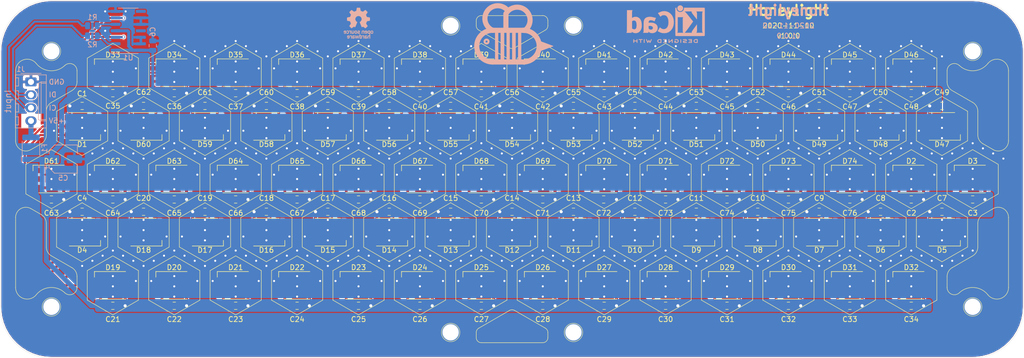
<source format=kicad_pcb>
(kicad_pcb (version 20171130) (host pcbnew "(5.1.6-0-10_14)")
  (title_block (title Honeylight) (date 2020-11-10) (rev 1.0.0))
  (layers (0 F.Cu signal) (31 B.Cu signal) (34 B.Paste user) (35 F.Paste user) (36 B.SilkS user) (37 F.SilkS user) (38 B.Mask user) (39 F.Mask user) (44 Edge.Cuts user))
  (net 0 "")
  (net 1 GND)
  (net 2 +5V)
  (net 3 "/Row 3/DI")
  (net 4 "/Row 3/CI")
  (net 5 "/Row 2/CO")
  (net 6 "/Row 2/DO")
  (net 7 "Net-(D2-Pad6)")
  (net 8 "Net-(D2-Pad5)")
  (net 9 "/Row 3/CO")
  (net 10 "/Row 3/DO")
  (net 11 "/Row 4/DI")
  (net 12 "/Row 4/CI")
  (net 13 "/Row 5/DI")
  (net 14 "/Row 5/CI")
  (net 15 "/Row 4/CO")
  (net 16 "/Row 4/DO")
  (net 17 "Net-(D5-Pad6)")
  (net 18 "Net-(D5-Pad5)")
  (net 19 "Net-(D6-Pad6)")
  (net 20 "Net-(D6-Pad5)")
  (net 21 "Net-(D17-Pad6)")
  (net 22 "Net-(D17-Pad5)")
  (net 23 "Net-(D7-Pad6)")
  (net 24 "Net-(D7-Pad5)")
  (net 25 "Net-(D10-Pad1)")
  (net 26 "Net-(D10-Pad2)")
  (net 27 "Net-(D10-Pad6)")
  (net 28 "Net-(D10-Pad5)")
  (net 29 "Net-(D11-Pad6)")
  (net 30 "Net-(D11-Pad5)")
  (net 31 "Net-(D12-Pad6)")
  (net 32 "Net-(D12-Pad5)")
  (net 33 "Net-(D13-Pad6)")
  (net 34 "Net-(D13-Pad5)")
  (net 35 "Net-(D14-Pad6)")
  (net 36 "Net-(D14-Pad5)")
  (net 37 "Net-(D15-Pad6)")
  (net 38 "Net-(D15-Pad5)")
  (net 39 "Net-(D16-Pad6)")
  (net 40 "Net-(D16-Pad5)")
  (net 41 "Net-(D19-Pad6)")
  (net 42 "Net-(D19-Pad5)")
  (net 43 "Net-(D20-Pad6)")
  (net 44 "Net-(D20-Pad5)")
  (net 45 "Net-(D21-Pad6)")
  (net 46 "Net-(D21-Pad5)")
  (net 47 "Net-(D22-Pad6)")
  (net 48 "Net-(D22-Pad5)")
  (net 49 "Net-(D23-Pad6)")
  (net 50 "Net-(D23-Pad5)")
  (net 51 "Net-(D24-Pad6)")
  (net 52 "Net-(D24-Pad5)")
  (net 53 "Net-(D25-Pad6)")
  (net 54 "Net-(D25-Pad5)")
  (net 55 "Net-(D26-Pad6)")
  (net 56 "Net-(D26-Pad5)")
  (net 57 "Net-(D27-Pad6)")
  (net 58 "Net-(D27-Pad5)")
  (net 59 "Net-(D28-Pad6)")
  (net 60 "Net-(D28-Pad5)")
  (net 61 "Net-(D29-Pad6)")
  (net 62 "Net-(D29-Pad5)")
  (net 63 "Net-(D30-Pad6)")
  (net 64 "Net-(D30-Pad5)")
  (net 65 "/Row 5/DO")
  (net 66 "/Row 5/CO")
  (net 67 "Net-(D33-Pad6)")
  (net 68 "Net-(D33-Pad5)")
  (net 69 /CI)
  (net 70 /DI)
  (net 71 "Net-(D34-Pad6)")
  (net 72 "Net-(D34-Pad5)")
  (net 73 "Net-(D35-Pad6)")
  (net 74 "Net-(D35-Pad5)")
  (net 75 "Net-(D36-Pad6)")
  (net 76 "Net-(D36-Pad5)")
  (net 77 "Net-(D37-Pad6)")
  (net 78 "Net-(D37-Pad5)")
  (net 79 "Net-(D38-Pad6)")
  (net 80 "Net-(D38-Pad5)")
  (net 81 "Net-(D39-Pad6)")
  (net 82 "Net-(D39-Pad5)")
  (net 83 "Net-(D40-Pad6)")
  (net 84 "Net-(D40-Pad5)")
  (net 85 "Net-(D41-Pad6)")
  (net 86 "Net-(D41-Pad5)")
  (net 87 "Net-(D42-Pad6)")
  (net 88 "Net-(D42-Pad5)")
  (net 89 "Net-(D43-Pad6)")
  (net 90 "Net-(D43-Pad5)")
  (net 91 "Net-(D44-Pad6)")
  (net 92 "Net-(D44-Pad5)")
  (net 93 "/Row 2/DI")
  (net 94 "/Row 2/CI")
  (net 95 "Net-(D47-Pad6)")
  (net 96 "Net-(D47-Pad5)")
  (net 97 "Net-(D48-Pad6)")
  (net 98 "Net-(D48-Pad5)")
  (net 99 "Net-(D49-Pad6)")
  (net 100 "Net-(D49-Pad5)")
  (net 101 "Net-(D50-Pad6)")
  (net 102 "Net-(D50-Pad5)")
  (net 103 "Net-(D51-Pad6)")
  (net 104 "Net-(D51-Pad5)")
  (net 105 "Net-(D52-Pad6)")
  (net 106 "Net-(D52-Pad5)")
  (net 107 "Net-(D53-Pad6)")
  (net 108 "Net-(D53-Pad5)")
  (net 109 "Net-(D54-Pad6)")
  (net 110 "Net-(D54-Pad5)")
  (net 111 "Net-(D55-Pad6)")
  (net 112 "Net-(D55-Pad5)")
  (net 113 "Net-(D56-Pad6)")
  (net 114 "Net-(D56-Pad5)")
  (net 115 "Net-(D57-Pad6)")
  (net 116 "Net-(D57-Pad5)")
  (net 117 "Net-(D58-Pad6)")
  (net 118 "Net-(D58-Pad5)")
  (net 119 "Net-(D61-Pad6)")
  (net 120 "Net-(D61-Pad5)")
  (net 121 "Net-(D62-Pad6)")
  (net 122 "Net-(D62-Pad5)")
  (net 123 "Net-(D63-Pad6)")
  (net 124 "Net-(D63-Pad5)")
  (net 125 "Net-(D64-Pad6)")
  (net 126 "Net-(D64-Pad5)")
  (net 127 "Net-(D65-Pad6)")
  (net 128 "Net-(D65-Pad5)")
  (net 129 "Net-(D66-Pad6)")
  (net 130 "Net-(D66-Pad5)")
  (net 131 "Net-(D67-Pad6)")
  (net 132 "Net-(D67-Pad5)")
  (net 133 "Net-(D68-Pad6)")
  (net 134 "Net-(D68-Pad5)")
  (net 135 "Net-(D69-Pad6)")
  (net 136 "Net-(D69-Pad5)")
  (net 137 "Net-(D70-Pad6)")
  (net 138 "Net-(D70-Pad5)")
  (net 139 "Net-(D71-Pad6)")
  (net 140 "Net-(D71-Pad5)")
  (net 141 "Net-(D72-Pad6)")
  (net 142 "Net-(D72-Pad5)")
  (net 143 "Net-(D8-Pad6)")
  (net 144 "Net-(D8-Pad5)")
  (net 145 "Net-(D31-Pad6)")
  (net 146 "Net-(D31-Pad5)")
  (net 147 "Net-(D45-Pad6)")
  (net 148 "Net-(D45-Pad5)")
  (net 149 "Net-(D59-Pad6)")
  (net 150 "Net-(D59-Pad5)")
  (net 151 "Net-(D73-Pad6)")
  (net 152 "Net-(D73-Pad5)")
  (net 153 /+5V-Pre-Fuse)
  (net 154 /DI-Raw)
  (net 155 /CI-Raw)
  (net 156 /CI-Limited)
  (net 157 /DI-Limited)
  (net 158 "Net-(U1-Pad11)")
  (net 159 "Net-(U1-Pad8)")
  (module Symbol:OSHW-Logo_5.7x6mm_SilkScreen (layer B.Cu) (at 120 54.5 180)
    (fp_text reference REF** hide)
    (fp_text value OSHW-Logo_5.7x6mm_SilkScreen hide)
  )
  (module Symbol:KiCad-Logo2_6mm_SilkScreen (layer B.Cu) (at 180 54 180)
    (fp_text reference REF** hide)
    (fp_text value KiCad-Logo2_6mm_SilkScreen hide)
  )
  (module Connector_Molex:Molex_KK-254_AE-6410-04A_1x04_P2.54mm_Vertical (layer B.Cu) (at 56 66 270)
    (fp_text reference J1 (at -2.5 2 180) (layer B.SilkS) (effects (justify mirror)))
    (fp_text value Input)
    (pad 4 thru_hole oval (at 7.62 0 270) (size 1.74 2.19) (drill 1.19) (layers *.Cu *.Mask) (net 153 /+5V-Pre-Fuse))
    (pad 3 thru_hole oval (at 5.08 0 270) (size 1.74 2.19) (drill 1.19) (layers *.Cu *.Mask) (net 155 /CI-Raw))
    (pad 2 thru_hole oval (at 2.54 0 270) (size 1.74 2.19) (drill 1.19) (layers *.Cu *.Mask) (net 154 /DI-Raw))
    (pad 1 thru_hole roundrect (at 0 0 270) (size 1.74 2.19) (drill 1.19) (layers *.Cu *.Mask) (roundrect_rratio 0.143678) (net 1 GND))
  )
  (module Package_SO:SOIC-14_3.9x8.7mm_P1.27mm (layer B.Cu) (at 75 56)
    (fp_text reference U1 (at 0 5.28) (layer B.SilkS) (effects (justify mirror)))
    (fp_text value 74AHCT126)
    (pad 14 smd roundrect (at 2.475 3.81) (size 1.95 0.6) (layers B.Cu B.Paste B.Mask) (net 2 +5V))
    (pad 13 smd roundrect (at 2.475 2.54) (size 1.95 0.6) (layers B.Cu B.Paste B.Mask) (net 1 GND))
    (pad 12 smd roundrect (at 2.475 1.27) (size 1.95 0.6) (layers B.Cu B.Paste B.Mask) (net 1 GND))
    (pad 11 smd roundrect (at 2.475 0) (size 1.95 0.6) (layers B.Cu B.Paste B.Mask) (net 158 "Net-(U1-Pad11)"))
    (pad 10 smd roundrect (at 2.475 -1.27) (size 1.95 0.6) (layers B.Cu B.Paste B.Mask) (net 1 GND))
    (pad 9 smd roundrect (at 2.475 -2.54) (size 1.95 0.6) (layers B.Cu B.Paste B.Mask) (net 1 GND))
    (pad 8 smd roundrect (at 2.475 -3.81) (size 1.95 0.6) (layers B.Cu B.Paste B.Mask) (net 159 "Net-(U1-Pad8)"))
    (pad 7 smd roundrect (at -2.475 -3.81) (size 1.95 0.6) (layers B.Cu B.Paste B.Mask) (net 1 GND))
    (pad 6 smd roundrect (at -2.475 -2.54) (size 1.95 0.6) (layers B.Cu B.Paste B.Mask) (net 69 /CI))
    (pad 5 smd roundrect (at -2.475 -1.27) (size 1.95 0.6) (layers B.Cu B.Paste B.Mask) (net 156 /CI-Limited))
    (pad 4 smd roundrect (at -2.475 0) (size 1.95 0.6) (layers B.Cu B.Paste B.Mask) (net 2 +5V))
    (pad 3 smd roundrect (at -2.475 1.27) (size 1.95 0.6) (layers B.Cu B.Paste B.Mask) (net 70 /DI))
    (pad 2 smd roundrect (at -2.475 2.54) (size 1.95 0.6) (layers B.Cu B.Paste B.Mask) (net 157 /DI-Limited))
    (pad 1 smd roundrect (at -2.475 3.81) (size 1.95 0.6) (layers B.Cu B.Paste B.Mask) (net 2 +5V))
  )
  (module Resistor_SMD:R_0805_2012Metric (layer B.Cu) (at 68 57 180)
    (fp_text reference R2 (at 0 -1.7) (layer B.SilkS) (effects (justify mirror)))
    (fp_text value 22)
    (pad 2 smd roundrect (at 0.9375 0 180) (size 0.975 1.4) (layers B.Cu B.Paste B.Mask) (net 154 /DI-Raw))
    (pad 1 smd roundrect (at -0.9375 0 180) (size 0.975 1.4) (layers B.Cu B.Paste B.Mask) (net 157 /DI-Limited))
  )
  (module Resistor_SMD:R_0805_2012Metric (layer B.Cu) (at 68 55 180)
    (fp_text reference R1 (at 0 1.65) (layer B.SilkS) (effects (justify mirror)))
    (fp_text value 22)
    (pad 2 smd roundrect (at 0.9375 0 180) (size 0.975 1.4) (layers B.Cu B.Paste B.Mask) (net 155 /CI-Raw))
    (pad 1 smd roundrect (at -0.9375 0 180) (size 0.975 1.4) (layers B.Cu B.Paste B.Mask) (net 156 /CI-Limited))
  )
  (module Fuse:Fuse_1812_4532Metric (layer B.Cu) (at 56 79 90)
    (fp_text reference F1 (at 0 2.65 90) (layer B.SilkS) (effects (justify mirror)))
    (fp_text value 1.25A)
    (pad 2 smd roundrect (at 2.1375 0 90) (size 1.125 3.4) (layers B.Cu B.Paste B.Mask) (roundrect_rratio 0.222222) (net 153 /+5V-Pre-Fuse))
    (pad 1 smd roundrect (at -2.1375 0 90) (size 1.125 3.4) (layers B.Cu B.Paste B.Mask) (roundrect_rratio 0.222222) (net 2 +5V))
  )
  (module Capacitor_SMD:C_0805_2012Metric (layer B.Cu) (at 79.8 58.9 270)
    (fp_text reference C6 (at -2.7 0 90) (layer B.SilkS) (effects (justify mirror)))
    (fp_text value 100nF)
    (pad 2 smd roundrect (at 0.9375 0 270) (size 0.975 1.4) (layers B.Cu B.Paste B.Mask) (net 2 +5V))
    (pad 1 smd roundrect (at -0.9375 0 270) (size 0.975 1.4) (layers B.Cu B.Paste B.Mask) (net 1 GND))
  )
  (module Capacitor_SMD:CP_Elec_5x5.8 (layer B.Cu) (at 62.3 81.1)
    (fp_text reference C5 (at 0 3.7) (layer B.SilkS) (effects (justify mirror)))
    (fp_text value 120uF)
    (pad 2 smd roundrect (at 2.2 0) (size 3 1.6) (layers B.Cu B.Paste B.Mask) (roundrect_rratio 0.15625) (net 1 GND))
    (pad 1 smd roundrect (at -2.2 0) (size 3 1.6) (layers B.Cu B.Paste B.Mask) (roundrect_rratio 0.15625) (net 2 +5V))
  )
  (module MountingHole:MountingHole_3.2mm_M3_Pad (layer F.Cu) (at 240 110)
    (fp_text reference H8 hide)
    (fp_text value "Hole H" hide)
    (pad 1 thru_hole circle (at 0 0) (size 6.4 6.4) (drill 3.2) (layers *.Cu *.Mask) (net 1 GND))
  )
  (module MountingHole:MountingHole_3.2mm_M3_Pad (layer F.Cu) (at 240 60)
    (fp_text reference H7 hide)
    (fp_text value "Hole G" hide)
    (pad 1 thru_hole circle (at 0 0) (size 6.4 6.4) (drill 3.2) (layers *.Cu *.Mask) (net 1 GND))
  )
  (module MountingHole:MountingHole_3.2mm_M3_Pad (layer F.Cu) (at 162 115)
    (fp_text reference H6 hide)
    (fp_text value "Hole F" hide)
    (pad 1 thru_hole circle (at 0 0) (size 6.4 6.4) (drill 3.2) (layers *.Cu *.Mask) (net 1 GND))
  )
  (module MountingHole:MountingHole_3.2mm_M3_Pad (layer F.Cu) (at 162 55)
    (fp_text reference H5 hide)
    (fp_text value "Hole E" hide)
    (pad 1 thru_hole circle (at 0 0) (size 6.4 6.4) (drill 3.2) (layers *.Cu *.Mask) (net 1 GND))
  )
  (module MountingHole:MountingHole_3.2mm_M3_Pad (layer F.Cu) (at 138 115)
    (fp_text reference H4 hide)
    (fp_text value "Hole D" hide)
    (pad 1 thru_hole circle (at 0 0) (size 6.4 6.4) (drill 3.2) (layers *.Cu *.Mask) (net 1 GND))
  )
  (module MountingHole:MountingHole_3.2mm_M3_Pad (layer F.Cu) (at 138 55)
    (fp_text reference H3 hide)
    (fp_text value "Hole C" hide)
    (pad 1 thru_hole circle (at 0 0) (size 6.4 6.4) (drill 3.2) (layers *.Cu *.Mask) (net 1 GND))
  )
  (module MountingHole:MountingHole_3.2mm_M3_Pad (layer F.Cu) (at 60 110)
    (fp_text reference H2 hide)
    (fp_text value "Hole B" hide)
    (pad 1 thru_hole circle (at 0 0) (size 6.4 6.4) (drill 3.2) (layers *.Cu *.Mask) (net 1 GND))
  )
  (module MountingHole:MountingHole_3.2mm_M3_Pad (layer F.Cu) (at 60 60)
    (fp_text reference H1 hide)
    (fp_text value "Hole A" hide)
    (pad 1 thru_hole circle (at 0 0) (size 6.4 6.4) (drill 3.2) (layers *.Cu *.Mask) (net 1 GND))
  )
  (module LED_SMD:LED_RGB_5050-6 (layer F.Cu) (at 216 85)
    (fp_text reference D74 (at 0 -3.5 180) (layer F.SilkS))
    (fp_text value APA102C)
    (pad 6 smd rect (at 2.4 -1.7 90) (size 1.1 2) (layers F.Cu F.Paste F.Mask) (net 10 "/Row 3/DO"))
    (pad 5 smd rect (at 2.4 0 90) (size 1.1 2) (layers F.Cu F.Paste F.Mask) (net 9 "/Row 3/CO"))
    (pad 4 smd rect (at 2.4 1.7 90) (size 1.1 2) (layers F.Cu F.Paste F.Mask) (net 2 +5V))
    (pad 3 smd rect (at -2.4 1.7 90) (size 1.1 2) (layers F.Cu F.Paste F.Mask) (net 1 GND))
    (pad 2 smd rect (at -2.4 0 90) (size 1.1 2) (layers F.Cu F.Paste F.Mask) (net 152 "Net-(D73-Pad5)"))
    (pad 1 smd rect (at -2.4 -1.7 90) (size 1.1 2) (layers F.Cu F.Paste F.Mask) (net 151 "Net-(D73-Pad6)"))
  )
  (module LED_SMD:LED_RGB_5050-6 (layer F.Cu) (at 132 85)
    (fp_text reference D67 (at 0 -3.5 180) (layer F.SilkS))
    (fp_text value APA102C)
    (pad 6 smd rect (at 2.4 -1.7 90) (size 1.1 2) (layers F.Cu F.Paste F.Mask) (net 131 "Net-(D67-Pad6)"))
    (pad 5 smd rect (at 2.4 0 90) (size 1.1 2) (layers F.Cu F.Paste F.Mask) (net 132 "Net-(D67-Pad5)"))
    (pad 4 smd rect (at 2.4 1.7 90) (size 1.1 2) (layers F.Cu F.Paste F.Mask) (net 2 +5V))
    (pad 3 smd rect (at -2.4 1.7 90) (size 1.1 2) (layers F.Cu F.Paste F.Mask) (net 1 GND))
    (pad 2 smd rect (at -2.4 0 90) (size 1.1 2) (layers F.Cu F.Paste F.Mask) (net 130 "Net-(D66-Pad5)"))
    (pad 1 smd rect (at -2.4 -1.7 90) (size 1.1 2) (layers F.Cu F.Paste F.Mask) (net 129 "Net-(D66-Pad6)"))
  )
  (module LED_SMD:LED_RGB_5050-6 (layer F.Cu) (at 204 85)
    (fp_text reference D73 (at 0 -3.5 180) (layer F.SilkS))
    (fp_text value APA102C)
    (pad 6 smd rect (at 2.4 -1.7 90) (size 1.1 2) (layers F.Cu F.Paste F.Mask) (net 151 "Net-(D73-Pad6)"))
    (pad 5 smd rect (at 2.4 0 90) (size 1.1 2) (layers F.Cu F.Paste F.Mask) (net 152 "Net-(D73-Pad5)"))
    (pad 4 smd rect (at 2.4 1.7 90) (size 1.1 2) (layers F.Cu F.Paste F.Mask) (net 2 +5V))
    (pad 3 smd rect (at -2.4 1.7 90) (size 1.1 2) (layers F.Cu F.Paste F.Mask) (net 1 GND))
    (pad 2 smd rect (at -2.4 0 90) (size 1.1 2) (layers F.Cu F.Paste F.Mask) (net 142 "Net-(D72-Pad5)"))
    (pad 1 smd rect (at -2.4 -1.7 90) (size 1.1 2) (layers F.Cu F.Paste F.Mask) (net 141 "Net-(D72-Pad6)"))
  )
  (module LED_SMD:LED_RGB_5050-6 (layer F.Cu) (at 120 85)
    (fp_text reference D66 (at 0 -3.5 180) (layer F.SilkS))
    (fp_text value APA102C)
    (pad 6 smd rect (at 2.4 -1.7 90) (size 1.1 2) (layers F.Cu F.Paste F.Mask) (net 129 "Net-(D66-Pad6)"))
    (pad 5 smd rect (at 2.4 0 90) (size 1.1 2) (layers F.Cu F.Paste F.Mask) (net 130 "Net-(D66-Pad5)"))
    (pad 4 smd rect (at 2.4 1.7 90) (size 1.1 2) (layers F.Cu F.Paste F.Mask) (net 2 +5V))
    (pad 3 smd rect (at -2.4 1.7 90) (size 1.1 2) (layers F.Cu F.Paste F.Mask) (net 1 GND))
    (pad 2 smd rect (at -2.4 0 90) (size 1.1 2) (layers F.Cu F.Paste F.Mask) (net 128 "Net-(D65-Pad5)"))
    (pad 1 smd rect (at -2.4 -1.7 90) (size 1.1 2) (layers F.Cu F.Paste F.Mask) (net 127 "Net-(D65-Pad6)"))
  )
  (module LED_SMD:LED_RGB_5050-6 (layer F.Cu) (at 192 85)
    (fp_text reference D72 (at 0 -3.5 180) (layer F.SilkS))
    (fp_text value APA102C)
    (pad 6 smd rect (at 2.4 -1.7 90) (size 1.1 2) (layers F.Cu F.Paste F.Mask) (net 141 "Net-(D72-Pad6)"))
    (pad 5 smd rect (at 2.4 0 90) (size 1.1 2) (layers F.Cu F.Paste F.Mask) (net 142 "Net-(D72-Pad5)"))
    (pad 4 smd rect (at 2.4 1.7 90) (size 1.1 2) (layers F.Cu F.Paste F.Mask) (net 2 +5V))
    (pad 3 smd rect (at -2.4 1.7 90) (size 1.1 2) (layers F.Cu F.Paste F.Mask) (net 1 GND))
    (pad 2 smd rect (at -2.4 0 90) (size 1.1 2) (layers F.Cu F.Paste F.Mask) (net 140 "Net-(D71-Pad5)"))
    (pad 1 smd rect (at -2.4 -1.7 90) (size 1.1 2) (layers F.Cu F.Paste F.Mask) (net 139 "Net-(D71-Pad6)"))
  )
  (module LED_SMD:LED_RGB_5050-6 (layer F.Cu) (at 108 85)
    (fp_text reference D65 (at 0 -3.5 180) (layer F.SilkS))
    (fp_text value APA102C)
    (pad 6 smd rect (at 2.4 -1.7 90) (size 1.1 2) (layers F.Cu F.Paste F.Mask) (net 127 "Net-(D65-Pad6)"))
    (pad 5 smd rect (at 2.4 0 90) (size 1.1 2) (layers F.Cu F.Paste F.Mask) (net 128 "Net-(D65-Pad5)"))
    (pad 4 smd rect (at 2.4 1.7 90) (size 1.1 2) (layers F.Cu F.Paste F.Mask) (net 2 +5V))
    (pad 3 smd rect (at -2.4 1.7 90) (size 1.1 2) (layers F.Cu F.Paste F.Mask) (net 1 GND))
    (pad 2 smd rect (at -2.4 0 90) (size 1.1 2) (layers F.Cu F.Paste F.Mask) (net 126 "Net-(D64-Pad5)"))
    (pad 1 smd rect (at -2.4 -1.7 90) (size 1.1 2) (layers F.Cu F.Paste F.Mask) (net 125 "Net-(D64-Pad6)"))
  )
  (module LED_SMD:LED_RGB_5050-6 (layer F.Cu) (at 180 85)
    (fp_text reference D71 (at 0 -3.5 180) (layer F.SilkS))
    (fp_text value APA102C)
    (pad 6 smd rect (at 2.4 -1.7 90) (size 1.1 2) (layers F.Cu F.Paste F.Mask) (net 139 "Net-(D71-Pad6)"))
    (pad 5 smd rect (at 2.4 0 90) (size 1.1 2) (layers F.Cu F.Paste F.Mask) (net 140 "Net-(D71-Pad5)"))
    (pad 4 smd rect (at 2.4 1.7 90) (size 1.1 2) (layers F.Cu F.Paste F.Mask) (net 2 +5V))
    (pad 3 smd rect (at -2.4 1.7 90) (size 1.1 2) (layers F.Cu F.Paste F.Mask) (net 1 GND))
    (pad 2 smd rect (at -2.4 0 90) (size 1.1 2) (layers F.Cu F.Paste F.Mask) (net 138 "Net-(D70-Pad5)"))
    (pad 1 smd rect (at -2.4 -1.7 90) (size 1.1 2) (layers F.Cu F.Paste F.Mask) (net 137 "Net-(D70-Pad6)"))
  )
  (module LED_SMD:LED_RGB_5050-6 (layer F.Cu) (at 96 85)
    (fp_text reference D64 (at 0 -3.5 180) (layer F.SilkS))
    (fp_text value APA102C)
    (pad 6 smd rect (at 2.4 -1.7 90) (size 1.1 2) (layers F.Cu F.Paste F.Mask) (net 125 "Net-(D64-Pad6)"))
    (pad 5 smd rect (at 2.4 0 90) (size 1.1 2) (layers F.Cu F.Paste F.Mask) (net 126 "Net-(D64-Pad5)"))
    (pad 4 smd rect (at 2.4 1.7 90) (size 1.1 2) (layers F.Cu F.Paste F.Mask) (net 2 +5V))
    (pad 3 smd rect (at -2.4 1.7 90) (size 1.1 2) (layers F.Cu F.Paste F.Mask) (net 1 GND))
    (pad 2 smd rect (at -2.4 0 90) (size 1.1 2) (layers F.Cu F.Paste F.Mask) (net 124 "Net-(D63-Pad5)"))
    (pad 1 smd rect (at -2.4 -1.7 90) (size 1.1 2) (layers F.Cu F.Paste F.Mask) (net 123 "Net-(D63-Pad6)"))
  )
  (module LED_SMD:LED_RGB_5050-6 (layer F.Cu) (at 168 85)
    (fp_text reference D70 (at 0 -3.5 180) (layer F.SilkS))
    (fp_text value APA102C)
    (pad 6 smd rect (at 2.4 -1.7 90) (size 1.1 2) (layers F.Cu F.Paste F.Mask) (net 137 "Net-(D70-Pad6)"))
    (pad 5 smd rect (at 2.4 0 90) (size 1.1 2) (layers F.Cu F.Paste F.Mask) (net 138 "Net-(D70-Pad5)"))
    (pad 4 smd rect (at 2.4 1.7 90) (size 1.1 2) (layers F.Cu F.Paste F.Mask) (net 2 +5V))
    (pad 3 smd rect (at -2.4 1.7 90) (size 1.1 2) (layers F.Cu F.Paste F.Mask) (net 1 GND))
    (pad 2 smd rect (at -2.4 0 90) (size 1.1 2) (layers F.Cu F.Paste F.Mask) (net 136 "Net-(D69-Pad5)"))
    (pad 1 smd rect (at -2.4 -1.7 90) (size 1.1 2) (layers F.Cu F.Paste F.Mask) (net 135 "Net-(D69-Pad6)"))
  )
  (module LED_SMD:LED_RGB_5050-6 (layer F.Cu) (at 84 85)
    (fp_text reference D63 (at 0 -3.5 180) (layer F.SilkS))
    (fp_text value APA102C)
    (pad 6 smd rect (at 2.4 -1.7 90) (size 1.1 2) (layers F.Cu F.Paste F.Mask) (net 123 "Net-(D63-Pad6)"))
    (pad 5 smd rect (at 2.4 0 90) (size 1.1 2) (layers F.Cu F.Paste F.Mask) (net 124 "Net-(D63-Pad5)"))
    (pad 4 smd rect (at 2.4 1.7 90) (size 1.1 2) (layers F.Cu F.Paste F.Mask) (net 2 +5V))
    (pad 3 smd rect (at -2.4 1.7 90) (size 1.1 2) (layers F.Cu F.Paste F.Mask) (net 1 GND))
    (pad 2 smd rect (at -2.4 0 90) (size 1.1 2) (layers F.Cu F.Paste F.Mask) (net 122 "Net-(D62-Pad5)"))
    (pad 1 smd rect (at -2.4 -1.7 90) (size 1.1 2) (layers F.Cu F.Paste F.Mask) (net 121 "Net-(D62-Pad6)"))
  )
  (module LED_SMD:LED_RGB_5050-6 (layer F.Cu) (at 156 85)
    (fp_text reference D69 (at 0 -3.5 180) (layer F.SilkS))
    (fp_text value APA102C)
    (pad 6 smd rect (at 2.4 -1.7 90) (size 1.1 2) (layers F.Cu F.Paste F.Mask) (net 135 "Net-(D69-Pad6)"))
    (pad 5 smd rect (at 2.4 0 90) (size 1.1 2) (layers F.Cu F.Paste F.Mask) (net 136 "Net-(D69-Pad5)"))
    (pad 4 smd rect (at 2.4 1.7 90) (size 1.1 2) (layers F.Cu F.Paste F.Mask) (net 2 +5V))
    (pad 3 smd rect (at -2.4 1.7 90) (size 1.1 2) (layers F.Cu F.Paste F.Mask) (net 1 GND))
    (pad 2 smd rect (at -2.4 0 90) (size 1.1 2) (layers F.Cu F.Paste F.Mask) (net 134 "Net-(D68-Pad5)"))
    (pad 1 smd rect (at -2.4 -1.7 90) (size 1.1 2) (layers F.Cu F.Paste F.Mask) (net 133 "Net-(D68-Pad6)"))
  )
  (module LED_SMD:LED_RGB_5050-6 (layer F.Cu) (at 72 85)
    (fp_text reference D62 (at 0 -3.5 180) (layer F.SilkS))
    (fp_text value APA102C)
    (pad 6 smd rect (at 2.4 -1.7 90) (size 1.1 2) (layers F.Cu F.Paste F.Mask) (net 121 "Net-(D62-Pad6)"))
    (pad 5 smd rect (at 2.4 0 90) (size 1.1 2) (layers F.Cu F.Paste F.Mask) (net 122 "Net-(D62-Pad5)"))
    (pad 4 smd rect (at 2.4 1.7 90) (size 1.1 2) (layers F.Cu F.Paste F.Mask) (net 2 +5V))
    (pad 3 smd rect (at -2.4 1.7 90) (size 1.1 2) (layers F.Cu F.Paste F.Mask) (net 1 GND))
    (pad 2 smd rect (at -2.4 0 90) (size 1.1 2) (layers F.Cu F.Paste F.Mask) (net 120 "Net-(D61-Pad5)"))
    (pad 1 smd rect (at -2.4 -1.7 90) (size 1.1 2) (layers F.Cu F.Paste F.Mask) (net 119 "Net-(D61-Pad6)"))
  )
  (module LED_SMD:LED_RGB_5050-6 (layer F.Cu) (at 144 85)
    (fp_text reference D68 (at 0 -3.5 180) (layer F.SilkS))
    (fp_text value APA102C)
    (pad 6 smd rect (at 2.4 -1.7 90) (size 1.1 2) (layers F.Cu F.Paste F.Mask) (net 133 "Net-(D68-Pad6)"))
    (pad 5 smd rect (at 2.4 0 90) (size 1.1 2) (layers F.Cu F.Paste F.Mask) (net 134 "Net-(D68-Pad5)"))
    (pad 4 smd rect (at 2.4 1.7 90) (size 1.1 2) (layers F.Cu F.Paste F.Mask) (net 2 +5V))
    (pad 3 smd rect (at -2.4 1.7 90) (size 1.1 2) (layers F.Cu F.Paste F.Mask) (net 1 GND))
    (pad 2 smd rect (at -2.4 0 90) (size 1.1 2) (layers F.Cu F.Paste F.Mask) (net 132 "Net-(D67-Pad5)"))
    (pad 1 smd rect (at -2.4 -1.7 90) (size 1.1 2) (layers F.Cu F.Paste F.Mask) (net 131 "Net-(D67-Pad6)"))
  )
  (module LED_SMD:LED_RGB_5050-6 (layer F.Cu) (at 60 85)
    (fp_text reference D61 (at 0 -3.5 180) (layer F.SilkS))
    (fp_text value APA102C)
    (pad 6 smd rect (at 2.4 -1.7 90) (size 1.1 2) (layers F.Cu F.Paste F.Mask) (net 119 "Net-(D61-Pad6)"))
    (pad 5 smd rect (at 2.4 0 90) (size 1.1 2) (layers F.Cu F.Paste F.Mask) (net 120 "Net-(D61-Pad5)"))
    (pad 4 smd rect (at 2.4 1.7 90) (size 1.1 2) (layers F.Cu F.Paste F.Mask) (net 2 +5V))
    (pad 3 smd rect (at -2.4 1.7 90) (size 1.1 2) (layers F.Cu F.Paste F.Mask) (net 1 GND))
    (pad 2 smd rect (at -2.4 0 90) (size 1.1 2) (layers F.Cu F.Paste F.Mask) (net 4 "/Row 3/CI"))
    (pad 1 smd rect (at -2.4 -1.7 90) (size 1.1 2) (layers F.Cu F.Paste F.Mask) (net 3 "/Row 3/DI"))
  )
  (module LED_SMD:LED_RGB_5050-6 (layer F.Cu) (at 77.999999 74.7 180)
    (fp_text reference D60 (at 0 -3.5 180) (layer F.SilkS))
    (fp_text value APA102C)
    (pad 6 smd rect (at 2.4 -1.7 270) (size 1.1 2) (layers F.Cu F.Paste F.Mask) (net 6 "/Row 2/DO"))
    (pad 5 smd rect (at 2.4 0 270) (size 1.1 2) (layers F.Cu F.Paste F.Mask) (net 5 "/Row 2/CO"))
    (pad 4 smd rect (at 2.4 1.7 270) (size 1.1 2) (layers F.Cu F.Paste F.Mask) (net 2 +5V))
    (pad 3 smd rect (at -2.4 1.7 270) (size 1.1 2) (layers F.Cu F.Paste F.Mask) (net 1 GND))
    (pad 2 smd rect (at -2.4 0 270) (size 1.1 2) (layers F.Cu F.Paste F.Mask) (net 150 "Net-(D59-Pad5)"))
    (pad 1 smd rect (at -2.4 -1.7 270) (size 1.1 2) (layers F.Cu F.Paste F.Mask) (net 149 "Net-(D59-Pad6)"))
  )
  (module LED_SMD:LED_RGB_5050-6 (layer F.Cu) (at 162 74.7 180)
    (fp_text reference D53 (at 0 -3.5 180) (layer F.SilkS))
    (fp_text value APA102C)
    (pad 6 smd rect (at 2.4 -1.7 270) (size 1.1 2) (layers F.Cu F.Paste F.Mask) (net 107 "Net-(D53-Pad6)"))
    (pad 5 smd rect (at 2.4 0 270) (size 1.1 2) (layers F.Cu F.Paste F.Mask) (net 108 "Net-(D53-Pad5)"))
    (pad 4 smd rect (at 2.4 1.7 270) (size 1.1 2) (layers F.Cu F.Paste F.Mask) (net 2 +5V))
    (pad 3 smd rect (at -2.4 1.7 270) (size 1.1 2) (layers F.Cu F.Paste F.Mask) (net 1 GND))
    (pad 2 smd rect (at -2.4 0 270) (size 1.1 2) (layers F.Cu F.Paste F.Mask) (net 106 "Net-(D52-Pad5)"))
    (pad 1 smd rect (at -2.4 -1.7 270) (size 1.1 2) (layers F.Cu F.Paste F.Mask) (net 105 "Net-(D52-Pad6)"))
  )
  (module LED_SMD:LED_RGB_5050-6 (layer F.Cu) (at 90 74.7 180)
    (fp_text reference D59 (at 0 -3.5 180) (layer F.SilkS))
    (fp_text value APA102C)
    (pad 6 smd rect (at 2.4 -1.7 270) (size 1.1 2) (layers F.Cu F.Paste F.Mask) (net 149 "Net-(D59-Pad6)"))
    (pad 5 smd rect (at 2.4 0 270) (size 1.1 2) (layers F.Cu F.Paste F.Mask) (net 150 "Net-(D59-Pad5)"))
    (pad 4 smd rect (at 2.4 1.7 270) (size 1.1 2) (layers F.Cu F.Paste F.Mask) (net 2 +5V))
    (pad 3 smd rect (at -2.4 1.7 270) (size 1.1 2) (layers F.Cu F.Paste F.Mask) (net 1 GND))
    (pad 2 smd rect (at -2.4 0 270) (size 1.1 2) (layers F.Cu F.Paste F.Mask) (net 118 "Net-(D58-Pad5)"))
    (pad 1 smd rect (at -2.4 -1.7 270) (size 1.1 2) (layers F.Cu F.Paste F.Mask) (net 117 "Net-(D58-Pad6)"))
  )
  (module LED_SMD:LED_RGB_5050-6 (layer F.Cu) (at 174 74.7 180)
    (fp_text reference D52 (at 0 -3.5 180) (layer F.SilkS))
    (fp_text value APA102C)
    (pad 6 smd rect (at 2.4 -1.7 270) (size 1.1 2) (layers F.Cu F.Paste F.Mask) (net 105 "Net-(D52-Pad6)"))
    (pad 5 smd rect (at 2.4 0 270) (size 1.1 2) (layers F.Cu F.Paste F.Mask) (net 106 "Net-(D52-Pad5)"))
    (pad 4 smd rect (at 2.4 1.7 270) (size 1.1 2) (layers F.Cu F.Paste F.Mask) (net 2 +5V))
    (pad 3 smd rect (at -2.4 1.7 270) (size 1.1 2) (layers F.Cu F.Paste F.Mask) (net 1 GND))
    (pad 2 smd rect (at -2.4 0 270) (size 1.1 2) (layers F.Cu F.Paste F.Mask) (net 104 "Net-(D51-Pad5)"))
    (pad 1 smd rect (at -2.4 -1.7 270) (size 1.1 2) (layers F.Cu F.Paste F.Mask) (net 103 "Net-(D51-Pad6)"))
  )
  (module LED_SMD:LED_RGB_5050-6 (layer F.Cu) (at 102 74.7 180)
    (fp_text reference D58 (at 0 -3.5 180) (layer F.SilkS))
    (fp_text value APA102C)
    (pad 6 smd rect (at 2.4 -1.7 270) (size 1.1 2) (layers F.Cu F.Paste F.Mask) (net 117 "Net-(D58-Pad6)"))
    (pad 5 smd rect (at 2.4 0 270) (size 1.1 2) (layers F.Cu F.Paste F.Mask) (net 118 "Net-(D58-Pad5)"))
    (pad 4 smd rect (at 2.4 1.7 270) (size 1.1 2) (layers F.Cu F.Paste F.Mask) (net 2 +5V))
    (pad 3 smd rect (at -2.4 1.7 270) (size 1.1 2) (layers F.Cu F.Paste F.Mask) (net 1 GND))
    (pad 2 smd rect (at -2.4 0 270) (size 1.1 2) (layers F.Cu F.Paste F.Mask) (net 116 "Net-(D57-Pad5)"))
    (pad 1 smd rect (at -2.4 -1.7 270) (size 1.1 2) (layers F.Cu F.Paste F.Mask) (net 115 "Net-(D57-Pad6)"))
  )
  (module LED_SMD:LED_RGB_5050-6 (layer F.Cu) (at 186 74.7 180)
    (fp_text reference D51 (at 0 -3.5 180) (layer F.SilkS))
    (fp_text value APA102C)
    (pad 6 smd rect (at 2.4 -1.7 270) (size 1.1 2) (layers F.Cu F.Paste F.Mask) (net 103 "Net-(D51-Pad6)"))
    (pad 5 smd rect (at 2.4 0 270) (size 1.1 2) (layers F.Cu F.Paste F.Mask) (net 104 "Net-(D51-Pad5)"))
    (pad 4 smd rect (at 2.4 1.7 270) (size 1.1 2) (layers F.Cu F.Paste F.Mask) (net 2 +5V))
    (pad 3 smd rect (at -2.4 1.7 270) (size 1.1 2) (layers F.Cu F.Paste F.Mask) (net 1 GND))
    (pad 2 smd rect (at -2.4 0 270) (size 1.1 2) (layers F.Cu F.Paste F.Mask) (net 102 "Net-(D50-Pad5)"))
    (pad 1 smd rect (at -2.4 -1.7 270) (size 1.1 2) (layers F.Cu F.Paste F.Mask) (net 101 "Net-(D50-Pad6)"))
  )
  (module LED_SMD:LED_RGB_5050-6 (layer F.Cu) (at 114 74.7 180)
    (fp_text reference D57 (at 0 -3.5 180) (layer F.SilkS))
    (fp_text value APA102C)
    (pad 6 smd rect (at 2.4 -1.7 270) (size 1.1 2) (layers F.Cu F.Paste F.Mask) (net 115 "Net-(D57-Pad6)"))
    (pad 5 smd rect (at 2.4 0 270) (size 1.1 2) (layers F.Cu F.Paste F.Mask) (net 116 "Net-(D57-Pad5)"))
    (pad 4 smd rect (at 2.4 1.7 270) (size 1.1 2) (layers F.Cu F.Paste F.Mask) (net 2 +5V))
    (pad 3 smd rect (at -2.4 1.7 270) (size 1.1 2) (layers F.Cu F.Paste F.Mask) (net 1 GND))
    (pad 2 smd rect (at -2.4 0 270) (size 1.1 2) (layers F.Cu F.Paste F.Mask) (net 114 "Net-(D56-Pad5)"))
    (pad 1 smd rect (at -2.4 -1.7 270) (size 1.1 2) (layers F.Cu F.Paste F.Mask) (net 113 "Net-(D56-Pad6)"))
  )
  (module LED_SMD:LED_RGB_5050-6 (layer F.Cu) (at 198.000001 74.7 180)
    (fp_text reference D50 (at 0 -3.5 180) (layer F.SilkS))
    (fp_text value APA102C)
    (pad 6 smd rect (at 2.4 -1.7 270) (size 1.1 2) (layers F.Cu F.Paste F.Mask) (net 101 "Net-(D50-Pad6)"))
    (pad 5 smd rect (at 2.4 0 270) (size 1.1 2) (layers F.Cu F.Paste F.Mask) (net 102 "Net-(D50-Pad5)"))
    (pad 4 smd rect (at 2.4 1.7 270) (size 1.1 2) (layers F.Cu F.Paste F.Mask) (net 2 +5V))
    (pad 3 smd rect (at -2.4 1.7 270) (size 1.1 2) (layers F.Cu F.Paste F.Mask) (net 1 GND))
    (pad 2 smd rect (at -2.4 0 270) (size 1.1 2) (layers F.Cu F.Paste F.Mask) (net 100 "Net-(D49-Pad5)"))
    (pad 1 smd rect (at -2.4 -1.7 270) (size 1.1 2) (layers F.Cu F.Paste F.Mask) (net 99 "Net-(D49-Pad6)"))
  )
  (module LED_SMD:LED_RGB_5050-6 (layer F.Cu) (at 126 74.7 180)
    (fp_text reference D56 (at 0 -3.5 180) (layer F.SilkS))
    (fp_text value APA102C)
    (pad 6 smd rect (at 2.4 -1.7 270) (size 1.1 2) (layers F.Cu F.Paste F.Mask) (net 113 "Net-(D56-Pad6)"))
    (pad 5 smd rect (at 2.4 0 270) (size 1.1 2) (layers F.Cu F.Paste F.Mask) (net 114 "Net-(D56-Pad5)"))
    (pad 4 smd rect (at 2.4 1.7 270) (size 1.1 2) (layers F.Cu F.Paste F.Mask) (net 2 +5V))
    (pad 3 smd rect (at -2.4 1.7 270) (size 1.1 2) (layers F.Cu F.Paste F.Mask) (net 1 GND))
    (pad 2 smd rect (at -2.4 0 270) (size 1.1 2) (layers F.Cu F.Paste F.Mask) (net 112 "Net-(D55-Pad5)"))
    (pad 1 smd rect (at -2.4 -1.7 270) (size 1.1 2) (layers F.Cu F.Paste F.Mask) (net 111 "Net-(D55-Pad6)"))
  )
  (module LED_SMD:LED_RGB_5050-6 (layer F.Cu) (at 209.999999 74.7 180)
    (fp_text reference D49 (at 0 -3.5 180) (layer F.SilkS))
    (fp_text value APA102C)
    (pad 6 smd rect (at 2.4 -1.7 270) (size 1.1 2) (layers F.Cu F.Paste F.Mask) (net 99 "Net-(D49-Pad6)"))
    (pad 5 smd rect (at 2.4 0 270) (size 1.1 2) (layers F.Cu F.Paste F.Mask) (net 100 "Net-(D49-Pad5)"))
    (pad 4 smd rect (at 2.4 1.7 270) (size 1.1 2) (layers F.Cu F.Paste F.Mask) (net 2 +5V))
    (pad 3 smd rect (at -2.4 1.7 270) (size 1.1 2) (layers F.Cu F.Paste F.Mask) (net 1 GND))
    (pad 2 smd rect (at -2.4 0 270) (size 1.1 2) (layers F.Cu F.Paste F.Mask) (net 98 "Net-(D48-Pad5)"))
    (pad 1 smd rect (at -2.4 -1.7 270) (size 1.1 2) (layers F.Cu F.Paste F.Mask) (net 97 "Net-(D48-Pad6)"))
  )
  (module LED_SMD:LED_RGB_5050-6 (layer F.Cu) (at 138.000001 74.7 180)
    (fp_text reference D55 (at 0 -3.5 180) (layer F.SilkS))
    (fp_text value APA102C)
    (pad 6 smd rect (at 2.4 -1.7 270) (size 1.1 2) (layers F.Cu F.Paste F.Mask) (net 111 "Net-(D55-Pad6)"))
    (pad 5 smd rect (at 2.4 0 270) (size 1.1 2) (layers F.Cu F.Paste F.Mask) (net 112 "Net-(D55-Pad5)"))
    (pad 4 smd rect (at 2.4 1.7 270) (size 1.1 2) (layers F.Cu F.Paste F.Mask) (net 2 +5V))
    (pad 3 smd rect (at -2.4 1.7 270) (size 1.1 2) (layers F.Cu F.Paste F.Mask) (net 1 GND))
    (pad 2 smd rect (at -2.4 0 270) (size 1.1 2) (layers F.Cu F.Paste F.Mask) (net 110 "Net-(D54-Pad5)"))
    (pad 1 smd rect (at -2.4 -1.7 270) (size 1.1 2) (layers F.Cu F.Paste F.Mask) (net 109 "Net-(D54-Pad6)"))
  )
  (module LED_SMD:LED_RGB_5050-6 (layer F.Cu) (at 222 74.7 180)
    (fp_text reference D48 (at 0 -3.5 180) (layer F.SilkS))
    (fp_text value APA102C)
    (pad 6 smd rect (at 2.4 -1.7 270) (size 1.1 2) (layers F.Cu F.Paste F.Mask) (net 97 "Net-(D48-Pad6)"))
    (pad 5 smd rect (at 2.4 0 270) (size 1.1 2) (layers F.Cu F.Paste F.Mask) (net 98 "Net-(D48-Pad5)"))
    (pad 4 smd rect (at 2.4 1.7 270) (size 1.1 2) (layers F.Cu F.Paste F.Mask) (net 2 +5V))
    (pad 3 smd rect (at -2.4 1.7 270) (size 1.1 2) (layers F.Cu F.Paste F.Mask) (net 1 GND))
    (pad 2 smd rect (at -2.4 0 270) (size 1.1 2) (layers F.Cu F.Paste F.Mask) (net 96 "Net-(D47-Pad5)"))
    (pad 1 smd rect (at -2.4 -1.7 270) (size 1.1 2) (layers F.Cu F.Paste F.Mask) (net 95 "Net-(D47-Pad6)"))
  )
  (module LED_SMD:LED_RGB_5050-6 (layer F.Cu) (at 150 74.7 180)
    (fp_text reference D54 (at 0 -3.5 180) (layer F.SilkS))
    (fp_text value APA102C)
    (pad 6 smd rect (at 2.4 -1.7 270) (size 1.1 2) (layers F.Cu F.Paste F.Mask) (net 109 "Net-(D54-Pad6)"))
    (pad 5 smd rect (at 2.4 0 270) (size 1.1 2) (layers F.Cu F.Paste F.Mask) (net 110 "Net-(D54-Pad5)"))
    (pad 4 smd rect (at 2.4 1.7 270) (size 1.1 2) (layers F.Cu F.Paste F.Mask) (net 2 +5V))
    (pad 3 smd rect (at -2.4 1.7 270) (size 1.1 2) (layers F.Cu F.Paste F.Mask) (net 1 GND))
    (pad 2 smd rect (at -2.4 0 270) (size 1.1 2) (layers F.Cu F.Paste F.Mask) (net 108 "Net-(D53-Pad5)"))
    (pad 1 smd rect (at -2.4 -1.7 270) (size 1.1 2) (layers F.Cu F.Paste F.Mask) (net 107 "Net-(D53-Pad6)"))
  )
  (module LED_SMD:LED_RGB_5050-6 (layer F.Cu) (at 234 74.7 180)
    (fp_text reference D47 (at 0 -3.5 180) (layer F.SilkS))
    (fp_text value APA102C)
    (pad 6 smd rect (at 2.4 -1.7 270) (size 1.1 2) (layers F.Cu F.Paste F.Mask) (net 95 "Net-(D47-Pad6)"))
    (pad 5 smd rect (at 2.4 0 270) (size 1.1 2) (layers F.Cu F.Paste F.Mask) (net 96 "Net-(D47-Pad5)"))
    (pad 4 smd rect (at 2.4 1.7 270) (size 1.1 2) (layers F.Cu F.Paste F.Mask) (net 2 +5V))
    (pad 3 smd rect (at -2.4 1.7 270) (size 1.1 2) (layers F.Cu F.Paste F.Mask) (net 1 GND))
    (pad 2 smd rect (at -2.4 0 270) (size 1.1 2) (layers F.Cu F.Paste F.Mask) (net 94 "/Row 2/CI"))
    (pad 1 smd rect (at -2.4 -1.7 270) (size 1.1 2) (layers F.Cu F.Paste F.Mask) (net 93 "/Row 2/DI"))
  )
  (module LED_SMD:LED_RGB_5050-6 (layer F.Cu) (at 228 64.2)
    (fp_text reference D46 (at 0 -3.5 180) (layer F.SilkS))
    (fp_text value APA102C)
    (pad 6 smd rect (at 2.4 -1.7 90) (size 1.1 2) (layers F.Cu F.Paste F.Mask) (net 93 "/Row 2/DI"))
    (pad 5 smd rect (at 2.4 0 90) (size 1.1 2) (layers F.Cu F.Paste F.Mask) (net 94 "/Row 2/CI"))
    (pad 4 smd rect (at 2.4 1.7 90) (size 1.1 2) (layers F.Cu F.Paste F.Mask) (net 2 +5V))
    (pad 3 smd rect (at -2.4 1.7 90) (size 1.1 2) (layers F.Cu F.Paste F.Mask) (net 1 GND))
    (pad 2 smd rect (at -2.4 0 90) (size 1.1 2) (layers F.Cu F.Paste F.Mask) (net 148 "Net-(D45-Pad5)"))
    (pad 1 smd rect (at -2.4 -1.7 90) (size 1.1 2) (layers F.Cu F.Paste F.Mask) (net 147 "Net-(D45-Pad6)"))
  )
  (module LED_SMD:LED_RGB_5050-6 (layer F.Cu) (at 144 64.2)
    (fp_text reference D39 (at 0 -3.5 180) (layer F.SilkS))
    (fp_text value APA102C)
    (pad 6 smd rect (at 2.4 -1.7 90) (size 1.1 2) (layers F.Cu F.Paste F.Mask) (net 81 "Net-(D39-Pad6)"))
    (pad 5 smd rect (at 2.4 0 90) (size 1.1 2) (layers F.Cu F.Paste F.Mask) (net 82 "Net-(D39-Pad5)"))
    (pad 4 smd rect (at 2.4 1.7 90) (size 1.1 2) (layers F.Cu F.Paste F.Mask) (net 2 +5V))
    (pad 3 smd rect (at -2.4 1.7 90) (size 1.1 2) (layers F.Cu F.Paste F.Mask) (net 1 GND))
    (pad 2 smd rect (at -2.4 0 90) (size 1.1 2) (layers F.Cu F.Paste F.Mask) (net 80 "Net-(D38-Pad5)"))
    (pad 1 smd rect (at -2.4 -1.7 90) (size 1.1 2) (layers F.Cu F.Paste F.Mask) (net 79 "Net-(D38-Pad6)"))
  )
  (module LED_SMD:LED_RGB_5050-6 (layer F.Cu) (at 216 64.2)
    (fp_text reference D45 (at 0 -3.5 180) (layer F.SilkS))
    (fp_text value APA102C)
    (pad 6 smd rect (at 2.4 -1.7 90) (size 1.1 2) (layers F.Cu F.Paste F.Mask) (net 147 "Net-(D45-Pad6)"))
    (pad 5 smd rect (at 2.4 0 90) (size 1.1 2) (layers F.Cu F.Paste F.Mask) (net 148 "Net-(D45-Pad5)"))
    (pad 4 smd rect (at 2.4 1.7 90) (size 1.1 2) (layers F.Cu F.Paste F.Mask) (net 2 +5V))
    (pad 3 smd rect (at -2.4 1.7 90) (size 1.1 2) (layers F.Cu F.Paste F.Mask) (net 1 GND))
    (pad 2 smd rect (at -2.4 0 90) (size 1.1 2) (layers F.Cu F.Paste F.Mask) (net 92 "Net-(D44-Pad5)"))
    (pad 1 smd rect (at -2.4 -1.7 90) (size 1.1 2) (layers F.Cu F.Paste F.Mask) (net 91 "Net-(D44-Pad6)"))
  )
  (module LED_SMD:LED_RGB_5050-6 (layer F.Cu) (at 132 64.2)
    (fp_text reference D38 (at 0 -3.5 180) (layer F.SilkS))
    (fp_text value APA102C)
    (pad 6 smd rect (at 2.4 -1.7 90) (size 1.1 2) (layers F.Cu F.Paste F.Mask) (net 79 "Net-(D38-Pad6)"))
    (pad 5 smd rect (at 2.4 0 90) (size 1.1 2) (layers F.Cu F.Paste F.Mask) (net 80 "Net-(D38-Pad5)"))
    (pad 4 smd rect (at 2.4 1.7 90) (size 1.1 2) (layers F.Cu F.Paste F.Mask) (net 2 +5V))
    (pad 3 smd rect (at -2.4 1.7 90) (size 1.1 2) (layers F.Cu F.Paste F.Mask) (net 1 GND))
    (pad 2 smd rect (at -2.4 0 90) (size 1.1 2) (layers F.Cu F.Paste F.Mask) (net 78 "Net-(D37-Pad5)"))
    (pad 1 smd rect (at -2.4 -1.7 90) (size 1.1 2) (layers F.Cu F.Paste F.Mask) (net 77 "Net-(D37-Pad6)"))
  )
  (module LED_SMD:LED_RGB_5050-6 (layer F.Cu) (at 204 64.2)
    (fp_text reference D44 (at 0 -3.5 180) (layer F.SilkS))
    (fp_text value APA102C)
    (pad 6 smd rect (at 2.4 -1.7 90) (size 1.1 2) (layers F.Cu F.Paste F.Mask) (net 91 "Net-(D44-Pad6)"))
    (pad 5 smd rect (at 2.4 0 90) (size 1.1 2) (layers F.Cu F.Paste F.Mask) (net 92 "Net-(D44-Pad5)"))
    (pad 4 smd rect (at 2.4 1.7 90) (size 1.1 2) (layers F.Cu F.Paste F.Mask) (net 2 +5V))
    (pad 3 smd rect (at -2.4 1.7 90) (size 1.1 2) (layers F.Cu F.Paste F.Mask) (net 1 GND))
    (pad 2 smd rect (at -2.4 0 90) (size 1.1 2) (layers F.Cu F.Paste F.Mask) (net 90 "Net-(D43-Pad5)"))
    (pad 1 smd rect (at -2.4 -1.7 90) (size 1.1 2) (layers F.Cu F.Paste F.Mask) (net 89 "Net-(D43-Pad6)"))
  )
  (module LED_SMD:LED_RGB_5050-6 (layer F.Cu) (at 120 64.2)
    (fp_text reference D37 (at 0 -3.5 180) (layer F.SilkS))
    (fp_text value APA102C)
    (pad 6 smd rect (at 2.4 -1.7 90) (size 1.1 2) (layers F.Cu F.Paste F.Mask) (net 77 "Net-(D37-Pad6)"))
    (pad 5 smd rect (at 2.4 0 90) (size 1.1 2) (layers F.Cu F.Paste F.Mask) (net 78 "Net-(D37-Pad5)"))
    (pad 4 smd rect (at 2.4 1.7 90) (size 1.1 2) (layers F.Cu F.Paste F.Mask) (net 2 +5V))
    (pad 3 smd rect (at -2.4 1.7 90) (size 1.1 2) (layers F.Cu F.Paste F.Mask) (net 1 GND))
    (pad 2 smd rect (at -2.4 0 90) (size 1.1 2) (layers F.Cu F.Paste F.Mask) (net 76 "Net-(D36-Pad5)"))
    (pad 1 smd rect (at -2.4 -1.7 90) (size 1.1 2) (layers F.Cu F.Paste F.Mask) (net 75 "Net-(D36-Pad6)"))
  )
  (module LED_SMD:LED_RGB_5050-6 (layer F.Cu) (at 192 64.2)
    (fp_text reference D43 (at 0 -3.5 180) (layer F.SilkS))
    (fp_text value APA102C)
    (pad 6 smd rect (at 2.4 -1.7 90) (size 1.1 2) (layers F.Cu F.Paste F.Mask) (net 89 "Net-(D43-Pad6)"))
    (pad 5 smd rect (at 2.4 0 90) (size 1.1 2) (layers F.Cu F.Paste F.Mask) (net 90 "Net-(D43-Pad5)"))
    (pad 4 smd rect (at 2.4 1.7 90) (size 1.1 2) (layers F.Cu F.Paste F.Mask) (net 2 +5V))
    (pad 3 smd rect (at -2.4 1.7 90) (size 1.1 2) (layers F.Cu F.Paste F.Mask) (net 1 GND))
    (pad 2 smd rect (at -2.4 0 90) (size 1.1 2) (layers F.Cu F.Paste F.Mask) (net 88 "Net-(D42-Pad5)"))
    (pad 1 smd rect (at -2.4 -1.7 90) (size 1.1 2) (layers F.Cu F.Paste F.Mask) (net 87 "Net-(D42-Pad6)"))
  )
  (module LED_SMD:LED_RGB_5050-6 (layer F.Cu) (at 108 64.2)
    (fp_text reference D36 (at 0 -3.5 180) (layer F.SilkS))
    (fp_text value APA102C)
    (pad 6 smd rect (at 2.4 -1.7 90) (size 1.1 2) (layers F.Cu F.Paste F.Mask) (net 75 "Net-(D36-Pad6)"))
    (pad 5 smd rect (at 2.4 0 90) (size 1.1 2) (layers F.Cu F.Paste F.Mask) (net 76 "Net-(D36-Pad5)"))
    (pad 4 smd rect (at 2.4 1.7 90) (size 1.1 2) (layers F.Cu F.Paste F.Mask) (net 2 +5V))
    (pad 3 smd rect (at -2.4 1.7 90) (size 1.1 2) (layers F.Cu F.Paste F.Mask) (net 1 GND))
    (pad 2 smd rect (at -2.4 0 90) (size 1.1 2) (layers F.Cu F.Paste F.Mask) (net 74 "Net-(D35-Pad5)"))
    (pad 1 smd rect (at -2.4 -1.7 90) (size 1.1 2) (layers F.Cu F.Paste F.Mask) (net 73 "Net-(D35-Pad6)"))
  )
  (module LED_SMD:LED_RGB_5050-6 (layer F.Cu) (at 180 64.2)
    (fp_text reference D42 (at 0 -3.5 180) (layer F.SilkS))
    (fp_text value APA102C)
    (pad 6 smd rect (at 2.4 -1.7 90) (size 1.1 2) (layers F.Cu F.Paste F.Mask) (net 87 "Net-(D42-Pad6)"))
    (pad 5 smd rect (at 2.4 0 90) (size 1.1 2) (layers F.Cu F.Paste F.Mask) (net 88 "Net-(D42-Pad5)"))
    (pad 4 smd rect (at 2.4 1.7 90) (size 1.1 2) (layers F.Cu F.Paste F.Mask) (net 2 +5V))
    (pad 3 smd rect (at -2.4 1.7 90) (size 1.1 2) (layers F.Cu F.Paste F.Mask) (net 1 GND))
    (pad 2 smd rect (at -2.4 0 90) (size 1.1 2) (layers F.Cu F.Paste F.Mask) (net 86 "Net-(D41-Pad5)"))
    (pad 1 smd rect (at -2.4 -1.7 90) (size 1.1 2) (layers F.Cu F.Paste F.Mask) (net 85 "Net-(D41-Pad6)"))
  )
  (module LED_SMD:LED_RGB_5050-6 (layer F.Cu) (at 96 64.2)
    (fp_text reference D35 (at 0 -3.5 180) (layer F.SilkS))
    (fp_text value APA102C)
    (pad 6 smd rect (at 2.4 -1.7 90) (size 1.1 2) (layers F.Cu F.Paste F.Mask) (net 73 "Net-(D35-Pad6)"))
    (pad 5 smd rect (at 2.4 0 90) (size 1.1 2) (layers F.Cu F.Paste F.Mask) (net 74 "Net-(D35-Pad5)"))
    (pad 4 smd rect (at 2.4 1.7 90) (size 1.1 2) (layers F.Cu F.Paste F.Mask) (net 2 +5V))
    (pad 3 smd rect (at -2.4 1.7 90) (size 1.1 2) (layers F.Cu F.Paste F.Mask) (net 1 GND))
    (pad 2 smd rect (at -2.4 0 90) (size 1.1 2) (layers F.Cu F.Paste F.Mask) (net 72 "Net-(D34-Pad5)"))
    (pad 1 smd rect (at -2.4 -1.7 90) (size 1.1 2) (layers F.Cu F.Paste F.Mask) (net 71 "Net-(D34-Pad6)"))
  )
  (module LED_SMD:LED_RGB_5050-6 (layer F.Cu) (at 168 64.2)
    (fp_text reference D41 (at 0 -3.5 180) (layer F.SilkS))
    (fp_text value APA102C)
    (pad 6 smd rect (at 2.4 -1.7 90) (size 1.1 2) (layers F.Cu F.Paste F.Mask) (net 85 "Net-(D41-Pad6)"))
    (pad 5 smd rect (at 2.4 0 90) (size 1.1 2) (layers F.Cu F.Paste F.Mask) (net 86 "Net-(D41-Pad5)"))
    (pad 4 smd rect (at 2.4 1.7 90) (size 1.1 2) (layers F.Cu F.Paste F.Mask) (net 2 +5V))
    (pad 3 smd rect (at -2.4 1.7 90) (size 1.1 2) (layers F.Cu F.Paste F.Mask) (net 1 GND))
    (pad 2 smd rect (at -2.4 0 90) (size 1.1 2) (layers F.Cu F.Paste F.Mask) (net 84 "Net-(D40-Pad5)"))
    (pad 1 smd rect (at -2.4 -1.7 90) (size 1.1 2) (layers F.Cu F.Paste F.Mask) (net 83 "Net-(D40-Pad6)"))
  )
  (module LED_SMD:LED_RGB_5050-6 (layer F.Cu) (at 84 64.2)
    (fp_text reference D34 (at 0 -3.5 180) (layer F.SilkS))
    (fp_text value APA102C)
    (pad 6 smd rect (at 2.4 -1.7 90) (size 1.1 2) (layers F.Cu F.Paste F.Mask) (net 71 "Net-(D34-Pad6)"))
    (pad 5 smd rect (at 2.4 0 90) (size 1.1 2) (layers F.Cu F.Paste F.Mask) (net 72 "Net-(D34-Pad5)"))
    (pad 4 smd rect (at 2.4 1.7 90) (size 1.1 2) (layers F.Cu F.Paste F.Mask) (net 2 +5V))
    (pad 3 smd rect (at -2.4 1.7 90) (size 1.1 2) (layers F.Cu F.Paste F.Mask) (net 1 GND))
    (pad 2 smd rect (at -2.4 0 90) (size 1.1 2) (layers F.Cu F.Paste F.Mask) (net 68 "Net-(D33-Pad5)"))
    (pad 1 smd rect (at -2.4 -1.7 90) (size 1.1 2) (layers F.Cu F.Paste F.Mask) (net 67 "Net-(D33-Pad6)"))
  )
  (module LED_SMD:LED_RGB_5050-6 (layer F.Cu) (at 156 64.2)
    (fp_text reference D40 (at 0 -3.5 180) (layer F.SilkS))
    (fp_text value APA102C)
    (pad 6 smd rect (at 2.4 -1.7 90) (size 1.1 2) (layers F.Cu F.Paste F.Mask) (net 83 "Net-(D40-Pad6)"))
    (pad 5 smd rect (at 2.4 0 90) (size 1.1 2) (layers F.Cu F.Paste F.Mask) (net 84 "Net-(D40-Pad5)"))
    (pad 4 smd rect (at 2.4 1.7 90) (size 1.1 2) (layers F.Cu F.Paste F.Mask) (net 2 +5V))
    (pad 3 smd rect (at -2.4 1.7 90) (size 1.1 2) (layers F.Cu F.Paste F.Mask) (net 1 GND))
    (pad 2 smd rect (at -2.4 0 90) (size 1.1 2) (layers F.Cu F.Paste F.Mask) (net 82 "Net-(D39-Pad5)"))
    (pad 1 smd rect (at -2.4 -1.7 90) (size 1.1 2) (layers F.Cu F.Paste F.Mask) (net 81 "Net-(D39-Pad6)"))
  )
  (module LED_SMD:LED_RGB_5050-6 (layer F.Cu) (at 72 64.2)
    (fp_text reference D33 (at 0 -3.5 180) (layer F.SilkS))
    (fp_text value APA102C)
    (pad 6 smd rect (at 2.4 -1.7 90) (size 1.1 2) (layers F.Cu F.Paste F.Mask) (net 67 "Net-(D33-Pad6)"))
    (pad 5 smd rect (at 2.4 0 90) (size 1.1 2) (layers F.Cu F.Paste F.Mask) (net 68 "Net-(D33-Pad5)"))
    (pad 4 smd rect (at 2.4 1.7 90) (size 1.1 2) (layers F.Cu F.Paste F.Mask) (net 2 +5V))
    (pad 3 smd rect (at -2.4 1.7 90) (size 1.1 2) (layers F.Cu F.Paste F.Mask) (net 1 GND))
    (pad 2 smd rect (at -2.4 0 90) (size 1.1 2) (layers F.Cu F.Paste F.Mask) (net 69 /CI))
    (pad 1 smd rect (at -2.4 -1.7 90) (size 1.1 2) (layers F.Cu F.Paste F.Mask) (net 70 /DI))
  )
  (module LED_SMD:LED_RGB_5050-6 (layer F.Cu) (at 228 105.8)
    (fp_text reference D32 (at 0 -3.5 180) (layer F.SilkS))
    (fp_text value APA102C)
    (pad 6 smd rect (at 2.4 -1.7 90) (size 1.1 2) (layers F.Cu F.Paste F.Mask) (net 65 "/Row 5/DO"))
    (pad 5 smd rect (at 2.4 0 90) (size 1.1 2) (layers F.Cu F.Paste F.Mask) (net 66 "/Row 5/CO"))
    (pad 4 smd rect (at 2.4 1.7 90) (size 1.1 2) (layers F.Cu F.Paste F.Mask) (net 2 +5V))
    (pad 3 smd rect (at -2.4 1.7 90) (size 1.1 2) (layers F.Cu F.Paste F.Mask) (net 1 GND))
    (pad 2 smd rect (at -2.4 0 90) (size 1.1 2) (layers F.Cu F.Paste F.Mask) (net 146 "Net-(D31-Pad5)"))
    (pad 1 smd rect (at -2.4 -1.7 90) (size 1.1 2) (layers F.Cu F.Paste F.Mask) (net 145 "Net-(D31-Pad6)"))
  )
  (module LED_SMD:LED_RGB_5050-6 (layer F.Cu) (at 144 105.8)
    (fp_text reference D25 (at 0 -3.5 180) (layer F.SilkS))
    (fp_text value APA102C)
    (pad 6 smd rect (at 2.4 -1.7 90) (size 1.1 2) (layers F.Cu F.Paste F.Mask) (net 53 "Net-(D25-Pad6)"))
    (pad 5 smd rect (at 2.4 0 90) (size 1.1 2) (layers F.Cu F.Paste F.Mask) (net 54 "Net-(D25-Pad5)"))
    (pad 4 smd rect (at 2.4 1.7 90) (size 1.1 2) (layers F.Cu F.Paste F.Mask) (net 2 +5V))
    (pad 3 smd rect (at -2.4 1.7 90) (size 1.1 2) (layers F.Cu F.Paste F.Mask) (net 1 GND))
    (pad 2 smd rect (at -2.4 0 90) (size 1.1 2) (layers F.Cu F.Paste F.Mask) (net 52 "Net-(D24-Pad5)"))
    (pad 1 smd rect (at -2.4 -1.7 90) (size 1.1 2) (layers F.Cu F.Paste F.Mask) (net 51 "Net-(D24-Pad6)"))
  )
  (module LED_SMD:LED_RGB_5050-6 (layer F.Cu) (at 216 105.8)
    (fp_text reference D31 (at 0 -3.5 180) (layer F.SilkS))
    (fp_text value APA102C)
    (pad 6 smd rect (at 2.4 -1.7 90) (size 1.1 2) (layers F.Cu F.Paste F.Mask) (net 145 "Net-(D31-Pad6)"))
    (pad 5 smd rect (at 2.4 0 90) (size 1.1 2) (layers F.Cu F.Paste F.Mask) (net 146 "Net-(D31-Pad5)"))
    (pad 4 smd rect (at 2.4 1.7 90) (size 1.1 2) (layers F.Cu F.Paste F.Mask) (net 2 +5V))
    (pad 3 smd rect (at -2.4 1.7 90) (size 1.1 2) (layers F.Cu F.Paste F.Mask) (net 1 GND))
    (pad 2 smd rect (at -2.4 0 90) (size 1.1 2) (layers F.Cu F.Paste F.Mask) (net 64 "Net-(D30-Pad5)"))
    (pad 1 smd rect (at -2.4 -1.7 90) (size 1.1 2) (layers F.Cu F.Paste F.Mask) (net 63 "Net-(D30-Pad6)"))
  )
  (module LED_SMD:LED_RGB_5050-6 (layer F.Cu) (at 132 105.8)
    (fp_text reference D24 (at 0 -3.5 180) (layer F.SilkS))
    (fp_text value APA102C)
    (pad 6 smd rect (at 2.4 -1.7 90) (size 1.1 2) (layers F.Cu F.Paste F.Mask) (net 51 "Net-(D24-Pad6)"))
    (pad 5 smd rect (at 2.4 0 90) (size 1.1 2) (layers F.Cu F.Paste F.Mask) (net 52 "Net-(D24-Pad5)"))
    (pad 4 smd rect (at 2.4 1.7 90) (size 1.1 2) (layers F.Cu F.Paste F.Mask) (net 2 +5V))
    (pad 3 smd rect (at -2.4 1.7 90) (size 1.1 2) (layers F.Cu F.Paste F.Mask) (net 1 GND))
    (pad 2 smd rect (at -2.4 0 90) (size 1.1 2) (layers F.Cu F.Paste F.Mask) (net 50 "Net-(D23-Pad5)"))
    (pad 1 smd rect (at -2.4 -1.7 90) (size 1.1 2) (layers F.Cu F.Paste F.Mask) (net 49 "Net-(D23-Pad6)"))
  )
  (module LED_SMD:LED_RGB_5050-6 (layer F.Cu) (at 204 105.8)
    (fp_text reference D30 (at 0 -3.5 180) (layer F.SilkS))
    (fp_text value APA102C)
    (pad 6 smd rect (at 2.4 -1.7 90) (size 1.1 2) (layers F.Cu F.Paste F.Mask) (net 63 "Net-(D30-Pad6)"))
    (pad 5 smd rect (at 2.4 0 90) (size 1.1 2) (layers F.Cu F.Paste F.Mask) (net 64 "Net-(D30-Pad5)"))
    (pad 4 smd rect (at 2.4 1.7 90) (size 1.1 2) (layers F.Cu F.Paste F.Mask) (net 2 +5V))
    (pad 3 smd rect (at -2.4 1.7 90) (size 1.1 2) (layers F.Cu F.Paste F.Mask) (net 1 GND))
    (pad 2 smd rect (at -2.4 0 90) (size 1.1 2) (layers F.Cu F.Paste F.Mask) (net 62 "Net-(D29-Pad5)"))
    (pad 1 smd rect (at -2.4 -1.7 90) (size 1.1 2) (layers F.Cu F.Paste F.Mask) (net 61 "Net-(D29-Pad6)"))
  )
  (module LED_SMD:LED_RGB_5050-6 (layer F.Cu) (at 120 105.8)
    (fp_text reference D23 (at 0 -3.5 180) (layer F.SilkS))
    (fp_text value APA102C)
    (pad 6 smd rect (at 2.4 -1.7 90) (size 1.1 2) (layers F.Cu F.Paste F.Mask) (net 49 "Net-(D23-Pad6)"))
    (pad 5 smd rect (at 2.4 0 90) (size 1.1 2) (layers F.Cu F.Paste F.Mask) (net 50 "Net-(D23-Pad5)"))
    (pad 4 smd rect (at 2.4 1.7 90) (size 1.1 2) (layers F.Cu F.Paste F.Mask) (net 2 +5V))
    (pad 3 smd rect (at -2.4 1.7 90) (size 1.1 2) (layers F.Cu F.Paste F.Mask) (net 1 GND))
    (pad 2 smd rect (at -2.4 0 90) (size 1.1 2) (layers F.Cu F.Paste F.Mask) (net 48 "Net-(D22-Pad5)"))
    (pad 1 smd rect (at -2.4 -1.7 90) (size 1.1 2) (layers F.Cu F.Paste F.Mask) (net 47 "Net-(D22-Pad6)"))
  )
  (module LED_SMD:LED_RGB_5050-6 (layer F.Cu) (at 192 105.8)
    (fp_text reference D29 (at 0 -3.5 180) (layer F.SilkS))
    (fp_text value APA102C)
    (pad 6 smd rect (at 2.4 -1.7 90) (size 1.1 2) (layers F.Cu F.Paste F.Mask) (net 61 "Net-(D29-Pad6)"))
    (pad 5 smd rect (at 2.4 0 90) (size 1.1 2) (layers F.Cu F.Paste F.Mask) (net 62 "Net-(D29-Pad5)"))
    (pad 4 smd rect (at 2.4 1.7 90) (size 1.1 2) (layers F.Cu F.Paste F.Mask) (net 2 +5V))
    (pad 3 smd rect (at -2.4 1.7 90) (size 1.1 2) (layers F.Cu F.Paste F.Mask) (net 1 GND))
    (pad 2 smd rect (at -2.4 0 90) (size 1.1 2) (layers F.Cu F.Paste F.Mask) (net 60 "Net-(D28-Pad5)"))
    (pad 1 smd rect (at -2.4 -1.7 90) (size 1.1 2) (layers F.Cu F.Paste F.Mask) (net 59 "Net-(D28-Pad6)"))
  )
  (module LED_SMD:LED_RGB_5050-6 (layer F.Cu) (at 108 105.8)
    (fp_text reference D22 (at 0 -3.5 180) (layer F.SilkS))
    (fp_text value APA102C)
    (pad 6 smd rect (at 2.4 -1.7 90) (size 1.1 2) (layers F.Cu F.Paste F.Mask) (net 47 "Net-(D22-Pad6)"))
    (pad 5 smd rect (at 2.4 0 90) (size 1.1 2) (layers F.Cu F.Paste F.Mask) (net 48 "Net-(D22-Pad5)"))
    (pad 4 smd rect (at 2.4 1.7 90) (size 1.1 2) (layers F.Cu F.Paste F.Mask) (net 2 +5V))
    (pad 3 smd rect (at -2.4 1.7 90) (size 1.1 2) (layers F.Cu F.Paste F.Mask) (net 1 GND))
    (pad 2 smd rect (at -2.4 0 90) (size 1.1 2) (layers F.Cu F.Paste F.Mask) (net 46 "Net-(D21-Pad5)"))
    (pad 1 smd rect (at -2.4 -1.7 90) (size 1.1 2) (layers F.Cu F.Paste F.Mask) (net 45 "Net-(D21-Pad6)"))
  )
  (module LED_SMD:LED_RGB_5050-6 (layer F.Cu) (at 180 105.8)
    (fp_text reference D28 (at 0 -3.5 180) (layer F.SilkS))
    (fp_text value APA102C)
    (pad 6 smd rect (at 2.4 -1.7 90) (size 1.1 2) (layers F.Cu F.Paste F.Mask) (net 59 "Net-(D28-Pad6)"))
    (pad 5 smd rect (at 2.4 0 90) (size 1.1 2) (layers F.Cu F.Paste F.Mask) (net 60 "Net-(D28-Pad5)"))
    (pad 4 smd rect (at 2.4 1.7 90) (size 1.1 2) (layers F.Cu F.Paste F.Mask) (net 2 +5V))
    (pad 3 smd rect (at -2.4 1.7 90) (size 1.1 2) (layers F.Cu F.Paste F.Mask) (net 1 GND))
    (pad 2 smd rect (at -2.4 0 90) (size 1.1 2) (layers F.Cu F.Paste F.Mask) (net 58 "Net-(D27-Pad5)"))
    (pad 1 smd rect (at -2.4 -1.7 90) (size 1.1 2) (layers F.Cu F.Paste F.Mask) (net 57 "Net-(D27-Pad6)"))
  )
  (module LED_SMD:LED_RGB_5050-6 (layer F.Cu) (at 96 105.8)
    (fp_text reference D21 (at 0 -3.5 180) (layer F.SilkS))
    (fp_text value APA102C)
    (pad 6 smd rect (at 2.4 -1.7 90) (size 1.1 2) (layers F.Cu F.Paste F.Mask) (net 45 "Net-(D21-Pad6)"))
    (pad 5 smd rect (at 2.4 0 90) (size 1.1 2) (layers F.Cu F.Paste F.Mask) (net 46 "Net-(D21-Pad5)"))
    (pad 4 smd rect (at 2.4 1.7 90) (size 1.1 2) (layers F.Cu F.Paste F.Mask) (net 2 +5V))
    (pad 3 smd rect (at -2.4 1.7 90) (size 1.1 2) (layers F.Cu F.Paste F.Mask) (net 1 GND))
    (pad 2 smd rect (at -2.4 0 90) (size 1.1 2) (layers F.Cu F.Paste F.Mask) (net 44 "Net-(D20-Pad5)"))
    (pad 1 smd rect (at -2.4 -1.7 90) (size 1.1 2) (layers F.Cu F.Paste F.Mask) (net 43 "Net-(D20-Pad6)"))
  )
  (module LED_SMD:LED_RGB_5050-6 (layer F.Cu) (at 168 105.8)
    (fp_text reference D27 (at 0 -3.5 180) (layer F.SilkS))
    (fp_text value APA102C)
    (pad 6 smd rect (at 2.4 -1.7 90) (size 1.1 2) (layers F.Cu F.Paste F.Mask) (net 57 "Net-(D27-Pad6)"))
    (pad 5 smd rect (at 2.4 0 90) (size 1.1 2) (layers F.Cu F.Paste F.Mask) (net 58 "Net-(D27-Pad5)"))
    (pad 4 smd rect (at 2.4 1.7 90) (size 1.1 2) (layers F.Cu F.Paste F.Mask) (net 2 +5V))
    (pad 3 smd rect (at -2.4 1.7 90) (size 1.1 2) (layers F.Cu F.Paste F.Mask) (net 1 GND))
    (pad 2 smd rect (at -2.4 0 90) (size 1.1 2) (layers F.Cu F.Paste F.Mask) (net 56 "Net-(D26-Pad5)"))
    (pad 1 smd rect (at -2.4 -1.7 90) (size 1.1 2) (layers F.Cu F.Paste F.Mask) (net 55 "Net-(D26-Pad6)"))
  )
  (module LED_SMD:LED_RGB_5050-6 (layer F.Cu) (at 84 105.8)
    (fp_text reference D20 (at 0 -3.5 180) (layer F.SilkS))
    (fp_text value APA102C)
    (pad 6 smd rect (at 2.4 -1.7 90) (size 1.1 2) (layers F.Cu F.Paste F.Mask) (net 43 "Net-(D20-Pad6)"))
    (pad 5 smd rect (at 2.4 0 90) (size 1.1 2) (layers F.Cu F.Paste F.Mask) (net 44 "Net-(D20-Pad5)"))
    (pad 4 smd rect (at 2.4 1.7 90) (size 1.1 2) (layers F.Cu F.Paste F.Mask) (net 2 +5V))
    (pad 3 smd rect (at -2.4 1.7 90) (size 1.1 2) (layers F.Cu F.Paste F.Mask) (net 1 GND))
    (pad 2 smd rect (at -2.4 0 90) (size 1.1 2) (layers F.Cu F.Paste F.Mask) (net 42 "Net-(D19-Pad5)"))
    (pad 1 smd rect (at -2.4 -1.7 90) (size 1.1 2) (layers F.Cu F.Paste F.Mask) (net 41 "Net-(D19-Pad6)"))
  )
  (module LED_SMD:LED_RGB_5050-6 (layer F.Cu) (at 156 105.8)
    (fp_text reference D26 (at 0 -3.5 180) (layer F.SilkS))
    (fp_text value APA102C)
    (pad 6 smd rect (at 2.4 -1.7 90) (size 1.1 2) (layers F.Cu F.Paste F.Mask) (net 55 "Net-(D26-Pad6)"))
    (pad 5 smd rect (at 2.4 0 90) (size 1.1 2) (layers F.Cu F.Paste F.Mask) (net 56 "Net-(D26-Pad5)"))
    (pad 4 smd rect (at 2.4 1.7 90) (size 1.1 2) (layers F.Cu F.Paste F.Mask) (net 2 +5V))
    (pad 3 smd rect (at -2.4 1.7 90) (size 1.1 2) (layers F.Cu F.Paste F.Mask) (net 1 GND))
    (pad 2 smd rect (at -2.4 0 90) (size 1.1 2) (layers F.Cu F.Paste F.Mask) (net 54 "Net-(D25-Pad5)"))
    (pad 1 smd rect (at -2.4 -1.7 90) (size 1.1 2) (layers F.Cu F.Paste F.Mask) (net 53 "Net-(D25-Pad6)"))
  )
  (module LED_SMD:LED_RGB_5050-6 (layer F.Cu) (at 72 105.8)
    (fp_text reference D19 (at 0 -3.5 180) (layer F.SilkS))
    (fp_text value APA102C)
    (pad 6 smd rect (at 2.4 -1.7 90) (size 1.1 2) (layers F.Cu F.Paste F.Mask) (net 41 "Net-(D19-Pad6)"))
    (pad 5 smd rect (at 2.4 0 90) (size 1.1 2) (layers F.Cu F.Paste F.Mask) (net 42 "Net-(D19-Pad5)"))
    (pad 4 smd rect (at 2.4 1.7 90) (size 1.1 2) (layers F.Cu F.Paste F.Mask) (net 2 +5V))
    (pad 3 smd rect (at -2.4 1.7 90) (size 1.1 2) (layers F.Cu F.Paste F.Mask) (net 1 GND))
    (pad 2 smd rect (at -2.4 0 90) (size 1.1 2) (layers F.Cu F.Paste F.Mask) (net 14 "/Row 5/CI"))
    (pad 1 smd rect (at -2.4 -1.7 90) (size 1.1 2) (layers F.Cu F.Paste F.Mask) (net 13 "/Row 5/DI"))
  )
  (module LED_SMD:LED_RGB_5050-6 (layer F.Cu) (at 78 95.4 180)
    (fp_text reference D18 (at 0 -3.5 180) (layer F.SilkS))
    (fp_text value APA102C)
    (pad 6 smd rect (at 2.4 -1.7 270) (size 1.1 2) (layers F.Cu F.Paste F.Mask) (net 16 "/Row 4/DO"))
    (pad 5 smd rect (at 2.4 0 270) (size 1.1 2) (layers F.Cu F.Paste F.Mask) (net 15 "/Row 4/CO"))
    (pad 4 smd rect (at 2.4 1.7 270) (size 1.1 2) (layers F.Cu F.Paste F.Mask) (net 2 +5V))
    (pad 3 smd rect (at -2.4 1.7 270) (size 1.1 2) (layers F.Cu F.Paste F.Mask) (net 1 GND))
    (pad 2 smd rect (at -2.4 0 270) (size 1.1 2) (layers F.Cu F.Paste F.Mask) (net 22 "Net-(D17-Pad5)"))
    (pad 1 smd rect (at -2.4 -1.7 270) (size 1.1 2) (layers F.Cu F.Paste F.Mask) (net 21 "Net-(D17-Pad6)"))
  )
  (module LED_SMD:LED_RGB_5050-6 (layer F.Cu) (at 162 95.4 180)
    (fp_text reference D11 (at 0 -3.5 180) (layer F.SilkS))
    (fp_text value APA102C)
    (pad 6 smd rect (at 2.4 -1.7 270) (size 1.1 2) (layers F.Cu F.Paste F.Mask) (net 29 "Net-(D11-Pad6)"))
    (pad 5 smd rect (at 2.4 0 270) (size 1.1 2) (layers F.Cu F.Paste F.Mask) (net 30 "Net-(D11-Pad5)"))
    (pad 4 smd rect (at 2.4 1.7 270) (size 1.1 2) (layers F.Cu F.Paste F.Mask) (net 2 +5V))
    (pad 3 smd rect (at -2.4 1.7 270) (size 1.1 2) (layers F.Cu F.Paste F.Mask) (net 1 GND))
    (pad 2 smd rect (at -2.4 0 270) (size 1.1 2) (layers F.Cu F.Paste F.Mask) (net 28 "Net-(D10-Pad5)"))
    (pad 1 smd rect (at -2.4 -1.7 270) (size 1.1 2) (layers F.Cu F.Paste F.Mask) (net 27 "Net-(D10-Pad6)"))
  )
  (module LED_SMD:LED_RGB_5050-6 (layer F.Cu) (at 90.000001 95.4 180)
    (fp_text reference D17 (at 0 -3.5 180) (layer F.SilkS))
    (fp_text value APA102C)
    (pad 6 smd rect (at 2.4 -1.7 270) (size 1.1 2) (layers F.Cu F.Paste F.Mask) (net 21 "Net-(D17-Pad6)"))
    (pad 5 smd rect (at 2.4 0 270) (size 1.1 2) (layers F.Cu F.Paste F.Mask) (net 22 "Net-(D17-Pad5)"))
    (pad 4 smd rect (at 2.4 1.7 270) (size 1.1 2) (layers F.Cu F.Paste F.Mask) (net 2 +5V))
    (pad 3 smd rect (at -2.4 1.7 270) (size 1.1 2) (layers F.Cu F.Paste F.Mask) (net 1 GND))
    (pad 2 smd rect (at -2.4 0 270) (size 1.1 2) (layers F.Cu F.Paste F.Mask) (net 40 "Net-(D16-Pad5)"))
    (pad 1 smd rect (at -2.4 -1.7 270) (size 1.1 2) (layers F.Cu F.Paste F.Mask) (net 39 "Net-(D16-Pad6)"))
  )
  (module LED_SMD:LED_RGB_5050-6 (layer F.Cu) (at 174 95.4 180)
    (fp_text reference D10 (at 0 -3.5 180) (layer F.SilkS))
    (fp_text value APA102C)
    (pad 6 smd rect (at 2.4 -1.7 270) (size 1.1 2) (layers F.Cu F.Paste F.Mask) (net 27 "Net-(D10-Pad6)"))
    (pad 5 smd rect (at 2.4 0 270) (size 1.1 2) (layers F.Cu F.Paste F.Mask) (net 28 "Net-(D10-Pad5)"))
    (pad 4 smd rect (at 2.4 1.7 270) (size 1.1 2) (layers F.Cu F.Paste F.Mask) (net 2 +5V))
    (pad 3 smd rect (at -2.4 1.7 270) (size 1.1 2) (layers F.Cu F.Paste F.Mask) (net 1 GND))
    (pad 2 smd rect (at -2.4 0 270) (size 1.1 2) (layers F.Cu F.Paste F.Mask) (net 26 "Net-(D10-Pad2)"))
    (pad 1 smd rect (at -2.4 -1.7 270) (size 1.1 2) (layers F.Cu F.Paste F.Mask) (net 25 "Net-(D10-Pad1)"))
  )
  (module LED_SMD:LED_RGB_5050-6 (layer F.Cu) (at 102 95.4 180)
    (fp_text reference D16 (at 0 -3.5 180) (layer F.SilkS))
    (fp_text value APA102C)
    (pad 6 smd rect (at 2.4 -1.7 270) (size 1.1 2) (layers F.Cu F.Paste F.Mask) (net 39 "Net-(D16-Pad6)"))
    (pad 5 smd rect (at 2.4 0 270) (size 1.1 2) (layers F.Cu F.Paste F.Mask) (net 40 "Net-(D16-Pad5)"))
    (pad 4 smd rect (at 2.4 1.7 270) (size 1.1 2) (layers F.Cu F.Paste F.Mask) (net 2 +5V))
    (pad 3 smd rect (at -2.4 1.7 270) (size 1.1 2) (layers F.Cu F.Paste F.Mask) (net 1 GND))
    (pad 2 smd rect (at -2.4 0 270) (size 1.1 2) (layers F.Cu F.Paste F.Mask) (net 38 "Net-(D15-Pad5)"))
    (pad 1 smd rect (at -2.4 -1.7 270) (size 1.1 2) (layers F.Cu F.Paste F.Mask) (net 37 "Net-(D15-Pad6)"))
  )
  (module LED_SMD:LED_RGB_5050-6 (layer F.Cu) (at 186.000001 95.4 180)
    (fp_text reference D9 (at 0 -3.5 180) (layer F.SilkS))
    (fp_text value APA102C)
    (pad 6 smd rect (at 2.4 -1.7 270) (size 1.1 2) (layers F.Cu F.Paste F.Mask) (net 25 "Net-(D10-Pad1)"))
    (pad 5 smd rect (at 2.4 0 270) (size 1.1 2) (layers F.Cu F.Paste F.Mask) (net 26 "Net-(D10-Pad2)"))
    (pad 4 smd rect (at 2.4 1.7 270) (size 1.1 2) (layers F.Cu F.Paste F.Mask) (net 2 +5V))
    (pad 3 smd rect (at -2.4 1.7 270) (size 1.1 2) (layers F.Cu F.Paste F.Mask) (net 1 GND))
    (pad 2 smd rect (at -2.4 0 270) (size 1.1 2) (layers F.Cu F.Paste F.Mask) (net 144 "Net-(D8-Pad5)"))
    (pad 1 smd rect (at -2.4 -1.7 270) (size 1.1 2) (layers F.Cu F.Paste F.Mask) (net 143 "Net-(D8-Pad6)"))
  )
  (module LED_SMD:LED_RGB_5050-6 (layer F.Cu) (at 114 95.4 180)
    (fp_text reference D15 (at 0 -3.5 180) (layer F.SilkS))
    (fp_text value APA102C)
    (pad 6 smd rect (at 2.4 -1.7 270) (size 1.1 2) (layers F.Cu F.Paste F.Mask) (net 37 "Net-(D15-Pad6)"))
    (pad 5 smd rect (at 2.4 0 270) (size 1.1 2) (layers F.Cu F.Paste F.Mask) (net 38 "Net-(D15-Pad5)"))
    (pad 4 smd rect (at 2.4 1.7 270) (size 1.1 2) (layers F.Cu F.Paste F.Mask) (net 2 +5V))
    (pad 3 smd rect (at -2.4 1.7 270) (size 1.1 2) (layers F.Cu F.Paste F.Mask) (net 1 GND))
    (pad 2 smd rect (at -2.4 0 270) (size 1.1 2) (layers F.Cu F.Paste F.Mask) (net 36 "Net-(D14-Pad5)"))
    (pad 1 smd rect (at -2.4 -1.7 270) (size 1.1 2) (layers F.Cu F.Paste F.Mask) (net 35 "Net-(D14-Pad6)"))
  )
  (module LED_SMD:LED_RGB_5050-6 (layer F.Cu) (at 198 95.4 180)
    (fp_text reference D8 (at 0 -3.5 180) (layer F.SilkS))
    (fp_text value APA102C)
    (pad 6 smd rect (at 2.4 -1.7 270) (size 1.1 2) (layers F.Cu F.Paste F.Mask) (net 143 "Net-(D8-Pad6)"))
    (pad 5 smd rect (at 2.4 0 270) (size 1.1 2) (layers F.Cu F.Paste F.Mask) (net 144 "Net-(D8-Pad5)"))
    (pad 4 smd rect (at 2.4 1.7 270) (size 1.1 2) (layers F.Cu F.Paste F.Mask) (net 2 +5V))
    (pad 3 smd rect (at -2.4 1.7 270) (size 1.1 2) (layers F.Cu F.Paste F.Mask) (net 1 GND))
    (pad 2 smd rect (at -2.4 0 270) (size 1.1 2) (layers F.Cu F.Paste F.Mask) (net 24 "Net-(D7-Pad5)"))
    (pad 1 smd rect (at -2.4 -1.7 270) (size 1.1 2) (layers F.Cu F.Paste F.Mask) (net 23 "Net-(D7-Pad6)"))
  )
  (module LED_SMD:LED_RGB_5050-6 (layer F.Cu) (at 126.000001 95.4 180)
    (fp_text reference D14 (at 0 -3.5 180) (layer F.SilkS))
    (fp_text value APA102C)
    (pad 6 smd rect (at 2.4 -1.7 270) (size 1.1 2) (layers F.Cu F.Paste F.Mask) (net 35 "Net-(D14-Pad6)"))
    (pad 5 smd rect (at 2.4 0 270) (size 1.1 2) (layers F.Cu F.Paste F.Mask) (net 36 "Net-(D14-Pad5)"))
    (pad 4 smd rect (at 2.4 1.7 270) (size 1.1 2) (layers F.Cu F.Paste F.Mask) (net 2 +5V))
    (pad 3 smd rect (at -2.4 1.7 270) (size 1.1 2) (layers F.Cu F.Paste F.Mask) (net 1 GND))
    (pad 2 smd rect (at -2.4 0 270) (size 1.1 2) (layers F.Cu F.Paste F.Mask) (net 34 "Net-(D13-Pad5)"))
    (pad 1 smd rect (at -2.4 -1.7 270) (size 1.1 2) (layers F.Cu F.Paste F.Mask) (net 33 "Net-(D13-Pad6)"))
  )
  (module LED_SMD:LED_RGB_5050-6 (layer F.Cu) (at 210 95.4 180)
    (fp_text reference D7 (at 0 -3.5 180) (layer F.SilkS))
    (fp_text value APA102C)
    (pad 6 smd rect (at 2.4 -1.7 270) (size 1.1 2) (layers F.Cu F.Paste F.Mask) (net 23 "Net-(D7-Pad6)"))
    (pad 5 smd rect (at 2.4 0 270) (size 1.1 2) (layers F.Cu F.Paste F.Mask) (net 24 "Net-(D7-Pad5)"))
    (pad 4 smd rect (at 2.4 1.7 270) (size 1.1 2) (layers F.Cu F.Paste F.Mask) (net 2 +5V))
    (pad 3 smd rect (at -2.4 1.7 270) (size 1.1 2) (layers F.Cu F.Paste F.Mask) (net 1 GND))
    (pad 2 smd rect (at -2.4 0 270) (size 1.1 2) (layers F.Cu F.Paste F.Mask) (net 20 "Net-(D6-Pad5)"))
    (pad 1 smd rect (at -2.4 -1.7 270) (size 1.1 2) (layers F.Cu F.Paste F.Mask) (net 19 "Net-(D6-Pad6)"))
  )
  (module LED_SMD:LED_RGB_5050-6 (layer F.Cu) (at 138 95.4 180)
    (fp_text reference D13 (at 0 -3.5 180) (layer F.SilkS))
    (fp_text value APA102C)
    (pad 6 smd rect (at 2.4 -1.7 270) (size 1.1 2) (layers F.Cu F.Paste F.Mask) (net 33 "Net-(D13-Pad6)"))
    (pad 5 smd rect (at 2.4 0 270) (size 1.1 2) (layers F.Cu F.Paste F.Mask) (net 34 "Net-(D13-Pad5)"))
    (pad 4 smd rect (at 2.4 1.7 270) (size 1.1 2) (layers F.Cu F.Paste F.Mask) (net 2 +5V))
    (pad 3 smd rect (at -2.4 1.7 270) (size 1.1 2) (layers F.Cu F.Paste F.Mask) (net 1 GND))
    (pad 2 smd rect (at -2.4 0 270) (size 1.1 2) (layers F.Cu F.Paste F.Mask) (net 32 "Net-(D12-Pad5)"))
    (pad 1 smd rect (at -2.4 -1.7 270) (size 1.1 2) (layers F.Cu F.Paste F.Mask) (net 31 "Net-(D12-Pad6)"))
  )
  (module LED_SMD:LED_RGB_5050-6 (layer F.Cu) (at 222.000001 95.4 180)
    (fp_text reference D6 (at 0 -3.5 180) (layer F.SilkS))
    (fp_text value APA102C)
    (pad 6 smd rect (at 2.4 -1.7 270) (size 1.1 2) (layers F.Cu F.Paste F.Mask) (net 19 "Net-(D6-Pad6)"))
    (pad 5 smd rect (at 2.4 0 270) (size 1.1 2) (layers F.Cu F.Paste F.Mask) (net 20 "Net-(D6-Pad5)"))
    (pad 4 smd rect (at 2.4 1.7 270) (size 1.1 2) (layers F.Cu F.Paste F.Mask) (net 2 +5V))
    (pad 3 smd rect (at -2.4 1.7 270) (size 1.1 2) (layers F.Cu F.Paste F.Mask) (net 1 GND))
    (pad 2 smd rect (at -2.4 0 270) (size 1.1 2) (layers F.Cu F.Paste F.Mask) (net 18 "Net-(D5-Pad5)"))
    (pad 1 smd rect (at -2.4 -1.7 270) (size 1.1 2) (layers F.Cu F.Paste F.Mask) (net 17 "Net-(D5-Pad6)"))
  )
  (module LED_SMD:LED_RGB_5050-6 (layer F.Cu) (at 149.999999 95.4 180)
    (fp_text reference D12 (at 0 -3.5 180) (layer F.SilkS))
    (fp_text value APA102C)
    (pad 6 smd rect (at 2.4 -1.7 270) (size 1.1 2) (layers F.Cu F.Paste F.Mask) (net 31 "Net-(D12-Pad6)"))
    (pad 5 smd rect (at 2.4 0 270) (size 1.1 2) (layers F.Cu F.Paste F.Mask) (net 32 "Net-(D12-Pad5)"))
    (pad 4 smd rect (at 2.4 1.7 270) (size 1.1 2) (layers F.Cu F.Paste F.Mask) (net 2 +5V))
    (pad 3 smd rect (at -2.4 1.7 270) (size 1.1 2) (layers F.Cu F.Paste F.Mask) (net 1 GND))
    (pad 2 smd rect (at -2.4 0 270) (size 1.1 2) (layers F.Cu F.Paste F.Mask) (net 30 "Net-(D11-Pad5)"))
    (pad 1 smd rect (at -2.4 -1.7 270) (size 1.1 2) (layers F.Cu F.Paste F.Mask) (net 29 "Net-(D11-Pad6)"))
  )
  (module LED_SMD:LED_RGB_5050-6 (layer F.Cu) (at 234 95.4 180)
    (fp_text reference D5 (at 0 -3.5 180) (layer F.SilkS))
    (fp_text value APA102C)
    (pad 6 smd rect (at 2.4 -1.7 270) (size 1.1 2) (layers F.Cu F.Paste F.Mask) (net 17 "Net-(D5-Pad6)"))
    (pad 5 smd rect (at 2.4 0 270) (size 1.1 2) (layers F.Cu F.Paste F.Mask) (net 18 "Net-(D5-Pad5)"))
    (pad 4 smd rect (at 2.4 1.7 270) (size 1.1 2) (layers F.Cu F.Paste F.Mask) (net 2 +5V))
    (pad 3 smd rect (at -2.4 1.7 270) (size 1.1 2) (layers F.Cu F.Paste F.Mask) (net 1 GND))
    (pad 2 smd rect (at -2.4 0 270) (size 1.1 2) (layers F.Cu F.Paste F.Mask) (net 12 "/Row 4/CI"))
    (pad 1 smd rect (at -2.4 -1.7 270) (size 1.1 2) (layers F.Cu F.Paste F.Mask) (net 11 "/Row 4/DI"))
  )
  (module LED_SMD:LED_RGB_5050-6 (layer F.Cu) (at 66 95.4 180)
    (fp_text reference D4 (at 0 -3.5 180) (layer F.SilkS))
    (fp_text value APA102C)
    (pad 6 smd rect (at 2.4 -1.7 270) (size 1.1 2) (layers F.Cu F.Paste F.Mask) (net 13 "/Row 5/DI"))
    (pad 5 smd rect (at 2.4 0 270) (size 1.1 2) (layers F.Cu F.Paste F.Mask) (net 14 "/Row 5/CI"))
    (pad 4 smd rect (at 2.4 1.7 270) (size 1.1 2) (layers F.Cu F.Paste F.Mask) (net 2 +5V))
    (pad 3 smd rect (at -2.4 1.7 270) (size 1.1 2) (layers F.Cu F.Paste F.Mask) (net 1 GND))
    (pad 2 smd rect (at -2.4 0 270) (size 1.1 2) (layers F.Cu F.Paste F.Mask) (net 15 "/Row 4/CO"))
    (pad 1 smd rect (at -2.4 -1.7 270) (size 1.1 2) (layers F.Cu F.Paste F.Mask) (net 16 "/Row 4/DO"))
  )
  (module LED_SMD:LED_RGB_5050-6 (layer F.Cu) (at 240 85)
    (fp_text reference D3 (at 0 -3.5 180) (layer F.SilkS))
    (fp_text value APA102C)
    (pad 6 smd rect (at 2.4 -1.7 90) (size 1.1 2) (layers F.Cu F.Paste F.Mask) (net 11 "/Row 4/DI"))
    (pad 5 smd rect (at 2.4 0 90) (size 1.1 2) (layers F.Cu F.Paste F.Mask) (net 12 "/Row 4/CI"))
    (pad 4 smd rect (at 2.4 1.7 90) (size 1.1 2) (layers F.Cu F.Paste F.Mask) (net 2 +5V))
    (pad 3 smd rect (at -2.4 1.7 90) (size 1.1 2) (layers F.Cu F.Paste F.Mask) (net 1 GND))
    (pad 2 smd rect (at -2.4 0 90) (size 1.1 2) (layers F.Cu F.Paste F.Mask) (net 8 "Net-(D2-Pad5)"))
    (pad 1 smd rect (at -2.4 -1.7 90) (size 1.1 2) (layers F.Cu F.Paste F.Mask) (net 7 "Net-(D2-Pad6)"))
  )
  (module LED_SMD:LED_RGB_5050-6 (layer F.Cu) (at 228 85)
    (fp_text reference D2 (at 0 -3.5 180) (layer F.SilkS))
    (fp_text value APA102C)
    (pad 6 smd rect (at 2.4 -1.7 90) (size 1.1 2) (layers F.Cu F.Paste F.Mask) (net 7 "Net-(D2-Pad6)"))
    (pad 5 smd rect (at 2.4 0 90) (size 1.1 2) (layers F.Cu F.Paste F.Mask) (net 8 "Net-(D2-Pad5)"))
    (pad 4 smd rect (at 2.4 1.7 90) (size 1.1 2) (layers F.Cu F.Paste F.Mask) (net 2 +5V))
    (pad 3 smd rect (at -2.4 1.7 90) (size 1.1 2) (layers F.Cu F.Paste F.Mask) (net 1 GND))
    (pad 2 smd rect (at -2.4 0 90) (size 1.1 2) (layers F.Cu F.Paste F.Mask) (net 9 "/Row 3/CO"))
    (pad 1 smd rect (at -2.4 -1.7 90) (size 1.1 2) (layers F.Cu F.Paste F.Mask) (net 10 "/Row 3/DO"))
  )
  (module LED_SMD:LED_RGB_5050-6 (layer F.Cu) (at 66 74.7 180)
    (fp_text reference D1 (at 0 -3.5 180) (layer F.SilkS))
    (fp_text value APA102C)
    (pad 6 smd rect (at 2.4 -1.7 270) (size 1.1 2) (layers F.Cu F.Paste F.Mask) (net 3 "/Row 3/DI"))
    (pad 5 smd rect (at 2.4 0 270) (size 1.1 2) (layers F.Cu F.Paste F.Mask) (net 4 "/Row 3/CI"))
    (pad 4 smd rect (at 2.4 1.7 270) (size 1.1 2) (layers F.Cu F.Paste F.Mask) (net 2 +5V))
    (pad 3 smd rect (at -2.4 1.7 270) (size 1.1 2) (layers F.Cu F.Paste F.Mask) (net 1 GND))
    (pad 2 smd rect (at -2.4 0 270) (size 1.1 2) (layers F.Cu F.Paste F.Mask) (net 5 "/Row 2/CO"))
    (pad 1 smd rect (at -2.4 -1.7 270) (size 1.1 2) (layers F.Cu F.Paste F.Mask) (net 6 "/Row 2/DO"))
  )
  (module Capacitor_SMD:C_0805_2012Metric (layer F.Cu) (at 216 89 180)
    (fp_text reference C76 (at 0 -2.65) (layer F.SilkS))
    (fp_text value 100nF)
    (pad 2 smd roundrect (at 0.9375 0 180) (size 0.975 1.4) (layers F.Cu F.Paste F.Mask) (net 1 GND))
    (pad 1 smd roundrect (at -0.9375 0 180) (size 0.975 1.4) (layers F.Cu F.Paste F.Mask) (net 2 +5V))
  )
  (module Capacitor_SMD:C_0805_2012Metric (layer F.Cu) (at 132 89 180)
    (fp_text reference C69 (at 0 -2.65) (layer F.SilkS))
    (fp_text value 100nF)
    (pad 2 smd roundrect (at 0.9375 0 180) (size 0.975 1.4) (layers F.Cu F.Paste F.Mask) (net 1 GND))
    (pad 1 smd roundrect (at -0.9375 0 180) (size 0.975 1.4) (layers F.Cu F.Paste F.Mask) (net 2 +5V))
  )
  (module Capacitor_SMD:C_0805_2012Metric (layer F.Cu) (at 204 89 180)
    (fp_text reference C75 (at 0 -2.65) (layer F.SilkS))
    (fp_text value 100nF)
    (pad 2 smd roundrect (at 0.9375 0 180) (size 0.975 1.4) (layers F.Cu F.Paste F.Mask) (net 1 GND))
    (pad 1 smd roundrect (at -0.9375 0 180) (size 0.975 1.4) (layers F.Cu F.Paste F.Mask) (net 2 +5V))
  )
  (module Capacitor_SMD:C_0805_2012Metric (layer F.Cu) (at 120 89 180)
    (fp_text reference C68 (at 0 -2.65) (layer F.SilkS))
    (fp_text value 100nF)
    (pad 2 smd roundrect (at 0.9375 0 180) (size 0.975 1.4) (layers F.Cu F.Paste F.Mask) (net 1 GND))
    (pad 1 smd roundrect (at -0.9375 0 180) (size 0.975 1.4) (layers F.Cu F.Paste F.Mask) (net 2 +5V))
  )
  (module Capacitor_SMD:C_0805_2012Metric (layer F.Cu) (at 192 89 180)
    (fp_text reference C74 (at 0 -2.65) (layer F.SilkS))
    (fp_text value 100nF)
    (pad 2 smd roundrect (at 0.9375 0 180) (size 0.975 1.4) (layers F.Cu F.Paste F.Mask) (net 1 GND))
    (pad 1 smd roundrect (at -0.9375 0 180) (size 0.975 1.4) (layers F.Cu F.Paste F.Mask) (net 2 +5V))
  )
  (module Capacitor_SMD:C_0805_2012Metric (layer F.Cu) (at 108 89 180)
    (fp_text reference C67 (at 0 -2.65) (layer F.SilkS))
    (fp_text value 100nF)
    (pad 2 smd roundrect (at 0.9375 0 180) (size 0.975 1.4) (layers F.Cu F.Paste F.Mask) (net 1 GND))
    (pad 1 smd roundrect (at -0.9375 0 180) (size 0.975 1.4) (layers F.Cu F.Paste F.Mask) (net 2 +5V))
  )
  (module Capacitor_SMD:C_0805_2012Metric (layer F.Cu) (at 180 89 180)
    (fp_text reference C73 (at 0 -2.65) (layer F.SilkS))
    (fp_text value 100nF)
    (pad 2 smd roundrect (at 0.9375 0 180) (size 0.975 1.4) (layers F.Cu F.Paste F.Mask) (net 1 GND))
    (pad 1 smd roundrect (at -0.9375 0 180) (size 0.975 1.4) (layers F.Cu F.Paste F.Mask) (net 2 +5V))
  )
  (module Capacitor_SMD:C_0805_2012Metric (layer F.Cu) (at 96 89 180)
    (fp_text reference C66 (at 0 -2.65) (layer F.SilkS))
    (fp_text value 100nF)
    (pad 2 smd roundrect (at 0.9375 0 180) (size 0.975 1.4) (layers F.Cu F.Paste F.Mask) (net 1 GND))
    (pad 1 smd roundrect (at -0.9375 0 180) (size 0.975 1.4) (layers F.Cu F.Paste F.Mask) (net 2 +5V))
  )
  (module Capacitor_SMD:C_0805_2012Metric (layer F.Cu) (at 167.9 89 180)
    (fp_text reference C72 (at 0 -2.65) (layer F.SilkS))
    (fp_text value 100nF)
    (pad 2 smd roundrect (at 0.9375 0 180) (size 0.975 1.4) (layers F.Cu F.Paste F.Mask) (net 1 GND))
    (pad 1 smd roundrect (at -0.9375 0 180) (size 0.975 1.4) (layers F.Cu F.Paste F.Mask) (net 2 +5V))
  )
  (module Capacitor_SMD:C_0805_2012Metric (layer F.Cu) (at 84 89 180)
    (fp_text reference C65 (at 0 -2.65) (layer F.SilkS))
    (fp_text value 100nF)
    (pad 2 smd roundrect (at 0.9375 0 180) (size 0.975 1.4) (layers F.Cu F.Paste F.Mask) (net 1 GND))
    (pad 1 smd roundrect (at -0.9375 0 180) (size 0.975 1.4) (layers F.Cu F.Paste F.Mask) (net 2 +5V))
  )
  (module Capacitor_SMD:C_0805_2012Metric (layer F.Cu) (at 156 89 180)
    (fp_text reference C71 (at 0 -2.65) (layer F.SilkS))
    (fp_text value 100nF)
    (pad 2 smd roundrect (at 0.9375 0 180) (size 0.975 1.4) (layers F.Cu F.Paste F.Mask) (net 1 GND))
    (pad 1 smd roundrect (at -0.9375 0 180) (size 0.975 1.4) (layers F.Cu F.Paste F.Mask) (net 2 +5V))
  )
  (module Capacitor_SMD:C_0805_2012Metric (layer F.Cu) (at 72 89 180)
    (fp_text reference C64 (at 0 -2.65) (layer F.SilkS))
    (fp_text value 100nF)
    (pad 2 smd roundrect (at 0.9375 0 180) (size 0.975 1.4) (layers F.Cu F.Paste F.Mask) (net 1 GND))
    (pad 1 smd roundrect (at -0.9375 0 180) (size 0.975 1.4) (layers F.Cu F.Paste F.Mask) (net 2 +5V))
  )
  (module Capacitor_SMD:C_0805_2012Metric (layer F.Cu) (at 144 89 180)
    (fp_text reference C70 (at 0 -2.65) (layer F.SilkS))
    (fp_text value 100nF)
    (pad 2 smd roundrect (at 0.9375 0 180) (size 0.975 1.4) (layers F.Cu F.Paste F.Mask) (net 1 GND))
    (pad 1 smd roundrect (at -0.9375 0 180) (size 0.975 1.4) (layers F.Cu F.Paste F.Mask) (net 2 +5V))
  )
  (module Capacitor_SMD:C_0805_2012Metric (layer F.Cu) (at 60 89 180)
    (fp_text reference C63 (at 0 -2.65) (layer F.SilkS))
    (fp_text value 100nF)
    (pad 2 smd roundrect (at 0.9375 0 180) (size 0.975 1.4) (layers F.Cu F.Paste F.Mask) (net 1 GND))
    (pad 1 smd roundrect (at -0.9375 0 180) (size 0.975 1.4) (layers F.Cu F.Paste F.Mask) (net 2 +5V))
  )
  (module Capacitor_SMD:C_0805_2012Metric (layer F.Cu) (at 78 70.7)
    (fp_text reference C62 (at 0 -2.7) (layer F.SilkS))
    (fp_text value 100nF)
    (pad 2 smd roundrect (at 0.9375 0) (size 0.975 1.4) (layers F.Cu F.Paste F.Mask) (net 1 GND))
    (pad 1 smd roundrect (at -0.9375 0) (size 0.975 1.4) (layers F.Cu F.Paste F.Mask) (net 2 +5V))
  )
  (module Capacitor_SMD:C_0805_2012Metric (layer F.Cu) (at 162 70.7)
    (fp_text reference C55 (at 0 -2.65) (layer F.SilkS))
    (fp_text value 100nF)
    (pad 2 smd roundrect (at 0.9375 0) (size 0.975 1.4) (layers F.Cu F.Paste F.Mask) (net 1 GND))
    (pad 1 smd roundrect (at -0.9375 0) (size 0.975 1.4) (layers F.Cu F.Paste F.Mask) (net 2 +5V))
  )
  (module Capacitor_SMD:C_0805_2012Metric (layer F.Cu) (at 90 70.7)
    (fp_text reference C61 (at 0 -2.65) (layer F.SilkS))
    (fp_text value 100nF)
    (pad 2 smd roundrect (at 0.9375 0) (size 0.975 1.4) (layers F.Cu F.Paste F.Mask) (net 1 GND))
    (pad 1 smd roundrect (at -0.9375 0) (size 0.975 1.4) (layers F.Cu F.Paste F.Mask) (net 2 +5V))
  )
  (module Capacitor_SMD:C_0805_2012Metric (layer F.Cu) (at 174 70.7)
    (fp_text reference C54 (at 0 -2.65) (layer F.SilkS))
    (fp_text value 100nF)
    (pad 2 smd roundrect (at 0.9375 0) (size 0.975 1.4) (layers F.Cu F.Paste F.Mask) (net 1 GND))
    (pad 1 smd roundrect (at -0.9375 0) (size 0.975 1.4) (layers F.Cu F.Paste F.Mask) (net 2 +5V))
  )
  (module Capacitor_SMD:C_0805_2012Metric (layer F.Cu) (at 102 70.7)
    (fp_text reference C60 (at 0 -2.65) (layer F.SilkS))
    (fp_text value 100nF)
    (pad 2 smd roundrect (at 0.9375 0) (size 0.975 1.4) (layers F.Cu F.Paste F.Mask) (net 1 GND))
    (pad 1 smd roundrect (at -0.9375 0) (size 0.975 1.4) (layers F.Cu F.Paste F.Mask) (net 2 +5V))
  )
  (module Capacitor_SMD:C_0805_2012Metric (layer F.Cu) (at 186 70.7)
    (fp_text reference C53 (at 0 -2.65) (layer F.SilkS))
    (fp_text value 100nF)
    (pad 2 smd roundrect (at 0.9375 0) (size 0.975 1.4) (layers F.Cu F.Paste F.Mask) (net 1 GND))
    (pad 1 smd roundrect (at -0.9375 0) (size 0.975 1.4) (layers F.Cu F.Paste F.Mask) (net 2 +5V))
  )
  (module Capacitor_SMD:C_0805_2012Metric (layer F.Cu) (at 114 70.7)
    (fp_text reference C59 (at 0 -2.65) (layer F.SilkS))
    (fp_text value 100nF)
    (pad 2 smd roundrect (at 0.9375 0) (size 0.975 1.4) (layers F.Cu F.Paste F.Mask) (net 1 GND))
    (pad 1 smd roundrect (at -0.9375 0) (size 0.975 1.4) (layers F.Cu F.Paste F.Mask) (net 2 +5V))
  )
  (module Capacitor_SMD:C_0805_2012Metric (layer F.Cu) (at 198 70.7)
    (fp_text reference C52 (at 0 -2.65) (layer F.SilkS))
    (fp_text value 100nF)
    (pad 2 smd roundrect (at 0.9375 0) (size 0.975 1.4) (layers F.Cu F.Paste F.Mask) (net 1 GND))
    (pad 1 smd roundrect (at -0.9375 0) (size 0.975 1.4) (layers F.Cu F.Paste F.Mask) (net 2 +5V))
  )
  (module Capacitor_SMD:C_0805_2012Metric (layer F.Cu) (at 126 70.7)
    (fp_text reference C58 (at 0 -2.65) (layer F.SilkS))
    (fp_text value 100nF)
    (pad 2 smd roundrect (at 0.9375 0) (size 0.975 1.4) (layers F.Cu F.Paste F.Mask) (net 1 GND))
    (pad 1 smd roundrect (at -0.9375 0) (size 0.975 1.4) (layers F.Cu F.Paste F.Mask) (net 2 +5V))
  )
  (module Capacitor_SMD:C_0805_2012Metric (layer F.Cu) (at 210 70.7)
    (fp_text reference C51 (at 0 -2.65) (layer F.SilkS))
    (fp_text value 100nF)
    (pad 2 smd roundrect (at 0.9375 0) (size 0.975 1.4) (layers F.Cu F.Paste F.Mask) (net 1 GND))
    (pad 1 smd roundrect (at -0.9375 0) (size 0.975 1.4) (layers F.Cu F.Paste F.Mask) (net 2 +5V))
  )
  (module Capacitor_SMD:C_0805_2012Metric (layer F.Cu) (at 138 70.7)
    (fp_text reference C57 (at 0 -2.65) (layer F.SilkS))
    (fp_text value 100nF)
    (pad 2 smd roundrect (at 0.9375 0) (size 0.975 1.4) (layers F.Cu F.Paste F.Mask) (net 1 GND))
    (pad 1 smd roundrect (at -0.9375 0) (size 0.975 1.4) (layers F.Cu F.Paste F.Mask) (net 2 +5V))
  )
  (module Capacitor_SMD:C_0805_2012Metric (layer F.Cu) (at 222 70.7)
    (fp_text reference C50 (at 0 -2.65) (layer F.SilkS))
    (fp_text value 100nF)
    (pad 2 smd roundrect (at 0.9375 0) (size 0.975 1.4) (layers F.Cu F.Paste F.Mask) (net 1 GND))
    (pad 1 smd roundrect (at -0.9375 0) (size 0.975 1.4) (layers F.Cu F.Paste F.Mask) (net 2 +5V))
  )
  (module Capacitor_SMD:C_0805_2012Metric (layer F.Cu) (at 150 70.7)
    (fp_text reference C56 (at 0 -2.65) (layer F.SilkS))
    (fp_text value 100nF)
    (pad 2 smd roundrect (at 0.9375 0) (size 0.975 1.4) (layers F.Cu F.Paste F.Mask) (net 1 GND))
    (pad 1 smd roundrect (at -0.9375 0) (size 0.975 1.4) (layers F.Cu F.Paste F.Mask) (net 2 +5V))
  )
  (module Capacitor_SMD:C_0805_2012Metric (layer F.Cu) (at 234 70.7)
    (fp_text reference C49 (at 0 -2.65) (layer F.SilkS))
    (fp_text value 100nF)
    (pad 2 smd roundrect (at 0.9375 0) (size 0.975 1.4) (layers F.Cu F.Paste F.Mask) (net 1 GND))
    (pad 1 smd roundrect (at -0.9375 0) (size 0.975 1.4) (layers F.Cu F.Paste F.Mask) (net 2 +5V))
  )
  (module Capacitor_SMD:C_0805_2012Metric (layer F.Cu) (at 228 68.2 180)
    (fp_text reference C48 (at 0 -2.65) (layer F.SilkS))
    (fp_text value 100nF)
    (pad 2 smd roundrect (at 0.9375 0 180) (size 0.975 1.4) (layers F.Cu F.Paste F.Mask) (net 1 GND))
    (pad 1 smd roundrect (at -0.9375 0 180) (size 0.975 1.4) (layers F.Cu F.Paste F.Mask) (net 2 +5V))
  )
  (module Capacitor_SMD:C_0805_2012Metric (layer F.Cu) (at 144 68.2 180)
    (fp_text reference C41 (at 0 -2.65) (layer F.SilkS))
    (fp_text value 100nF)
    (pad 2 smd roundrect (at 0.9375 0 180) (size 0.975 1.4) (layers F.Cu F.Paste F.Mask) (net 1 GND))
    (pad 1 smd roundrect (at -0.9375 0 180) (size 0.975 1.4) (layers F.Cu F.Paste F.Mask) (net 2 +5V))
  )
  (module Capacitor_SMD:C_0805_2012Metric (layer F.Cu) (at 216 68.2 180)
    (fp_text reference C47 (at 0 -2.65) (layer F.SilkS))
    (fp_text value 100nF)
    (pad 2 smd roundrect (at 0.9375 0 180) (size 0.975 1.4) (layers F.Cu F.Paste F.Mask) (net 1 GND))
    (pad 1 smd roundrect (at -0.9375 0 180) (size 0.975 1.4) (layers F.Cu F.Paste F.Mask) (net 2 +5V))
  )
  (module Capacitor_SMD:C_0805_2012Metric (layer F.Cu) (at 132 68.2 180)
    (fp_text reference C40 (at 0 -2.65) (layer F.SilkS))
    (fp_text value 100nF)
    (pad 2 smd roundrect (at 0.9375 0 180) (size 0.975 1.4) (layers F.Cu F.Paste F.Mask) (net 1 GND))
    (pad 1 smd roundrect (at -0.9375 0 180) (size 0.975 1.4) (layers F.Cu F.Paste F.Mask) (net 2 +5V))
  )
  (module Capacitor_SMD:C_0805_2012Metric (layer F.Cu) (at 204 68.2 180)
    (fp_text reference C46 (at 0 -2.65) (layer F.SilkS))
    (fp_text value 100nF)
    (pad 2 smd roundrect (at 0.9375 0 180) (size 0.975 1.4) (layers F.Cu F.Paste F.Mask) (net 1 GND))
    (pad 1 smd roundrect (at -0.9375 0 180) (size 0.975 1.4) (layers F.Cu F.Paste F.Mask) (net 2 +5V))
  )
  (module Capacitor_SMD:C_0805_2012Metric (layer F.Cu) (at 120 68.2 180)
    (fp_text reference C39 (at 0 -2.65) (layer F.SilkS))
    (fp_text value 100nF)
    (pad 2 smd roundrect (at 0.9375 0 180) (size 0.975 1.4) (layers F.Cu F.Paste F.Mask) (net 1 GND))
    (pad 1 smd roundrect (at -0.9375 0 180) (size 0.975 1.4) (layers F.Cu F.Paste F.Mask) (net 2 +5V))
  )
  (module Capacitor_SMD:C_0805_2012Metric (layer F.Cu) (at 192 68.2 180)
    (fp_text reference C45 (at 0 -2.65) (layer F.SilkS))
    (fp_text value 100nF)
    (pad 2 smd roundrect (at 0.9375 0 180) (size 0.975 1.4) (layers F.Cu F.Paste F.Mask) (net 1 GND))
    (pad 1 smd roundrect (at -0.9375 0 180) (size 0.975 1.4) (layers F.Cu F.Paste F.Mask) (net 2 +5V))
  )
  (module Capacitor_SMD:C_0805_2012Metric (layer F.Cu) (at 108 68.2 180)
    (fp_text reference C38 (at 0 -2.65) (layer F.SilkS))
    (fp_text value 100nF)
    (pad 2 smd roundrect (at 0.9375 0 180) (size 0.975 1.4) (layers F.Cu F.Paste F.Mask) (net 1 GND))
    (pad 1 smd roundrect (at -0.9375 0 180) (size 0.975 1.4) (layers F.Cu F.Paste F.Mask) (net 2 +5V))
  )
  (module Capacitor_SMD:C_0805_2012Metric (layer F.Cu) (at 180 68.2 180)
    (fp_text reference C44 (at 0 -2.65) (layer F.SilkS))
    (fp_text value 100nF)
    (pad 2 smd roundrect (at 0.9375 0 180) (size 0.975 1.4) (layers F.Cu F.Paste F.Mask) (net 1 GND))
    (pad 1 smd roundrect (at -0.9375 0 180) (size 0.975 1.4) (layers F.Cu F.Paste F.Mask) (net 2 +5V))
  )
  (module Capacitor_SMD:C_0805_2012Metric (layer F.Cu) (at 96 68.2 180)
    (fp_text reference C37 (at 0 -2.65) (layer F.SilkS))
    (fp_text value 100nF)
    (pad 2 smd roundrect (at 0.9375 0 180) (size 0.975 1.4) (layers F.Cu F.Paste F.Mask) (net 1 GND))
    (pad 1 smd roundrect (at -0.9375 0 180) (size 0.975 1.4) (layers F.Cu F.Paste F.Mask) (net 2 +5V))
  )
  (module Capacitor_SMD:C_0805_2012Metric (layer F.Cu) (at 168 68.2 180)
    (fp_text reference C43 (at 0 -2.65) (layer F.SilkS))
    (fp_text value 100nF)
    (pad 2 smd roundrect (at 0.9375 0 180) (size 0.975 1.4) (layers F.Cu F.Paste F.Mask) (net 1 GND))
    (pad 1 smd roundrect (at -0.9375 0 180) (size 0.975 1.4) (layers F.Cu F.Paste F.Mask) (net 2 +5V))
  )
  (module Capacitor_SMD:C_0805_2012Metric (layer F.Cu) (at 84 68.2 180)
    (fp_text reference C36 (at 0 -2.6) (layer F.SilkS))
    (fp_text value 100nF)
    (pad 2 smd roundrect (at 0.9375 0 180) (size 0.975 1.4) (layers F.Cu F.Paste F.Mask) (net 1 GND))
    (pad 1 smd roundrect (at -0.9375 0 180) (size 0.975 1.4) (layers F.Cu F.Paste F.Mask) (net 2 +5V))
  )
  (module Capacitor_SMD:C_0805_2012Metric (layer F.Cu) (at 156 68.2 180)
    (fp_text reference C42 (at 0 -2.65) (layer F.SilkS))
    (fp_text value 100nF)
    (pad 2 smd roundrect (at 0.9375 0 180) (size 0.975 1.4) (layers F.Cu F.Paste F.Mask) (net 1 GND))
    (pad 1 smd roundrect (at -0.9375 0 180) (size 0.975 1.4) (layers F.Cu F.Paste F.Mask) (net 2 +5V))
  )
  (module Capacitor_SMD:C_0805_2012Metric (layer F.Cu) (at 72 68.2 180)
    (fp_text reference C35 (at 0 -2.5) (layer F.SilkS))
    (fp_text value 100nF)
    (pad 2 smd roundrect (at 0.9375 0 180) (size 0.975 1.4) (layers F.Cu F.Paste F.Mask) (net 1 GND))
    (pad 1 smd roundrect (at -0.9375 0 180) (size 0.975 1.4) (layers F.Cu F.Paste F.Mask) (net 2 +5V))
  )
  (module Capacitor_SMD:C_0805_2012Metric (layer F.Cu) (at 228 109.8 180)
    (fp_text reference C34 (at 0 -2.65) (layer F.SilkS))
    (fp_text value 100nF)
    (pad 2 smd roundrect (at 0.9375 0 180) (size 0.975 1.4) (layers F.Cu F.Paste F.Mask) (net 1 GND))
    (pad 1 smd roundrect (at -0.9375 0 180) (size 0.975 1.4) (layers F.Cu F.Paste F.Mask) (net 2 +5V))
  )
  (module Capacitor_SMD:C_0805_2012Metric (layer F.Cu) (at 144 109.8 180)
    (fp_text reference C27 (at 0 -2.65) (layer F.SilkS))
    (fp_text value 100nF)
    (pad 2 smd roundrect (at 0.9375 0 180) (size 0.975 1.4) (layers F.Cu F.Paste F.Mask) (net 1 GND))
    (pad 1 smd roundrect (at -0.9375 0 180) (size 0.975 1.4) (layers F.Cu F.Paste F.Mask) (net 2 +5V))
  )
  (module Capacitor_SMD:C_0805_2012Metric (layer F.Cu) (at 216 109.8 180)
    (fp_text reference C33 (at 0 -2.65) (layer F.SilkS))
    (fp_text value 100nF)
    (pad 2 smd roundrect (at 0.9375 0 180) (size 0.975 1.4) (layers F.Cu F.Paste F.Mask) (net 1 GND))
    (pad 1 smd roundrect (at -0.9375 0 180) (size 0.975 1.4) (layers F.Cu F.Paste F.Mask) (net 2 +5V))
  )
  (module Capacitor_SMD:C_0805_2012Metric (layer F.Cu) (at 132 109.8 180)
    (fp_text reference C26 (at 0 -2.65) (layer F.SilkS))
    (fp_text value 100nF)
    (pad 2 smd roundrect (at 0.9375 0 180) (size 0.975 1.4) (layers F.Cu F.Paste F.Mask) (net 1 GND))
    (pad 1 smd roundrect (at -0.9375 0 180) (size 0.975 1.4) (layers F.Cu F.Paste F.Mask) (net 2 +5V))
  )
  (module Capacitor_SMD:C_0805_2012Metric (layer F.Cu) (at 204 109.8 180)
    (fp_text reference C32 (at 0 -2.65) (layer F.SilkS))
    (fp_text value 100nF)
    (pad 2 smd roundrect (at 0.9375 0 180) (size 0.975 1.4) (layers F.Cu F.Paste F.Mask) (net 1 GND))
    (pad 1 smd roundrect (at -0.9375 0 180) (size 0.975 1.4) (layers F.Cu F.Paste F.Mask) (net 2 +5V))
  )
  (module Capacitor_SMD:C_0805_2012Metric (layer F.Cu) (at 120 109.8 180)
    (fp_text reference C25 (at 0 -2.65) (layer F.SilkS))
    (fp_text value 100nF)
    (pad 2 smd roundrect (at 0.9375 0 180) (size 0.975 1.4) (layers F.Cu F.Paste F.Mask) (net 1 GND))
    (pad 1 smd roundrect (at -0.9375 0 180) (size 0.975 1.4) (layers F.Cu F.Paste F.Mask) (net 2 +5V))
  )
  (module Capacitor_SMD:C_0805_2012Metric (layer F.Cu) (at 192 109.8 180)
    (fp_text reference C31 (at 0 -2.65) (layer F.SilkS))
    (fp_text value 100nF)
    (pad 2 smd roundrect (at 0.9375 0 180) (size 0.975 1.4) (layers F.Cu F.Paste F.Mask) (net 1 GND))
    (pad 1 smd roundrect (at -0.9375 0 180) (size 0.975 1.4) (layers F.Cu F.Paste F.Mask) (net 2 +5V))
  )
  (module Capacitor_SMD:C_0805_2012Metric (layer F.Cu) (at 108 109.8 180)
    (fp_text reference C24 (at 0 -2.65) (layer F.SilkS))
    (fp_text value 100nF)
    (pad 2 smd roundrect (at 0.9375 0 180) (size 0.975 1.4) (layers F.Cu F.Paste F.Mask) (net 1 GND))
    (pad 1 smd roundrect (at -0.9375 0 180) (size 0.975 1.4) (layers F.Cu F.Paste F.Mask) (net 2 +5V))
  )
  (module Capacitor_SMD:C_0805_2012Metric (layer F.Cu) (at 180 109.8 180)
    (fp_text reference C30 (at 0 -2.65) (layer F.SilkS))
    (fp_text value 100nF)
    (pad 2 smd roundrect (at 0.9375 0 180) (size 0.975 1.4) (layers F.Cu F.Paste F.Mask) (net 1 GND))
    (pad 1 smd roundrect (at -0.9375 0 180) (size 0.975 1.4) (layers F.Cu F.Paste F.Mask) (net 2 +5V))
  )
  (module Capacitor_SMD:C_0805_2012Metric (layer F.Cu) (at 96 109.8 180)
    (fp_text reference C23 (at 0 -2.65) (layer F.SilkS))
    (fp_text value 100nF)
    (pad 2 smd roundrect (at 0.9375 0 180) (size 0.975 1.4) (layers F.Cu F.Paste F.Mask) (net 1 GND))
    (pad 1 smd roundrect (at -0.9375 0 180) (size 0.975 1.4) (layers F.Cu F.Paste F.Mask) (net 2 +5V))
  )
  (module Capacitor_SMD:C_0805_2012Metric (layer F.Cu) (at 168 109.8 180)
    (fp_text reference C29 (at 0 -2.65) (layer F.SilkS))
    (fp_text value 100nF)
    (pad 2 smd roundrect (at 0.9375 0 180) (size 0.975 1.4) (layers F.Cu F.Paste F.Mask) (net 1 GND))
    (pad 1 smd roundrect (at -0.9375 0 180) (size 0.975 1.4) (layers F.Cu F.Paste F.Mask) (net 2 +5V))
  )
  (module Capacitor_SMD:C_0805_2012Metric (layer F.Cu) (at 84 109.8 180)
    (fp_text reference C22 (at 0 -2.65) (layer F.SilkS))
    (fp_text value 100nF)
    (pad 2 smd roundrect (at 0.9375 0 180) (size 0.975 1.4) (layers F.Cu F.Paste F.Mask) (net 1 GND))
    (pad 1 smd roundrect (at -0.9375 0 180) (size 0.975 1.4) (layers F.Cu F.Paste F.Mask) (net 2 +5V))
  )
  (module Capacitor_SMD:C_0805_2012Metric (layer F.Cu) (at 156 109.8 180)
    (fp_text reference C28 (at 0 -2.65) (layer F.SilkS))
    (fp_text value 100nF)
    (pad 2 smd roundrect (at 0.9375 0 180) (size 0.975 1.4) (layers F.Cu F.Paste F.Mask) (net 1 GND))
    (pad 1 smd roundrect (at -0.9375 0 180) (size 0.975 1.4) (layers F.Cu F.Paste F.Mask) (net 2 +5V))
  )
  (module Capacitor_SMD:C_0805_2012Metric (layer F.Cu) (at 72 109.8 180)
    (fp_text reference C21 (at 0 -2.65) (layer F.SilkS))
    (fp_text value 100nF)
    (pad 2 smd roundrect (at 0.9375 0 180) (size 0.975 1.4) (layers F.Cu F.Paste F.Mask) (net 1 GND))
    (pad 1 smd roundrect (at -0.9375 0 180) (size 0.975 1.4) (layers F.Cu F.Paste F.Mask) (net 2 +5V))
  )
  (module Capacitor_SMD:C_0805_2012Metric (layer F.Cu) (at 78 91.4)
    (fp_text reference C20 (at 0 -2.65) (layer F.SilkS))
    (fp_text value 100nF)
    (pad 2 smd roundrect (at 0.9375 0) (size 0.975 1.4) (layers F.Cu F.Paste F.Mask) (net 1 GND))
    (pad 1 smd roundrect (at -0.9375 0) (size 0.975 1.4) (layers F.Cu F.Paste F.Mask) (net 2 +5V))
  )
  (module Capacitor_SMD:C_0805_2012Metric (layer F.Cu) (at 162 91.4)
    (fp_text reference C13 (at 0 -2.65) (layer F.SilkS))
    (fp_text value 100nF)
    (pad 2 smd roundrect (at 0.9375 0) (size 0.975 1.4) (layers F.Cu F.Paste F.Mask) (net 1 GND))
    (pad 1 smd roundrect (at -0.9375 0) (size 0.975 1.4) (layers F.Cu F.Paste F.Mask) (net 2 +5V))
  )
  (module Capacitor_SMD:C_0805_2012Metric (layer F.Cu) (at 90 91.399999)
    (fp_text reference C19 (at 0 -2.65) (layer F.SilkS))
    (fp_text value 100nF)
    (pad 2 smd roundrect (at 0.9375 0) (size 0.975 1.4) (layers F.Cu F.Paste F.Mask) (net 1 GND))
    (pad 1 smd roundrect (at -0.9375 0) (size 0.975 1.4) (layers F.Cu F.Paste F.Mask) (net 2 +5V))
  )
  (module Capacitor_SMD:C_0805_2012Metric (layer F.Cu) (at 174 91.4)
    (fp_text reference C12 (at 0 -2.65) (layer F.SilkS))
    (fp_text value 100nF)
    (pad 2 smd roundrect (at 0.9375 0) (size 0.975 1.4) (layers F.Cu F.Paste F.Mask) (net 1 GND))
    (pad 1 smd roundrect (at -0.9375 0) (size 0.975 1.4) (layers F.Cu F.Paste F.Mask) (net 2 +5V))
  )
  (module Capacitor_SMD:C_0805_2012Metric (layer F.Cu) (at 102 91.4)
    (fp_text reference C18 (at 0 -2.65) (layer F.SilkS))
    (fp_text value 100nF)
    (pad 2 smd roundrect (at 0.9375 0) (size 0.975 1.4) (layers F.Cu F.Paste F.Mask) (net 1 GND))
    (pad 1 smd roundrect (at -0.9375 0) (size 0.975 1.4) (layers F.Cu F.Paste F.Mask) (net 2 +5V))
  )
  (module Capacitor_SMD:C_0805_2012Metric (layer F.Cu) (at 186 91.399999)
    (fp_text reference C11 (at 0 -2.65) (layer F.SilkS))
    (fp_text value 100nF)
    (pad 2 smd roundrect (at 0.9375 0) (size 0.975 1.4) (layers F.Cu F.Paste F.Mask) (net 1 GND))
    (pad 1 smd roundrect (at -0.9375 0) (size 0.975 1.4) (layers F.Cu F.Paste F.Mask) (net 2 +5V))
  )
  (module Capacitor_SMD:C_0805_2012Metric (layer F.Cu) (at 114 91.4)
    (fp_text reference C17 (at 0 -2.65) (layer F.SilkS))
    (fp_text value 100nF)
    (pad 2 smd roundrect (at 0.9375 0) (size 0.975 1.4) (layers F.Cu F.Paste F.Mask) (net 1 GND))
    (pad 1 smd roundrect (at -0.9375 0) (size 0.975 1.4) (layers F.Cu F.Paste F.Mask) (net 2 +5V))
  )
  (module Capacitor_SMD:C_0805_2012Metric (layer F.Cu) (at 198 91.4)
    (fp_text reference C10 (at 0 -2.65) (layer F.SilkS))
    (fp_text value 100nF)
    (pad 2 smd roundrect (at 0.9375 0) (size 0.975 1.4) (layers F.Cu F.Paste F.Mask) (net 1 GND))
    (pad 1 smd roundrect (at -0.9375 0) (size 0.975 1.4) (layers F.Cu F.Paste F.Mask) (net 2 +5V))
  )
  (module Capacitor_SMD:C_0805_2012Metric (layer F.Cu) (at 126.000001 91.4)
    (fp_text reference C16 (at 0 -2.65) (layer F.SilkS))
    (fp_text value 100nF)
    (pad 2 smd roundrect (at 0.9375 0) (size 0.975 1.4) (layers F.Cu F.Paste F.Mask) (net 1 GND))
    (pad 1 smd roundrect (at -0.9375 0) (size 0.975 1.4) (layers F.Cu F.Paste F.Mask) (net 2 +5V))
  )
  (module Capacitor_SMD:C_0805_2012Metric (layer F.Cu) (at 210 91.4)
    (fp_text reference C9 (at 0 -2.65) (layer F.SilkS))
    (fp_text value 100nF)
    (pad 2 smd roundrect (at 0.9375 0) (size 0.975 1.4) (layers F.Cu F.Paste F.Mask) (net 1 GND))
    (pad 1 smd roundrect (at -0.9375 0) (size 0.975 1.4) (layers F.Cu F.Paste F.Mask) (net 2 +5V))
  )
  (module Capacitor_SMD:C_0805_2012Metric (layer F.Cu) (at 138 91.4)
    (fp_text reference C15 (at 0 -2.65) (layer F.SilkS))
    (fp_text value 100nF)
    (pad 2 smd roundrect (at 0.9375 0) (size 0.975 1.4) (layers F.Cu F.Paste F.Mask) (net 1 GND))
    (pad 1 smd roundrect (at -0.9375 0) (size 0.975 1.4) (layers F.Cu F.Paste F.Mask) (net 2 +5V))
  )
  (module Capacitor_SMD:C_0805_2012Metric (layer F.Cu) (at 222.000001 91.4)
    (fp_text reference C8 (at 0 -2.65) (layer F.SilkS))
    (fp_text value 100nF)
    (pad 2 smd roundrect (at 0.9375 0) (size 0.975 1.4) (layers F.Cu F.Paste F.Mask) (net 1 GND))
    (pad 1 smd roundrect (at -0.9375 0) (size 0.975 1.4) (layers F.Cu F.Paste F.Mask) (net 2 +5V))
  )
  (module Capacitor_SMD:C_0805_2012Metric (layer F.Cu) (at 150 91.399999)
    (fp_text reference C14 (at 0 -2.65) (layer F.SilkS))
    (fp_text value 100nF)
    (pad 2 smd roundrect (at 0.9375 0) (size 0.975 1.4) (layers F.Cu F.Paste F.Mask) (net 1 GND))
    (pad 1 smd roundrect (at -0.9375 0) (size 0.975 1.4) (layers F.Cu F.Paste F.Mask) (net 2 +5V))
  )
  (module Capacitor_SMD:C_0805_2012Metric (layer F.Cu) (at 234 91.4)
    (fp_text reference C7 (at 0 -2.65) (layer F.SilkS))
    (fp_text value 100nF)
    (pad 2 smd roundrect (at 0.9375 0) (size 0.975 1.4) (layers F.Cu F.Paste F.Mask) (net 1 GND))
    (pad 1 smd roundrect (at -0.9375 0) (size 0.975 1.4) (layers F.Cu F.Paste F.Mask) (net 2 +5V))
  )
  (module Capacitor_SMD:C_0805_2012Metric (layer F.Cu) (at 66 91.4)
    (fp_text reference C4 (at 0 -2.65) (layer F.SilkS))
    (fp_text value 100nF)
    (pad 2 smd roundrect (at 0.9375 0) (size 0.975 1.4) (layers F.Cu F.Paste F.Mask) (net 1 GND))
    (pad 1 smd roundrect (at -0.9375 0) (size 0.975 1.4) (layers F.Cu F.Paste F.Mask) (net 2 +5V))
  )
  (module Capacitor_SMD:C_0805_2012Metric (layer F.Cu) (at 240 89 180)
    (fp_text reference C3 (at 0 -2.65) (layer F.SilkS))
    (fp_text value 100nF)
    (pad 2 smd roundrect (at 0.9375 0 180) (size 0.975 1.4) (layers F.Cu F.Paste F.Mask) (net 1 GND))
    (pad 1 smd roundrect (at -0.9375 0 180) (size 0.975 1.4) (layers F.Cu F.Paste F.Mask) (net 2 +5V))
  )
  (module Capacitor_SMD:C_0805_2012Metric (layer F.Cu) (at 228 89 180)
    (fp_text reference C2 (at 0 -2.65) (layer F.SilkS))
    (fp_text value 100nF)
    (pad 2 smd roundrect (at 0.9375 0 180) (size 0.975 1.4) (layers F.Cu F.Paste F.Mask) (net 1 GND))
    (pad 1 smd roundrect (at -0.9375 0 180) (size 0.975 1.4) (layers F.Cu F.Paste F.Mask) (net 2 +5V))
  )
  (module Capacitor_SMD:C_0805_2012Metric (layer F.Cu) (at 66 70.7)
    (fp_text reference C1 (at 0 -2.4) (layer F.SilkS))
    (fp_text value 100nF)
    (pad 2 smd roundrect (at 0.9375 0) (size 0.975 1.4) (layers F.Cu F.Paste F.Mask) (net 1 GND))
    (pad 1 smd roundrect (at -0.9375 0) (size 0.975 1.4) (layers F.Cu F.Paste F.Mask) (net 2 +5V))
  )
  (gr_circle (center 145.017222 58.1) (end 145.2 58.1) (layer B.SilkS) (width 0.4))
  (gr_poly (pts (xy 155.6 59.9) (xy 158 59) (xy 155.6 58.1)) (layer B.SilkS) (width 0.1))
  (gr_line (start 146.2 62.1) (end 152.2 62.1) (layer B.SilkS) (width 1))
  (gr_line (start 148.8 52.672095) (end 148.8 55.7) (layer B.SilkS) (width 1))
  (gr_line (start 146.2 55.9) (end 152.2 55.9) (layer B.SilkS) (width 1))
  (gr_arc (start 152.2 59) (end 152.2 55.9) (angle 180) (layer B.SilkS) (width 1))
  (gr_arc (start 151 53.9) (end 148.8 52.672095) (angle 204.950144) (layer B.SilkS) (width 1))
  (gr_arc (start 147.2 53.6) (end 146.000001 55.8) (angle 202.7297522) (layer B.SilkS) (width 1))
  (gr_arc (start 146.2 59) (end 146.2 62.1) (angle 180) (layer B.SilkS) (width 1))
  (gr_poly (pts (xy 147.76583 61.610372) (xy 148.448773 61.610372) (xy 148.448773 56.089312) (xy 147.76583 56.089312) (xy 147.76583 61.610372)) (layer B.SilkS) (width 0.026458))
  (gr_poly (pts (xy 151.173081 61.610372) (xy 151.787788 61.610372) (xy 151.787788 56.089312) (xy 151.173081 56.089312) (xy 151.173081 61.610372)) (layer B.SilkS) (width 0.026458))
  (gr_poly (pts (xy 150.014629 61.610372) (xy 150.697519 61.610372) (xy 150.697519 56.089312) (xy 150.014629 56.089312) (xy 150.014629 61.610372)) (layer B.SilkS) (width 0.026458))
  (gr_poly (pts (xy 148.924361 61.610372) (xy 149.539068 61.610372) (xy 149.539068 56.089312) (xy 148.924361 56.089312) (xy 148.924361 61.610372)) (layer B.SilkS) (width 0.026458))
  (gr_poly (pts (xy 146.675562 61.610372) (xy 147.290269 61.610372) (xy 147.290269 56.089312) (xy 146.675562 56.089312) (xy 146.675562 61.610372)) (layer B.SilkS) (width 0.026458))
  (gr_text v1.0.0 (at 204 57) (layer B.SilkS) (effects (font (size 1 1)) (justify mirror)))
  (gr_text 2020-11-10 (at 204 55) (layer B.SilkS) (effects (font (size 1 1)) (justify mirror)))
  (gr_text Honeylight (at 204 52) (layer B.SilkS) (effects (font (size 2 2) (thickness 0.4)) (justify mirror)))
  (gr_text v1.0.0 (at 204 57) (layer F.SilkS) (effects (font (size 1 1))))
  (gr_text 2020-11-10 (at 204 55) (layer F.SilkS) (effects (font (size 1 1))))
  (gr_text Honeylight (at 204 52) (layer F.SilkS) (effects (font (size 2 2) (thickness 0.4))))
  (gr_text Input (at 51.5 69.8 90) (layer B.SilkS) (effects (font (size 1.2 1.2)) (justify mirror)))
  (gr_text +5V (at 59.4 73.6) (layer B.SilkS) (effects (font (size 1 1)) (justify right mirror)))
  (gr_text CI (at 59.4 71.1) (layer B.SilkS) (effects (font (size 1 1)) (justify right mirror)))
  (gr_text DI (at 59.4 68.5) (layer B.SilkS) (effects (font (size 1 1)) (justify right mirror)))
  (gr_text GND (at 59.4 66) (layer B.SilkS) (effects (font (size 1 1)) (justify right mirror)))
  (gr_arc (start 60 60) (end 60 50) (angle -90) (layer Edge.Cuts) (width 0.05))
  (gr_arc (start 60 110) (end 50 110) (angle -90) (layer Edge.Cuts) (width 0.05))
  (gr_arc (start 240 110) (end 240 120) (angle -90) (layer Edge.Cuts) (width 0.05))
  (gr_arc (start 240 60) (end 250 60) (angle -90) (layer Edge.Cuts) (width 0.05))
  (gr_arc (start 245.000001 92.527768) (end 247.000001 92.527768) (angle -119.999999) (layer F.SilkS) (width 0.1))
  (gr_line (start 56.000001 90.795717) (end 58.000001 91.950418) (layer F.SilkS) (width 0.1))
  (gr_arc (start 57.000001 76.361961) (end 58.000001 78.094012) (angle -60) (layer F.SilkS) (width 0.1))
  (gr_line (start 241.000001 76.361961) (end 241.000001 71.743158) (layer F.SilkS) (width 0.1))
  (gr_arc (start 239.000001 71.743158) (end 241.000001 71.743158) (angle -60) (layer F.SilkS) (width 0.1))
  (gr_line (start 240.000001 70.011108) (end 236.000001 67.701707) (layer F.SilkS) (width 0.1))
  (gr_arc (start 63.000001 65.969656) (end 64.000001 67.701707) (angle -60) (layer F.SilkS) (width 0.1))
  (gr_line (start 235.000001 65.969656) (end 235.000001 63.822215) (layer F.SilkS) (width 0.1))
  (gr_arc (start 63.579546 63.822215) (end 65.000001 63.822215) (angle -133.28887) (layer F.SilkS) (width 0.1))
  (gr_arc (start 240.000001 60.022215) (end 237.394428 62.788258) (angle -94.519839) (layer F.SilkS) (width 0.1))
  (gr_arc (start 55.268519 63.822215) (end 57.03723 62.401709) (angle -141.23097) (layer F.SilkS) (width 0.1))
  (gr_line (start 247.000001 63.822215) (end 247.000001 77.516661) (layer F.SilkS) (width 0.1))
  (gr_arc (start 55.000001 77.516661) (end 53.000001 77.516662) (angle -119.999999) (layer F.SilkS) (width 0.1))
  (gr_line (start 244.000001 79.248712) (end 242.000001 78.094011) (layer F.SilkS) (width 0.1))
  (gr_arc (start 156.000002 115.044429) (end 157.000003 115.044429) (angle -60) (layer F.SilkS) (width 0.1))
  (gr_line (start 143.5 114.178404) (end 149.500001 110.714302) (layer F.SilkS) (width 0.1))
  (gr_arc (start 150.000001 111.580327) (end 150.500002 110.714302) (angle -60) (layer F.SilkS) (width 0.1))
  (gr_line (start 150.500001 110.714302) (end 156.5 114.178403) (layer F.SilkS) (width 0.1))
  (gr_arc (start 144.000002 115.044428) (end 143.500002 114.178403) (angle -60) (layer F.SilkS) (width 0.1))
  (gr_line (start 157 115.044428) (end 157 116.022215) (layer F.SilkS) (width 0.1))
  (gr_arc (start 144.000002 116.022215) (end 143.000002 116.022215) (angle -90) (layer F.SilkS) (width 0.1))
  (gr_line (start 156 117.022215) (end 144 117.022215) (layer F.SilkS) (width 0.1))
  (gr_arc (start 156.000002 116.022215) (end 156.000002 117.022215) (angle -90) (layer F.SilkS) (width 0.1))
  (gr_line (start 143 116.022215) (end 143 115.044429) (layer F.SilkS) (width 0.1))
  (gr_line (start 64.000001 67.701707) (end 60.000001 70.011108) (layer F.SilkS) (width 0.1))
  (gr_arc (start 61.000001 71.743158) (end 60.000001 70.011108) (angle -60) (layer F.SilkS) (width 0.1))
  (gr_line (start 59.000001 71.743158) (end 59.000001 76.361961) (layer F.SilkS) (width 0.1))
  (gr_arc (start 243.000001 76.361961) (end 241.000002 76.361961) (angle -60) (layer F.SilkS) (width 0.1))
  (gr_line (start 58.000001 78.094011) (end 56.000001 79.248712) (layer F.SilkS) (width 0.1))
  (gr_arc (start 245.000001 77.516661) (end 244.000001 79.248712) (angle -119.999999) (layer F.SilkS) (width 0.1))
  (gr_line (start 53.000001 77.516661) (end 53.000001 63.822215) (layer F.SilkS) (width 0.1))
  (gr_arc (start 244.731482 63.822215) (end 247.000001 63.822216) (angle -141.23097) (layer F.SilkS) (width 0.1))
  (gr_arc (start 60.000001 60.022215) (end 57.03723 62.401709) (angle -94.519839) (layer F.SilkS) (width 0.1))
  (gr_arc (start 236.420456 63.822215) (end 237.394428 62.788258) (angle -133.28887) (layer F.SilkS) (width 0.1))
  (gr_line (start 65.000001 63.822215) (end 65.000001 65.969656) (layer F.SilkS) (width 0.1))
  (gr_arc (start 237.000001 65.969656) (end 235.000001 65.969656) (angle -60) (layer F.SilkS) (width 0.1))
  (gr_arc (start 55.268519 106.222215) (end 53.000001 106.222215) (angle -141.23097) (layer F.SilkS) (width 0.1))
  (gr_arc (start 240.000001 110.022215) (end 242.962771 107.642722) (angle -94.519839) (layer F.SilkS) (width 0.1))
  (gr_arc (start 63.579546 106.222215) (end 62.605574 107.256173) (angle -133.28887) (layer F.SilkS) (width 0.1))
  (gr_line (start 235.000001 106.222215) (end 235.000001 104.074774) (layer F.SilkS) (width 0.1))
  (gr_arc (start 63.000001 104.074774) (end 65.000001 104.074774) (angle -60) (layer F.SilkS) (width 0.1))
  (gr_line (start 236.000001 102.342723) (end 240.000001 100.033322) (layer F.SilkS) (width 0.1))
  (gr_arc (start 239.000001 98.301271) (end 240.000001 100.033322) (angle -60) (layer F.SilkS) (width 0.1))
  (gr_line (start 241.000001 98.301271) (end 241.000001 93.682469) (layer F.SilkS) (width 0.1))
  (gr_arc (start 57.000001 93.682469) (end 59.000001 93.682469) (angle -60) (layer F.SilkS) (width 0.1))
  (gr_arc (start 156.000002 55) (end 156.500002 55.866026) (angle -60) (layer F.SilkS) (width 0.1))
  (gr_line (start 144 53.022215) (end 156 53.022215) (layer F.SilkS) (width 0.1))
  (gr_arc (start 144.000002 54.022215) (end 144.000002 53.022216) (angle -90) (layer F.SilkS) (width 0.1))
  (gr_line (start 157 54.022215) (end 157 55.000001) (layer F.SilkS) (width 0.1))
  (gr_arc (start 144.000002 55.000001) (end 143.000002 55.000001) (angle -60) (layer F.SilkS) (width 0.1))
  (gr_arc (start 150.000001 58.464102) (end 149.500001 59.330128) (angle -60) (layer F.SilkS) (width 0.1))
  (gr_line (start 149.500001 59.330128) (end 143.5 55.866025) (layer F.SilkS) (width 0.1))
  (gr_line (start 156.5 55.866027) (end 150.500001 59.330128) (layer F.SilkS) (width 0.1))
  (gr_line (start 242.000001 91.950418) (end 244.000001 90.795717) (layer F.SilkS) (width 0.1))
  (gr_arc (start 55.000001 92.527768) (end 56.000001 90.795718) (angle -119.999999) (layer F.SilkS) (width 0.1))
  (gr_line (start 247.000001 92.527768) (end 247.000001 106.222215) (layer F.SilkS) (width 0.1))
  (gr_arc (start 156.000002 54.022215) (end 157.000002 54.022215) (angle -90) (layer F.SilkS) (width 0.1))
  (gr_line (start 192.000001 70.011108) (end 197.000001 67.124356) (layer F.SilkS) (width 0.1))
  (gr_line (start 197.000001 67.124356) (end 197.000001 61.350854) (layer F.SilkS) (width 0.1))
  (gr_line (start 193.000001 77.516661) (end 198.000001 80.403413) (layer F.SilkS) (width 0.1))
  (gr_line (start 209.000001 61.350854) (end 204.000001 58.464102) (layer F.SilkS) (width 0.1))
  (gr_line (start 204.000001 58.464102) (end 199.000001 61.350854) (layer F.SilkS) (width 0.1))
  (gr_line (start 199.000001 61.350854) (end 199.000001 67.124356) (layer F.SilkS) (width 0.1))
  (gr_line (start 199.000001 67.124356) (end 204.000001 70.011108) (layer F.SilkS) (width 0.1))
  (gr_line (start 204.000001 70.011108) (end 209.000001 67.124356) (layer F.SilkS) (width 0.1))
  (gr_line (start 209.000001 67.124356) (end 209.000001 61.350854) (layer F.SilkS) (width 0.1))
  (gr_line (start 197.000001 82.135463) (end 192.000001 79.248712) (layer F.SilkS) (width 0.1))
  (gr_line (start 192.000001 79.248712) (end 187.000001 82.135463) (layer F.SilkS) (width 0.1))
  (gr_line (start 187.000001 82.135463) (end 187.000001 87.908966) (layer F.SilkS) (width 0.1))
  (gr_line (start 187.000001 87.908966) (end 192.000001 90.795717) (layer F.SilkS) (width 0.1))
  (gr_line (start 192.000001 90.795717) (end 197.000001 87.908966) (layer F.SilkS) (width 0.1))
  (gr_line (start 197.000001 87.908966) (end 197.000001 82.135463) (layer F.SilkS) (width 0.1))
  (gr_line (start 77.000001 82.135463) (end 72.000001 79.248712) (layer F.SilkS) (width 0.1))
  (gr_line (start 72.000001 79.248712) (end 67.000001 82.135463) (layer F.SilkS) (width 0.1))
  (gr_line (start 67.000001 82.135463) (end 67.000001 87.908966) (layer F.SilkS) (width 0.1))
  (gr_line (start 67.000001 87.908966) (end 72.000001 90.795717) (layer F.SilkS) (width 0.1))
  (gr_line (start 72.000001 90.795717) (end 77.000001 87.908966) (layer F.SilkS) (width 0.1))
  (gr_line (start 77.000001 87.908966) (end 77.000001 82.135463) (layer F.SilkS) (width 0.1))
  (gr_line (start 185.000001 61.350854) (end 180.000001 58.464102) (layer F.SilkS) (width 0.1))
  (gr_line (start 180.000001 58.464102) (end 175.000001 61.350854) (layer F.SilkS) (width 0.1))
  (gr_line (start 175.000001 61.350854) (end 175.000001 67.124356) (layer F.SilkS) (width 0.1))
  (gr_line (start 175.000001 67.124356) (end 180.000001 70.011108) (layer F.SilkS) (width 0.1))
  (gr_line (start 180.000001 70.011108) (end 185.000001 67.124356) (layer F.SilkS) (width 0.1))
  (gr_line (start 185.000001 67.124356) (end 185.000001 61.350854) (layer F.SilkS) (width 0.1))
  (gr_line (start 157.000001 77.516661) (end 162.000001 80.403413) (layer F.SilkS) (width 0.1))
  (gr_line (start 162.000001 80.403413) (end 167.000001 77.516661) (layer F.SilkS) (width 0.1))
  (gr_line (start 167.000001 77.516661) (end 167.000001 71.743158) (layer F.SilkS) (width 0.1))
  (gr_line (start 167.000001 71.743158) (end 162.000001 68.856407) (layer F.SilkS) (width 0.1))
  (gr_line (start 162.000001 68.856407) (end 157.000001 71.743158) (layer F.SilkS) (width 0.1))
  (gr_line (start 157.000001 71.743158) (end 157.000001 77.516661) (layer F.SilkS) (width 0.1))
  (gr_line (start 169.000001 77.516661) (end 174.000001 80.403413) (layer F.SilkS) (width 0.1))
  (gr_line (start 174.000001 80.403413) (end 179.000001 77.516661) (layer F.SilkS) (width 0.1))
  (gr_line (start 179.000001 77.516661) (end 179.000001 71.743158) (layer F.SilkS) (width 0.1))
  (gr_line (start 179.000001 71.743158) (end 174.000001 68.856407) (layer F.SilkS) (width 0.1))
  (gr_line (start 174.000001 68.856407) (end 169.000001 71.743158) (layer F.SilkS) (width 0.1))
  (gr_line (start 169.000001 71.743158) (end 169.000001 77.516661) (layer F.SilkS) (width 0.1))
  (gr_line (start 203.000001 98.301271) (end 203.000001 92.527768) (layer F.SilkS) (width 0.1))
  (gr_line (start 203.000001 92.527768) (end 198.000001 89.641017) (layer F.SilkS) (width 0.1))
  (gr_line (start 198.000001 89.641017) (end 193.000001 92.527768) (layer F.SilkS) (width 0.1))
  (gr_line (start 193.000001 92.527768) (end 193.000001 98.301271) (layer F.SilkS) (width 0.1))
  (gr_line (start 193.000001 98.301271) (end 198.000001 101.188023) (layer F.SilkS) (width 0.1))
  (gr_line (start 198.000001 101.188023) (end 203.000001 98.301271) (layer F.SilkS) (width 0.1))
  (gr_line (start 83.000001 98.301271) (end 83.000001 92.527768) (layer F.SilkS) (width 0.1))
  (gr_line (start 83.000001 92.527768) (end 78.000001 89.641017) (layer F.SilkS) (width 0.1))
  (gr_line (start 78.000001 89.641017) (end 73.000001 92.527768) (layer F.SilkS) (width 0.1))
  (gr_line (start 73.000001 92.527768) (end 73.000001 98.301271) (layer F.SilkS) (width 0.1))
  (gr_line (start 73.000001 98.301271) (end 78.000001 101.188023) (layer F.SilkS) (width 0.1))
  (gr_line (start 78.000001 101.188023) (end 83.000001 98.301271) (layer F.SilkS) (width 0.1))
  (gr_line (start 197.000001 102.920073) (end 192.000001 100.033322) (layer F.SilkS) (width 0.1))
  (gr_line (start 192.000001 100.033322) (end 187.000001 102.920073) (layer F.SilkS) (width 0.1))
  (gr_line (start 187.000001 102.920073) (end 187.000001 108.693576) (layer F.SilkS) (width 0.1))
  (gr_line (start 187.000001 108.693576) (end 192.000001 111.580327) (layer F.SilkS) (width 0.1))
  (gr_line (start 192.000001 111.580327) (end 197.000001 108.693576) (layer F.SilkS) (width 0.1))
  (gr_line (start 197.000001 108.693576) (end 197.000001 102.920073) (layer F.SilkS) (width 0.1))
  (gr_line (start 173.000001 82.135463) (end 168.000001 79.248712) (layer F.SilkS) (width 0.1))
  (gr_line (start 168.000001 79.248712) (end 163.000001 82.135463) (layer F.SilkS) (width 0.1))
  (gr_line (start 163.000001 82.135463) (end 163.000001 87.908966) (layer F.SilkS) (width 0.1))
  (gr_line (start 163.000001 87.908966) (end 168.000001 90.795717) (layer F.SilkS) (width 0.1))
  (gr_line (start 168.000001 90.795717) (end 173.000001 87.908966) (layer F.SilkS) (width 0.1))
  (gr_line (start 173.000001 87.908966) (end 173.000001 82.135463) (layer F.SilkS) (width 0.1))
  (gr_line (start 89.000001 82.135463) (end 84.000001 79.248712) (layer F.SilkS) (width 0.1))
  (gr_line (start 84.000001 79.248712) (end 79.000001 82.135463) (layer F.SilkS) (width 0.1))
  (gr_line (start 79.000001 82.135463) (end 79.000001 87.908966) (layer F.SilkS) (width 0.1))
  (gr_line (start 79.000001 87.908966) (end 84.000001 90.795717) (layer F.SilkS) (width 0.1))
  (gr_line (start 84.000001 90.795717) (end 89.000001 87.908966) (layer F.SilkS) (width 0.1))
  (gr_line (start 89.000001 87.908966) (end 89.000001 82.135463) (layer F.SilkS) (width 0.1))
  (gr_line (start 209.000001 102.920073) (end 204.000001 100.033322) (layer F.SilkS) (width 0.1))
  (gr_line (start 204.000001 100.033322) (end 199.000001 102.920073) (layer F.SilkS) (width 0.1))
  (gr_line (start 199.000001 102.920073) (end 199.000001 108.693576) (layer F.SilkS) (width 0.1))
  (gr_line (start 199.000001 108.693576) (end 204.000001 111.580327) (layer F.SilkS) (width 0.1))
  (gr_line (start 204.000001 111.580327) (end 209.000001 108.693576) (layer F.SilkS) (width 0.1))
  (gr_line (start 209.000001 108.693576) (end 209.000001 102.920073) (layer F.SilkS) (width 0.1))
  (gr_line (start 125.000001 102.920073) (end 120.000001 100.033322) (layer F.SilkS) (width 0.1))
  (gr_line (start 120.000001 100.033322) (end 115.000001 102.920073) (layer F.SilkS) (width 0.1))
  (gr_line (start 115.000001 102.920073) (end 115.000001 108.693576) (layer F.SilkS) (width 0.1))
  (gr_line (start 115.000001 108.693576) (end 120.000001 111.580327) (layer F.SilkS) (width 0.1))
  (gr_line (start 120.000001 111.580327) (end 125.000001 108.693576) (layer F.SilkS) (width 0.1))
  (gr_line (start 125.000001 108.693576) (end 125.000001 102.920073) (layer F.SilkS) (width 0.1))
  (gr_line (start 89.000001 102.920073) (end 84.000001 100.033322) (layer F.SilkS) (width 0.1))
  (gr_line (start 84.000001 100.033322) (end 79.000001 102.920073) (layer F.SilkS) (width 0.1))
  (gr_line (start 79.000001 102.920073) (end 79.000001 108.693576) (layer F.SilkS) (width 0.1))
  (gr_line (start 79.000001 108.693576) (end 84.000001 111.580327) (layer F.SilkS) (width 0.1))
  (gr_line (start 84.000001 111.580327) (end 89.000001 108.693576) (layer F.SilkS) (width 0.1))
  (gr_line (start 89.000001 108.693576) (end 89.000001 102.920073) (layer F.SilkS) (width 0.1))
  (gr_line (start 222.000001 89.641017) (end 217.000001 92.527768) (layer F.SilkS) (width 0.1))
  (gr_line (start 217.000001 92.527768) (end 217.000001 98.301271) (layer F.SilkS) (width 0.1))
  (gr_line (start 217.000001 98.301271) (end 222.000001 101.188023) (layer F.SilkS) (width 0.1))
  (gr_line (start 222.000001 101.188023) (end 227.000001 98.301271) (layer F.SilkS) (width 0.1))
  (gr_line (start 227.000001 98.301271) (end 227.000001 92.527768) (layer F.SilkS) (width 0.1))
  (gr_line (start 227.000001 92.527768) (end 222.000001 89.641017) (layer F.SilkS) (width 0.1))
  (gr_line (start 137.000001 102.920073) (end 132.000001 100.033322) (layer F.SilkS) (width 0.1))
  (gr_line (start 132.000001 100.033322) (end 127.000001 102.920073) (layer F.SilkS) (width 0.1))
  (gr_line (start 127.000001 102.920073) (end 127.000001 108.693576) (layer F.SilkS) (width 0.1))
  (gr_line (start 127.000001 108.693576) (end 132.000001 111.580327) (layer F.SilkS) (width 0.1))
  (gr_line (start 132.000001 111.580327) (end 137.000001 108.693576) (layer F.SilkS) (width 0.1))
  (gr_line (start 137.000001 108.693576) (end 137.000001 102.920073) (layer F.SilkS) (width 0.1))
  (gr_line (start 179.000001 98.301271) (end 179.000001 92.527768) (layer F.SilkS) (width 0.1))
  (gr_line (start 179.000001 92.527768) (end 174.000001 89.641017) (layer F.SilkS) (width 0.1))
  (gr_line (start 174.000001 89.641017) (end 169.000001 92.527768) (layer F.SilkS) (width 0.1))
  (gr_line (start 169.000001 92.527768) (end 169.000001 98.301271) (layer F.SilkS) (width 0.1))
  (gr_line (start 169.000001 98.301271) (end 174.000001 101.188023) (layer F.SilkS) (width 0.1))
  (gr_line (start 174.000001 101.188023) (end 179.000001 98.301271) (layer F.SilkS) (width 0.1))
  (gr_line (start 60.000001 79.248712) (end 55.000001 82.135463) (layer F.SilkS) (width 0.1))
  (gr_line (start 55.000001 82.135463) (end 55.000001 87.908966) (layer F.SilkS) (width 0.1))
  (gr_line (start 55.000001 87.908966) (end 60.000001 90.795717) (layer F.SilkS) (width 0.1))
  (gr_line (start 60.000001 90.795717) (end 65.000001 87.908966) (layer F.SilkS) (width 0.1))
  (gr_line (start 65.000001 87.908966) (end 65.000001 82.135463) (layer F.SilkS) (width 0.1))
  (gr_line (start 65.000001 82.135463) (end 60.000001 79.248712) (layer F.SilkS) (width 0.1))
  (gr_line (start 223.000001 82.135463) (end 223.000001 87.908966) (layer F.SilkS) (width 0.1))
  (gr_line (start 223.000001 87.908966) (end 228.000001 90.795717) (layer F.SilkS) (width 0.1))
  (gr_line (start 228.000001 90.795717) (end 233.000001 87.908966) (layer F.SilkS) (width 0.1))
  (gr_line (start 233.000001 87.908966) (end 233.000001 82.135463) (layer F.SilkS) (width 0.1))
  (gr_line (start 233.000001 82.135463) (end 228.000001 79.248712) (layer F.SilkS) (width 0.1))
  (gr_line (start 228.000001 79.248712) (end 223.000001 82.135463) (layer F.SilkS) (width 0.1))
  (gr_line (start 185.000001 82.135463) (end 180.000001 79.248712) (layer F.SilkS) (width 0.1))
  (gr_line (start 180.000001 79.248712) (end 175.000001 82.135463) (layer F.SilkS) (width 0.1))
  (gr_line (start 175.000001 82.135463) (end 175.000001 87.908966) (layer F.SilkS) (width 0.1))
  (gr_line (start 175.000001 87.908966) (end 180.000001 90.795717) (layer F.SilkS) (width 0.1))
  (gr_line (start 180.000001 90.795717) (end 185.000001 87.908966) (layer F.SilkS) (width 0.1))
  (gr_line (start 185.000001 87.908966) (end 185.000001 82.135463) (layer F.SilkS) (width 0.1))
  (gr_line (start 89.000001 61.350854) (end 84.000001 58.464102) (layer F.SilkS) (width 0.1))
  (gr_line (start 84.000001 58.464102) (end 79.000001 61.350854) (layer F.SilkS) (width 0.1))
  (gr_line (start 79.000001 61.350854) (end 79.000001 67.124356) (layer F.SilkS) (width 0.1))
  (gr_line (start 79.000001 67.124356) (end 84.000001 70.011108) (layer F.SilkS) (width 0.1))
  (gr_line (start 84.000001 70.011108) (end 89.000001 67.124356) (layer F.SilkS) (width 0.1))
  (gr_line (start 89.000001 67.124356) (end 89.000001 61.350854) (layer F.SilkS) (width 0.1))
  (gr_line (start 223.000001 67.124356) (end 228.000001 70.011108) (layer F.SilkS) (width 0.1))
  (gr_line (start 228.000001 70.011108) (end 233.000001 67.124356) (layer F.SilkS) (width 0.1))
  (gr_line (start 233.000001 67.124356) (end 233.000001 61.350854) (layer F.SilkS) (width 0.1))
  (gr_line (start 233.000001 61.350854) (end 228.000001 58.464102) (layer F.SilkS) (width 0.1))
  (gr_line (start 228.000001 58.464102) (end 223.000001 61.350854) (layer F.SilkS) (width 0.1))
  (gr_line (start 223.000001 61.350854) (end 223.000001 67.124356) (layer F.SilkS) (width 0.1))
  (gr_line (start 71.000001 98.301271) (end 71.000001 92.527768) (layer F.SilkS) (width 0.1))
  (gr_line (start 71.000001 92.527768) (end 66.000001 89.641017) (layer F.SilkS) (width 0.1))
  (gr_line (start 66.000001 89.641017) (end 61.000001 92.527768) (layer F.SilkS) (width 0.1))
  (gr_line (start 61.000001 92.527768) (end 61.000001 98.301271) (layer F.SilkS) (width 0.1))
  (gr_line (start 61.000001 98.301271) (end 66.000001 101.188023) (layer F.SilkS) (width 0.1))
  (gr_line (start 66.000001 101.188023) (end 71.000001 98.301271) (layer F.SilkS) (width 0.1))
  (gr_line (start 107.000001 98.301271) (end 107.000001 92.527768) (layer F.SilkS) (width 0.1))
  (gr_line (start 107.000001 92.527768) (end 102.000001 89.641017) (layer F.SilkS) (width 0.1))
  (gr_line (start 102.000001 89.641017) (end 97.000001 92.527768) (layer F.SilkS) (width 0.1))
  (gr_line (start 97.000001 92.527768) (end 97.000001 98.301271) (layer F.SilkS) (width 0.1))
  (gr_line (start 97.000001 98.301271) (end 102.000001 101.188023) (layer F.SilkS) (width 0.1))
  (gr_line (start 102.000001 101.188023) (end 107.000001 98.301271) (layer F.SilkS) (width 0.1))
  (gr_line (start 77.000001 102.920073) (end 72.000001 100.033322) (layer F.SilkS) (width 0.1))
  (gr_line (start 72.000001 100.033322) (end 67.000001 102.920073) (layer F.SilkS) (width 0.1))
  (gr_line (start 67.000001 102.920073) (end 67.000001 108.693576) (layer F.SilkS) (width 0.1))
  (gr_line (start 67.000001 108.693576) (end 72.000001 111.580327) (layer F.SilkS) (width 0.1))
  (gr_line (start 72.000001 111.580327) (end 77.000001 108.693576) (layer F.SilkS) (width 0.1))
  (gr_line (start 77.000001 108.693576) (end 77.000001 102.920073) (layer F.SilkS) (width 0.1))
  (gr_line (start 149.000001 82.135463) (end 144.000001 79.248712) (layer F.SilkS) (width 0.1))
  (gr_line (start 144.000001 79.248712) (end 139.000001 82.135463) (layer F.SilkS) (width 0.1))
  (gr_line (start 139.000001 82.135463) (end 139.000001 87.908966) (layer F.SilkS) (width 0.1))
  (gr_line (start 139.000001 87.908966) (end 144.000001 90.795717) (layer F.SilkS) (width 0.1))
  (gr_line (start 144.000001 90.795717) (end 149.000001 87.908966) (layer F.SilkS) (width 0.1))
  (gr_line (start 149.000001 87.908966) (end 149.000001 82.135463) (layer F.SilkS) (width 0.1))
  (gr_line (start 149.000001 61.350854) (end 144.000001 58.464102) (layer F.SilkS) (width 0.1))
  (gr_line (start 144.000001 58.464102) (end 139.000001 61.350854) (layer F.SilkS) (width 0.1))
  (gr_line (start 139.000001 61.350854) (end 139.000001 67.124356) (layer F.SilkS) (width 0.1))
  (gr_line (start 139.000001 67.124356) (end 144.000001 70.011108) (layer F.SilkS) (width 0.1))
  (gr_line (start 144.000001 70.011108) (end 149.000001 67.124356) (layer F.SilkS) (width 0.1))
  (gr_line (start 149.000001 67.124356) (end 149.000001 61.350854) (layer F.SilkS) (width 0.1))
  (gr_line (start 137.000001 61.350854) (end 132.000001 58.464102) (layer F.SilkS) (width 0.1))
  (gr_line (start 132.000001 58.464102) (end 127.000001 61.350854) (layer F.SilkS) (width 0.1))
  (gr_line (start 127.000001 61.350854) (end 127.000001 67.124356) (layer F.SilkS) (width 0.1))
  (gr_line (start 127.000001 67.124356) (end 132.000001 70.011108) (layer F.SilkS) (width 0.1))
  (gr_line (start 132.000001 70.011108) (end 137.000001 67.124356) (layer F.SilkS) (width 0.1))
  (gr_line (start 137.000001 67.124356) (end 137.000001 61.350854) (layer F.SilkS) (width 0.1))
  (gr_line (start 131.000001 98.301271) (end 131.000001 92.527768) (layer F.SilkS) (width 0.1))
  (gr_line (start 131.000001 92.527768) (end 126.000001 89.641017) (layer F.SilkS) (width 0.1))
  (gr_line (start 126.000001 89.641017) (end 121.000001 92.527768) (layer F.SilkS) (width 0.1))
  (gr_line (start 121.000001 92.527768) (end 121.000001 98.301271) (layer F.SilkS) (width 0.1))
  (gr_line (start 121.000001 98.301271) (end 126.000001 101.188023) (layer F.SilkS) (width 0.1))
  (gr_line (start 126.000001 101.188023) (end 131.000001 98.301271) (layer F.SilkS) (width 0.1))
  (gr_line (start 125.000001 61.350854) (end 120.000001 58.464102) (layer F.SilkS) (width 0.1))
  (gr_line (start 120.000001 58.464102) (end 115.000001 61.350854) (layer F.SilkS) (width 0.1))
  (gr_line (start 115.000001 61.350854) (end 115.000001 67.124356) (layer F.SilkS) (width 0.1))
  (gr_line (start 115.000001 67.124356) (end 120.000001 70.011108) (layer F.SilkS) (width 0.1))
  (gr_line (start 120.000001 70.011108) (end 125.000001 67.124356) (layer F.SilkS) (width 0.1))
  (gr_line (start 125.000001 67.124356) (end 125.000001 61.350854) (layer F.SilkS) (width 0.1))
  (gr_line (start 119.000001 98.301271) (end 119.000001 92.527768) (layer F.SilkS) (width 0.1))
  (gr_line (start 119.000001 92.527768) (end 114.000001 89.641017) (layer F.SilkS) (width 0.1))
  (gr_line (start 114.000001 89.641017) (end 109.000001 92.527768) (layer F.SilkS) (width 0.1))
  (gr_line (start 109.000001 92.527768) (end 109.000001 98.301271) (layer F.SilkS) (width 0.1))
  (gr_line (start 109.000001 98.301271) (end 114.000001 101.188023) (layer F.SilkS) (width 0.1))
  (gr_line (start 114.000001 101.188023) (end 119.000001 98.301271) (layer F.SilkS) (width 0.1))
  (gr_line (start 121.000001 77.516661) (end 126.000001 80.403413) (layer F.SilkS) (width 0.1))
  (gr_line (start 126.000001 80.403413) (end 131.000001 77.516661) (layer F.SilkS) (width 0.1))
  (gr_line (start 131.000001 77.516661) (end 131.000001 71.743158) (layer F.SilkS) (width 0.1))
  (gr_line (start 131.000001 71.743158) (end 126.000001 68.856407) (layer F.SilkS) (width 0.1))
  (gr_line (start 126.000001 68.856407) (end 121.000001 71.743158) (layer F.SilkS) (width 0.1))
  (gr_line (start 121.000001 71.743158) (end 121.000001 77.516661) (layer F.SilkS) (width 0.1))
  (gr_line (start 109.000001 77.516661) (end 114.000001 80.403413) (layer F.SilkS) (width 0.1))
  (gr_line (start 114.000001 80.403413) (end 119.000001 77.516661) (layer F.SilkS) (width 0.1))
  (gr_line (start 119.000001 77.516661) (end 119.000001 71.743158) (layer F.SilkS) (width 0.1))
  (gr_line (start 119.000001 71.743158) (end 114.000001 68.856407) (layer F.SilkS) (width 0.1))
  (gr_line (start 114.000001 68.856407) (end 109.000001 71.743158) (layer F.SilkS) (width 0.1))
  (gr_line (start 109.000001 71.743158) (end 109.000001 77.516661) (layer F.SilkS) (width 0.1))
  (gr_line (start 235.000001 82.135463) (end 235.000001 87.908966) (layer F.SilkS) (width 0.1))
  (gr_line (start 235.000001 87.908966) (end 240.000001 90.795717) (layer F.SilkS) (width 0.1))
  (gr_line (start 240.000001 90.795717) (end 245.000001 87.908966) (layer F.SilkS) (width 0.1))
  (gr_line (start 245.000001 87.908966) (end 245.000001 82.135463) (layer F.SilkS) (width 0.1))
  (gr_line (start 245.000001 82.135463) (end 240.000001 79.248712) (layer F.SilkS) (width 0.1))
  (gr_line (start 240.000001 79.248712) (end 235.000001 82.135463) (layer F.SilkS) (width 0.1))
  (gr_line (start 143.000001 98.301271) (end 143.000001 92.527768) (layer F.SilkS) (width 0.1))
  (gr_line (start 143.000001 92.527768) (end 138.000001 89.641017) (layer F.SilkS) (width 0.1))
  (gr_line (start 138.000001 89.641017) (end 133.000001 92.527768) (layer F.SilkS) (width 0.1))
  (gr_line (start 133.000001 92.527768) (end 133.000001 98.301271) (layer F.SilkS) (width 0.1))
  (gr_line (start 133.000001 98.301271) (end 138.000001 101.188023) (layer F.SilkS) (width 0.1))
  (gr_line (start 138.000001 101.188023) (end 143.000001 98.301271) (layer F.SilkS) (width 0.1))
  (gr_line (start 229.000001 71.743158) (end 229.000001 77.516661) (layer F.SilkS) (width 0.1))
  (gr_line (start 229.000001 77.516661) (end 234.000001 80.403413) (layer F.SilkS) (width 0.1))
  (gr_line (start 234.000001 80.403413) (end 239.000001 77.516661) (layer F.SilkS) (width 0.1))
  (gr_line (start 239.000001 77.516661) (end 239.000001 71.743158) (layer F.SilkS) (width 0.1))
  (gr_line (start 239.000001 71.743158) (end 234.000001 68.856407) (layer F.SilkS) (width 0.1))
  (gr_line (start 234.000001 68.856407) (end 229.000001 71.743158) (layer F.SilkS) (width 0.1))
  (gr_line (start 229.000001 92.527768) (end 229.000001 98.301271) (layer F.SilkS) (width 0.1))
  (gr_line (start 229.000001 98.301271) (end 234.000001 101.188023) (layer F.SilkS) (width 0.1))
  (gr_line (start 234.000001 101.188023) (end 239.000001 98.301271) (layer F.SilkS) (width 0.1))
  (gr_line (start 239.000001 98.301271) (end 239.000001 92.527768) (layer F.SilkS) (width 0.1))
  (gr_line (start 239.000001 92.527768) (end 234.000001 89.641017) (layer F.SilkS) (width 0.1))
  (gr_line (start 234.000001 89.641017) (end 229.000001 92.527768) (layer F.SilkS) (width 0.1))
  (gr_line (start 215.000001 98.301271) (end 215.000001 92.527768) (layer F.SilkS) (width 0.1))
  (gr_line (start 215.000001 92.527768) (end 210.000001 89.641017) (layer F.SilkS) (width 0.1))
  (gr_line (start 210.000001 89.641017) (end 205.000001 92.527768) (layer F.SilkS) (width 0.1))
  (gr_line (start 205.000001 92.527768) (end 205.000001 98.301271) (layer F.SilkS) (width 0.1))
  (gr_line (start 205.000001 98.301271) (end 210.000001 101.188023) (layer F.SilkS) (width 0.1))
  (gr_line (start 210.000001 101.188023) (end 215.000001 98.301271) (layer F.SilkS) (width 0.1))
  (gr_line (start 223.000001 102.920073) (end 223.000001 108.693576) (layer F.SilkS) (width 0.1))
  (gr_line (start 223.000001 108.693576) (end 228.000001 111.580327) (layer F.SilkS) (width 0.1))
  (gr_line (start 228.000001 111.580327) (end 233.000001 108.693576) (layer F.SilkS) (width 0.1))
  (gr_line (start 233.000001 108.693576) (end 233.000001 102.920073) (layer F.SilkS) (width 0.1))
  (gr_line (start 233.000001 102.920073) (end 228.000001 100.033322) (layer F.SilkS) (width 0.1))
  (gr_line (start 228.000001 100.033322) (end 223.000001 102.920073) (layer F.SilkS) (width 0.1))
  (gr_line (start 155.000001 98.301271) (end 155.000001 92.527768) (layer F.SilkS) (width 0.1))
  (gr_line (start 155.000001 92.527768) (end 150.000001 89.641017) (layer F.SilkS) (width 0.1))
  (gr_line (start 150.000001 89.641017) (end 145.000001 92.527768) (layer F.SilkS) (width 0.1))
  (gr_line (start 145.000001 92.527768) (end 145.000001 98.301271) (layer F.SilkS) (width 0.1))
  (gr_line (start 145.000001 98.301271) (end 150.000001 101.188023) (layer F.SilkS) (width 0.1))
  (gr_line (start 150.000001 101.188023) (end 155.000001 98.301271) (layer F.SilkS) (width 0.1))
  (gr_line (start 221.000001 82.135463) (end 216.000001 79.248712) (layer F.SilkS) (width 0.1))
  (gr_line (start 216.000001 79.248712) (end 211.000001 82.135463) (layer F.SilkS) (width 0.1))
  (gr_line (start 211.000001 82.135463) (end 211.000001 87.908966) (layer F.SilkS) (width 0.1))
  (gr_line (start 211.000001 87.908966) (end 216.000001 90.795717) (layer F.SilkS) (width 0.1))
  (gr_line (start 216.000001 90.795717) (end 221.000001 87.908966) (layer F.SilkS) (width 0.1))
  (gr_line (start 221.000001 87.908966) (end 221.000001 82.135463) (layer F.SilkS) (width 0.1))
  (gr_line (start 205.000001 77.516661) (end 210.000001 80.403413) (layer F.SilkS) (width 0.1))
  (gr_line (start 210.000001 80.403413) (end 215.000001 77.516661) (layer F.SilkS) (width 0.1))
  (gr_line (start 215.000001 77.516661) (end 215.000001 71.743158) (layer F.SilkS) (width 0.1))
  (gr_line (start 215.000001 71.743158) (end 210.000001 68.856407) (layer F.SilkS) (width 0.1))
  (gr_line (start 210.000001 68.856407) (end 205.000001 71.743158) (layer F.SilkS) (width 0.1))
  (gr_line (start 205.000001 71.743158) (end 205.000001 77.516661) (layer F.SilkS) (width 0.1))
  (gr_line (start 167.000001 98.301271) (end 167.000001 92.527768) (layer F.SilkS) (width 0.1))
  (gr_line (start 167.000001 92.527768) (end 162.000001 89.641017) (layer F.SilkS) (width 0.1))
  (gr_line (start 162.000001 89.641017) (end 157.000001 92.527768) (layer F.SilkS) (width 0.1))
  (gr_line (start 157.000001 92.527768) (end 157.000001 98.301271) (layer F.SilkS) (width 0.1))
  (gr_line (start 157.000001 98.301271) (end 162.000001 101.188023) (layer F.SilkS) (width 0.1))
  (gr_line (start 162.000001 101.188023) (end 167.000001 98.301271) (layer F.SilkS) (width 0.1))
  (gr_line (start 221.000001 61.350854) (end 216.000001 58.464102) (layer F.SilkS) (width 0.1))
  (gr_line (start 216.000001 58.464102) (end 211.000001 61.350854) (layer F.SilkS) (width 0.1))
  (gr_line (start 211.000001 61.350854) (end 211.000001 67.124356) (layer F.SilkS) (width 0.1))
  (gr_line (start 211.000001 67.124356) (end 216.000001 70.011108) (layer F.SilkS) (width 0.1))
  (gr_line (start 216.000001 70.011108) (end 221.000001 67.124356) (layer F.SilkS) (width 0.1))
  (gr_line (start 221.000001 67.124356) (end 221.000001 61.350854) (layer F.SilkS) (width 0.1))
  (gr_line (start 173.000001 102.920073) (end 168.000001 100.033322) (layer F.SilkS) (width 0.1))
  (gr_line (start 168.000001 100.033322) (end 163.000001 102.920073) (layer F.SilkS) (width 0.1))
  (gr_line (start 163.000001 102.920073) (end 163.000001 108.693576) (layer F.SilkS) (width 0.1))
  (gr_line (start 163.000001 108.693576) (end 168.000001 111.580327) (layer F.SilkS) (width 0.1))
  (gr_line (start 168.000001 111.580327) (end 173.000001 108.693576) (layer F.SilkS) (width 0.1))
  (gr_line (start 173.000001 108.693576) (end 173.000001 102.920073) (layer F.SilkS) (width 0.1))
  (gr_line (start 113.000001 61.350854) (end 108.000001 58.464102) (layer F.SilkS) (width 0.1))
  (gr_line (start 108.000001 58.464102) (end 103.000001 61.350854) (layer F.SilkS) (width 0.1))
  (gr_line (start 103.000001 61.350854) (end 103.000001 67.124356) (layer F.SilkS) (width 0.1))
  (gr_line (start 103.000001 67.124356) (end 108.000001 70.011108) (layer F.SilkS) (width 0.1))
  (gr_line (start 108.000001 70.011108) (end 113.000001 67.124356) (layer F.SilkS) (width 0.1))
  (gr_line (start 113.000001 67.124356) (end 113.000001 61.350854) (layer F.SilkS) (width 0.1))
  (gr_line (start 161.000001 82.135463) (end 156.000001 79.248712) (layer F.SilkS) (width 0.1))
  (gr_line (start 156.000001 79.248712) (end 151.000001 82.135463) (layer F.SilkS) (width 0.1))
  (gr_line (start 151.000001 82.135463) (end 151.000001 87.908966) (layer F.SilkS) (width 0.1))
  (gr_line (start 151.000001 87.908966) (end 156.000001 90.795717) (layer F.SilkS) (width 0.1))
  (gr_line (start 156.000001 90.795717) (end 161.000001 87.908966) (layer F.SilkS) (width 0.1))
  (gr_line (start 161.000001 87.908966) (end 161.000001 82.135463) (layer F.SilkS) (width 0.1))
  (gr_line (start 161.000001 102.920073) (end 156.000001 100.033322) (layer F.SilkS) (width 0.1))
  (gr_line (start 156.000001 100.033322) (end 151.000001 102.920073) (layer F.SilkS) (width 0.1))
  (gr_line (start 151.000001 102.920073) (end 151.000001 108.693576) (layer F.SilkS) (width 0.1))
  (gr_line (start 151.000001 108.693576) (end 156.000001 111.580327) (layer F.SilkS) (width 0.1))
  (gr_line (start 156.000001 111.580327) (end 161.000001 108.693576) (layer F.SilkS) (width 0.1))
  (gr_line (start 161.000001 108.693576) (end 161.000001 102.920073) (layer F.SilkS) (width 0.1))
  (gr_line (start 161.000001 61.350854) (end 156.000001 58.464102) (layer F.SilkS) (width 0.1))
  (gr_line (start 156.000001 58.464102) (end 151.000001 61.350854) (layer F.SilkS) (width 0.1))
  (gr_line (start 151.000001 61.350854) (end 151.000001 67.124356) (layer F.SilkS) (width 0.1))
  (gr_line (start 151.000001 67.124356) (end 156.000001 70.011108) (layer F.SilkS) (width 0.1))
  (gr_line (start 156.000001 70.011108) (end 161.000001 67.124356) (layer F.SilkS) (width 0.1))
  (gr_line (start 161.000001 67.124356) (end 161.000001 61.350854) (layer F.SilkS) (width 0.1))
  (gr_line (start 145.000001 77.516661) (end 150.000001 80.403413) (layer F.SilkS) (width 0.1))
  (gr_line (start 150.000001 80.403413) (end 155.000001 77.516661) (layer F.SilkS) (width 0.1))
  (gr_line (start 155.000001 77.516661) (end 155.000001 71.743158) (layer F.SilkS) (width 0.1))
  (gr_line (start 155.000001 71.743158) (end 150.000001 68.856407) (layer F.SilkS) (width 0.1))
  (gr_line (start 150.000001 68.856407) (end 145.000001 71.743158) (layer F.SilkS) (width 0.1))
  (gr_line (start 145.000001 71.743158) (end 145.000001 77.516661) (layer F.SilkS) (width 0.1))
  (gr_line (start 61.000001 77.516661) (end 66.000001 80.403413) (layer F.SilkS) (width 0.1))
  (gr_line (start 66.000001 80.403413) (end 71.000001 77.516661) (layer F.SilkS) (width 0.1))
  (gr_line (start 71.000001 77.516661) (end 71.000001 71.743158) (layer F.SilkS) (width 0.1))
  (gr_line (start 71.000001 71.743158) (end 66.000001 68.856407) (layer F.SilkS) (width 0.1))
  (gr_line (start 66.000001 68.856407) (end 61.000001 71.743158) (layer F.SilkS) (width 0.1))
  (gr_line (start 61.000001 71.743158) (end 61.000001 77.516661) (layer F.SilkS) (width 0.1))
  (gr_line (start 85.000001 77.516661) (end 90.000001 80.403413) (layer F.SilkS) (width 0.1))
  (gr_line (start 90.000001 80.403413) (end 95.000001 77.516661) (layer F.SilkS) (width 0.1))
  (gr_line (start 95.000001 77.516661) (end 95.000001 71.743158) (layer F.SilkS) (width 0.1))
  (gr_line (start 95.000001 71.743158) (end 90.000001 68.856407) (layer F.SilkS) (width 0.1))
  (gr_line (start 90.000001 68.856407) (end 85.000001 71.743158) (layer F.SilkS) (width 0.1))
  (gr_line (start 85.000001 71.743158) (end 85.000001 77.516661) (layer F.SilkS) (width 0.1))
  (gr_line (start 113.000001 102.920073) (end 108.000001 100.033322) (layer F.SilkS) (width 0.1))
  (gr_line (start 108.000001 100.033322) (end 103.000001 102.920073) (layer F.SilkS) (width 0.1))
  (gr_line (start 103.000001 102.920073) (end 103.000001 108.693576) (layer F.SilkS) (width 0.1))
  (gr_line (start 103.000001 108.693576) (end 108.000001 111.580327) (layer F.SilkS) (width 0.1))
  (gr_line (start 108.000001 111.580327) (end 113.000001 108.693576) (layer F.SilkS) (width 0.1))
  (gr_line (start 113.000001 108.693576) (end 113.000001 102.920073) (layer F.SilkS) (width 0.1))
  (gr_line (start 101.000001 102.920073) (end 96.000001 100.033322) (layer F.SilkS) (width 0.1))
  (gr_line (start 96.000001 100.033322) (end 91.000001 102.920073) (layer F.SilkS) (width 0.1))
  (gr_line (start 91.000001 102.920073) (end 91.000001 108.693576) (layer F.SilkS) (width 0.1))
  (gr_line (start 91.000001 108.693576) (end 96.000001 111.580327) (layer F.SilkS) (width 0.1))
  (gr_line (start 96.000001 111.580327) (end 101.000001 108.693576) (layer F.SilkS) (width 0.1))
  (gr_line (start 101.000001 108.693576) (end 101.000001 102.920073) (layer F.SilkS) (width 0.1))
  (gr_line (start 95.000001 98.301271) (end 95.000001 92.527768) (layer F.SilkS) (width 0.1))
  (gr_line (start 95.000001 92.527768) (end 90.000001 89.641017) (layer F.SilkS) (width 0.1))
  (gr_line (start 90.000001 89.641017) (end 85.000001 92.527768) (layer F.SilkS) (width 0.1))
  (gr_line (start 85.000001 92.527768) (end 85.000001 98.301271) (layer F.SilkS) (width 0.1))
  (gr_line (start 85.000001 98.301271) (end 90.000001 101.188023) (layer F.SilkS) (width 0.1))
  (gr_line (start 90.000001 101.188023) (end 95.000001 98.301271) (layer F.SilkS) (width 0.1))
  (gr_line (start 97.000001 77.516661) (end 102.000001 80.403413) (layer F.SilkS) (width 0.1))
  (gr_line (start 102.000001 80.403413) (end 107.000001 77.516661) (layer F.SilkS) (width 0.1))
  (gr_line (start 198.000001 80.403413) (end 203.000001 77.516661) (layer F.SilkS) (width 0.1))
  (gr_line (start 203.000001 77.516661) (end 203.000001 71.743158) (layer F.SilkS) (width 0.1))
  (gr_line (start 203.000001 71.743158) (end 198.000001 68.856407) (layer F.SilkS) (width 0.1))
  (gr_line (start 198.000001 68.856407) (end 193.000001 71.743158) (layer F.SilkS) (width 0.1))
  (gr_line (start 193.000001 71.743158) (end 193.000001 77.516661) (layer F.SilkS) (width 0.1))
  (gr_line (start 149.000001 102.920073) (end 144.000001 100.033322) (layer F.SilkS) (width 0.1))
  (gr_line (start 144.000001 100.033322) (end 139.000001 102.920073) (layer F.SilkS) (width 0.1))
  (gr_line (start 139.000001 102.920073) (end 139.000001 108.693576) (layer F.SilkS) (width 0.1))
  (gr_line (start 139.000001 108.693576) (end 144.000001 111.580327) (layer F.SilkS) (width 0.1))
  (gr_line (start 144.000001 111.580327) (end 149.000001 108.693576) (layer F.SilkS) (width 0.1))
  (gr_line (start 149.000001 108.693576) (end 149.000001 102.920073) (layer F.SilkS) (width 0.1))
  (gr_circle (center 240.000001 60.022215) (end 241.800001 60.022215) (layer F.SilkS) (width 0.1))
  (gr_circle (center 60.000001 110.022215) (end 61.800001 110.022215) (layer F.SilkS) (width 0.1))
  (gr_circle (center 60.000001 60.022215) (end 61.800001 60.022215) (layer F.SilkS) (width 0.1))
  (gr_circle (center 240.000001 110.022215) (end 241.800001 110.022215) (layer F.SilkS) (width 0.1))
  (gr_circle (center 138.000002 55.022215) (end 139.800002 55.022215) (layer F.SilkS) (width 0.1))
  (gr_circle (center 138.000002 115.022215) (end 139.800002 115.022215) (layer F.SilkS) (width 0.1))
  (gr_circle (center 162.000001 55.022215) (end 163.800001 55.022215) (layer F.SilkS) (width 0.1))
  (gr_circle (center 162.000001 115.022215) (end 163.800001 115.022215) (layer F.SilkS) (width 0.1))
  (gr_arc (start 243.000001 93.682469) (end 242.000002 91.950419) (angle -60) (layer F.SilkS) (width 0.1))
  (gr_line (start 59.000001 93.682469) (end 59.000001 98.301271) (layer F.SilkS) (width 0.1))
  (gr_arc (start 61.000001 98.301271) (end 59.000001 98.301271) (angle -60) (layer F.SilkS) (width 0.1))
  (gr_line (start 60.000001 100.033322) (end 64.000001 102.342723) (layer F.SilkS) (width 0.1))
  (gr_arc (start 237.000001 104.074774) (end 236.000002 102.342724) (angle -60) (layer F.SilkS) (width 0.1))
  (gr_line (start 65.000001 104.074774) (end 65.000001 106.222215) (layer F.SilkS) (width 0.1))
  (gr_arc (start 236.420456 106.222215) (end 235.000001 106.222215) (angle -133.28887) (layer F.SilkS) (width 0.1))
  (gr_arc (start 60.000001 110.022215) (end 62.605573 107.256173) (angle -94.519839) (layer F.SilkS) (width 0.1))
  (gr_arc (start 244.731482 106.222215) (end 242.962772 107.642722) (angle -141.23097) (layer F.SilkS) (width 0.1))
  (gr_line (start 53.000001 106.222215) (end 53.000001 92.527768) (layer F.SilkS) (width 0.1))
  (gr_line (start 137.000001 87.908966) (end 137.000001 82.135463) (layer F.SilkS) (width 0.1))
  (gr_line (start 173.000001 61.350854) (end 168.000001 58.464102) (layer F.SilkS) (width 0.1))
  (gr_line (start 168.000001 58.464102) (end 163.000001 61.350854) (layer F.SilkS) (width 0.1))
  (gr_line (start 101.000001 87.908966) (end 101.000001 82.135463) (layer F.SilkS) (width 0.1))
  (gr_line (start 77.000001 61.350854) (end 72.000001 58.464102) (layer F.SilkS) (width 0.1))
  (gr_line (start 72.000001 58.464102) (end 67.000001 61.350854) (layer F.SilkS) (width 0.1))
  (gr_line (start 67.000001 61.350854) (end 67.000001 67.124356) (layer F.SilkS) (width 0.1))
  (gr_line (start 67.000001 67.124356) (end 72.000001 70.011108) (layer F.SilkS) (width 0.1))
  (gr_line (start 72.000001 70.011108) (end 77.000001 67.124356) (layer F.SilkS) (width 0.1))
  (gr_line (start 77.000001 67.124356) (end 77.000001 61.350854) (layer F.SilkS) (width 0.1))
  (gr_line (start 113.000001 82.135463) (end 108.000001 79.248712) (layer F.SilkS) (width 0.1))
  (gr_line (start 108.000001 79.248712) (end 103.000001 82.135463) (layer F.SilkS) (width 0.1))
  (gr_line (start 103.000001 82.135463) (end 103.000001 87.908966) (layer F.SilkS) (width 0.1))
  (gr_line (start 103.000001 87.908966) (end 108.000001 90.795717) (layer F.SilkS) (width 0.1))
  (gr_line (start 108.000001 90.795717) (end 113.000001 87.908966) (layer F.SilkS) (width 0.1))
  (gr_line (start 83.000001 71.743158) (end 78.000001 68.856407) (layer F.SilkS) (width 0.1))
  (gr_line (start 78.000001 68.856407) (end 73.000001 71.743158) (layer F.SilkS) (width 0.1))
  (gr_line (start 73.000001 71.743158) (end 73.000001 77.516661) (layer F.SilkS) (width 0.1))
  (gr_line (start 181.000001 77.516661) (end 186.000001 80.403413) (layer F.SilkS) (width 0.1))
  (gr_line (start 186.000001 80.403413) (end 191.000001 77.516661) (layer F.SilkS) (width 0.1))
  (gr_line (start 191.000001 77.516661) (end 191.000001 71.743158) (layer F.SilkS) (width 0.1))
  (gr_line (start 191.000001 71.743158) (end 186.000001 68.856407) (layer F.SilkS) (width 0.1))
  (gr_line (start 186.000001 68.856407) (end 181.000001 71.743158) (layer F.SilkS) (width 0.1))
  (gr_line (start 181.000001 71.743158) (end 181.000001 77.516661) (layer F.SilkS) (width 0.1))
  (gr_line (start 209.000001 82.135463) (end 204.000001 79.248712) (layer F.SilkS) (width 0.1))
  (gr_line (start 204.000001 79.248712) (end 199.000001 82.135463) (layer F.SilkS) (width 0.1))
  (gr_line (start 199.000001 82.135463) (end 199.000001 87.908966) (layer F.SilkS) (width 0.1))
  (gr_line (start 199.000001 87.908966) (end 204.000001 90.795717) (layer F.SilkS) (width 0.1))
  (gr_line (start 204.000001 90.795717) (end 209.000001 87.908966) (layer F.SilkS) (width 0.1))
  (gr_line (start 209.000001 87.908966) (end 209.000001 82.135463) (layer F.SilkS) (width 0.1))
  (gr_line (start 101.000001 61.350854) (end 96.000001 58.464102) (layer F.SilkS) (width 0.1))
  (gr_line (start 96.000001 58.464102) (end 91.000001 61.350854) (layer F.SilkS) (width 0.1))
  (gr_line (start 91.000001 61.350854) (end 91.000001 67.124356) (layer F.SilkS) (width 0.1))
  (gr_line (start 91.000001 67.124356) (end 96.000001 70.011108) (layer F.SilkS) (width 0.1))
  (gr_line (start 96.000001 70.011108) (end 101.000001 67.124356) (layer F.SilkS) (width 0.1))
  (gr_line (start 101.000001 67.124356) (end 101.000001 61.350854) (layer F.SilkS) (width 0.1))
  (gr_line (start 221.000001 102.920073) (end 216.000001 100.033322) (layer F.SilkS) (width 0.1))
  (gr_line (start 216.000001 100.033322) (end 211.000001 102.920073) (layer F.SilkS) (width 0.1))
  (gr_line (start 211.000001 102.920073) (end 211.000001 108.693576) (layer F.SilkS) (width 0.1))
  (gr_line (start 211.000001 108.693576) (end 216.000001 111.580327) (layer F.SilkS) (width 0.1))
  (gr_line (start 216.000001 111.580327) (end 221.000001 108.693576) (layer F.SilkS) (width 0.1))
  (gr_line (start 221.000001 108.693576) (end 221.000001 102.920073) (layer F.SilkS) (width 0.1))
  (gr_line (start 137.000001 82.135463) (end 132.000001 79.248712) (layer F.SilkS) (width 0.1))
  (gr_line (start 132.000001 79.248712) (end 127.000001 82.135463) (layer F.SilkS) (width 0.1))
  (gr_line (start 127.000001 82.135463) (end 127.000001 87.908966) (layer F.SilkS) (width 0.1))
  (gr_line (start 127.000001 87.908966) (end 132.000001 90.795717) (layer F.SilkS) (width 0.1))
  (gr_line (start 132.000001 90.795717) (end 137.000001 87.908966) (layer F.SilkS) (width 0.1))
  (gr_line (start 96.000001 79.248712) (end 91.000001 82.135463) (layer F.SilkS) (width 0.1))
  (gr_line (start 91.000001 82.135463) (end 91.000001 87.908966) (layer F.SilkS) (width 0.1))
  (gr_line (start 91.000001 87.908966) (end 96.000001 90.795717) (layer F.SilkS) (width 0.1))
  (gr_line (start 96.000001 90.795717) (end 101.000001 87.908966) (layer F.SilkS) (width 0.1))
  (gr_line (start 197.000001 61.350854) (end 192.000001 58.464102) (layer F.SilkS) (width 0.1))
  (gr_line (start 192.000001 58.464102) (end 187.000001 61.350854) (layer F.SilkS) (width 0.1))
  (gr_line (start 187.000001 61.350854) (end 187.000001 67.124356) (layer F.SilkS) (width 0.1))
  (gr_line (start 187.000001 67.124356) (end 192.000001 70.011108) (layer F.SilkS) (width 0.1))
  (gr_line (start 191.000001 98.301271) (end 191.000001 92.527768) (layer F.SilkS) (width 0.1))
  (gr_line (start 191.000001 92.527768) (end 186.000001 89.641017) (layer F.SilkS) (width 0.1))
  (gr_line (start 186.000001 89.641017) (end 181.000001 92.527768) (layer F.SilkS) (width 0.1))
  (gr_line (start 181.000001 92.527768) (end 181.000001 98.301271) (layer F.SilkS) (width 0.1))
  (gr_line (start 185.000001 102.920073) (end 180.000001 100.033322) (layer F.SilkS) (width 0.1))
  (gr_line (start 180.000001 100.033322) (end 175.000001 102.920073) (layer F.SilkS) (width 0.1))
  (gr_line (start 175.000001 102.920073) (end 175.000001 108.693576) (layer F.SilkS) (width 0.1))
  (gr_line (start 175.000001 108.693576) (end 180.000001 111.580327) (layer F.SilkS) (width 0.1))
  (gr_line (start 180.000001 111.580327) (end 185.000001 108.693576) (layer F.SilkS) (width 0.1))
  (gr_line (start 107.000001 77.516661) (end 107.000001 71.743158) (layer F.SilkS) (width 0.1))
  (gr_line (start 107.000001 71.743158) (end 102.000001 68.856407) (layer F.SilkS) (width 0.1))
  (gr_line (start 102.000001 68.856407) (end 97.000001 71.743158) (layer F.SilkS) (width 0.1))
  (gr_line (start 97.000001 71.743158) (end 97.000001 77.516661) (layer F.SilkS) (width 0.1))
  (gr_line (start 222.000001 80.403413) (end 227.000001 77.516661) (layer F.SilkS) (width 0.1))
  (gr_line (start 227.000001 77.516661) (end 227.000001 71.743158) (layer F.SilkS) (width 0.1))
  (gr_line (start 227.000001 71.743158) (end 222.000001 68.856407) (layer F.SilkS) (width 0.1))
  (gr_line (start 181.000001 98.301271) (end 186.000001 101.188023) (layer F.SilkS) (width 0.1))
  (gr_line (start 186.000001 101.188023) (end 191.000001 98.301271) (layer F.SilkS) (width 0.1))
  (gr_line (start 101.000001 82.135463) (end 96.000001 79.248712) (layer F.SilkS) (width 0.1))
  (gr_line (start 163.000001 61.350854) (end 163.000001 67.124356) (layer F.SilkS) (width 0.1))
  (gr_line (start 163.000001 67.124356) (end 168.000001 70.011108) (layer F.SilkS) (width 0.1))
  (gr_line (start 168.000001 70.011108) (end 173.000001 67.124356) (layer F.SilkS) (width 0.1))
  (gr_line (start 173.000001 67.124356) (end 173.000001 61.350854) (layer F.SilkS) (width 0.1))
  (gr_line (start 113.000001 87.908966) (end 113.000001 82.135463) (layer F.SilkS) (width 0.1))
  (gr_line (start 222.000001 68.856407) (end 217.000001 71.743158) (layer F.SilkS) (width 0.1))
  (gr_line (start 217.000001 71.743158) (end 217.000001 77.516661) (layer F.SilkS) (width 0.1))
  (gr_line (start 217.000001 77.516661) (end 222.000001 80.403413) (layer F.SilkS) (width 0.1))
  (gr_line (start 133.000001 77.516661) (end 138.000001 80.403413) (layer F.SilkS) (width 0.1))
  (gr_line (start 138.000001 80.403413) (end 143.000001 77.516661) (layer F.SilkS) (width 0.1))
  (gr_line (start 143.000001 77.516661) (end 143.000001 71.743158) (layer F.SilkS) (width 0.1))
  (gr_line (start 185.000001 108.693576) (end 185.000001 102.920073) (layer F.SilkS) (width 0.1))
  (gr_line (start 125.000001 82.135463) (end 120.000001 79.248712) (layer F.SilkS) (width 0.1))
  (gr_line (start 120.000001 79.248712) (end 115.000001 82.135463) (layer F.SilkS) (width 0.1))
  (gr_line (start 115.000001 82.135463) (end 115.000001 87.908966) (layer F.SilkS) (width 0.1))
  (gr_line (start 73.000001 77.516661) (end 78.000001 80.403413) (layer F.SilkS) (width 0.1))
  (gr_line (start 78.000001 80.403413) (end 83.000001 77.516661) (layer F.SilkS) (width 0.1))
  (gr_line (start 83.000001 77.516661) (end 83.000001 71.743158) (layer F.SilkS) (width 0.1))
  (gr_line (start 115.000001 87.908966) (end 120.000001 90.795717) (layer F.SilkS) (width 0.1))
  (gr_line (start 120.000001 90.795717) (end 125.000001 87.908966) (layer F.SilkS) (width 0.1))
  (gr_line (start 125.000001 87.908966) (end 125.000001 82.135463) (layer F.SilkS) (width 0.1))
  (gr_line (start 143.000001 71.743158) (end 138.000001 68.856407) (layer F.SilkS) (width 0.1))
  (gr_line (start 138.000001 68.856407) (end 133.000001 71.743158) (layer F.SilkS) (width 0.1))
  (gr_line (start 133.000001 71.743158) (end 133.000001 77.516661) (layer F.SilkS) (width 0.1))
  (gr_line (start 143 55) (end 143 54.022215) (layer F.SilkS) (width 0.1))
  (gr_line (start 240 120) (end 150 120) (layer Edge.Cuts) (width 0.05))
  (gr_line (start 240 50) (end 150 50) (layer Edge.Cuts) (width 0.05))
  (gr_line (start 50 110) (end 50 60) (layer Edge.Cuts) (width 0.05))
  (gr_line (start 150 120) (end 60 120) (layer Edge.Cuts) (width 0.05))
  (gr_line (start 250 60) (end 250 110) (layer Edge.Cuts) (width 0.05))
  (gr_line (start 60 50) (end 150 50) (layer Edge.Cuts) (width 0.05))
  (segment (start 151.65 70.7) (end 151.07501 70.7) (width 1) (layer F.Cu) (net 1))
  (via (at 72 62) (size 0.6) (drill 0.4) (layers F.Cu B.Cu) (net 1))
  (via (at 72 64) (size 0.6) (drill 0.4) (layers F.Cu B.Cu) (net 1))
  (via (at 72 66) (size 0.6) (drill 0.4) (layers F.Cu B.Cu) (net 1))
  (via (at 84 62) (size 0.6) (drill 0.4) (layers F.Cu B.Cu) (net 1))
  (via (at 84 64) (size 0.6) (drill 0.4) (layers F.Cu B.Cu) (net 1))
  (via (at 84 66) (size 0.6) (drill 0.4) (layers F.Cu B.Cu) (net 1))
  (via (at 96 62) (size 0.6) (drill 0.4) (layers F.Cu B.Cu) (net 1))
  (via (at 96 64) (size 0.6) (drill 0.4) (layers F.Cu B.Cu) (net 1))
  (via (at 96 66) (size 0.6) (drill 0.4) (layers F.Cu B.Cu) (net 1))
  (via (at 108 62) (size 0.6) (drill 0.4) (layers F.Cu B.Cu) (net 1))
  (via (at 108 64) (size 0.6) (drill 0.4) (layers F.Cu B.Cu) (net 1))
  (via (at 108 66) (size 0.6) (drill 0.4) (layers F.Cu B.Cu) (net 1))
  (via (at 120 62) (size 0.6) (drill 0.4) (layers F.Cu B.Cu) (net 1))
  (via (at 120 64) (size 0.6) (drill 0.4) (layers F.Cu B.Cu) (net 1))
  (via (at 120 66) (size 0.6) (drill 0.4) (layers F.Cu B.Cu) (net 1))
  (via (at 132 62) (size 0.6) (drill 0.4) (layers F.Cu B.Cu) (net 1))
  (via (at 132 64) (size 0.6) (drill 0.4) (layers F.Cu B.Cu) (net 1))
  (via (at 132 66) (size 0.6) (drill 0.4) (layers F.Cu B.Cu) (net 1))
  (via (at 144 64) (size 0.6) (drill 0.4) (layers F.Cu B.Cu) (net 1))
  (via (at 144 66) (size 0.6) (drill 0.4) (layers F.Cu B.Cu) (net 1))
  (via (at 156 64) (size 0.6) (drill 0.4) (layers F.Cu B.Cu) (net 1))
  (via (at 156 66) (size 0.6) (drill 0.4) (layers F.Cu B.Cu) (net 1))
  (via (at 168 62) (size 0.6) (drill 0.4) (layers F.Cu B.Cu) (net 1))
  (via (at 168 64) (size 0.6) (drill 0.4) (layers F.Cu B.Cu) (net 1))
  (via (at 168 66) (size 0.6) (drill 0.4) (layers F.Cu B.Cu) (net 1))
  (via (at 180 62) (size 0.6) (drill 0.4) (layers F.Cu B.Cu) (net 1))
  (via (at 180 64) (size 0.6) (drill 0.4) (layers F.Cu B.Cu) (net 1))
  (via (at 180 66) (size 0.6) (drill 0.4) (layers F.Cu B.Cu) (net 1))
  (via (at 192 62) (size 0.6) (drill 0.4) (layers F.Cu B.Cu) (net 1))
  (via (at 192 64) (size 0.6) (drill 0.4) (layers F.Cu B.Cu) (net 1))
  (via (at 192 66) (size 0.6) (drill 0.4) (layers F.Cu B.Cu) (net 1))
  (via (at 204 62) (size 0.6) (drill 0.4) (layers F.Cu B.Cu) (net 1))
  (via (at 204 64) (size 0.6) (drill 0.4) (layers F.Cu B.Cu) (net 1))
  (via (at 204 66) (size 0.6) (drill 0.4) (layers F.Cu B.Cu) (net 1))
  (via (at 216 62) (size 0.6) (drill 0.4) (layers F.Cu B.Cu) (net 1))
  (via (at 216 64) (size 0.6) (drill 0.4) (layers F.Cu B.Cu) (net 1))
  (via (at 216 66) (size 0.6) (drill 0.4) (layers F.Cu B.Cu) (net 1))
  (via (at 228 66) (size 0.6) (drill 0.4) (layers F.Cu B.Cu) (net 1))
  (via (at 228 62) (size 0.6) (drill 0.4) (layers F.Cu B.Cu) (net 1))
  (via (at 228 64) (size 0.6) (drill 0.4) (layers F.Cu B.Cu) (net 1))
  (via (at 234 73) (size 0.6) (drill 0.4) (layers F.Cu B.Cu) (net 1))
  (via (at 234 77) (size 0.6) (drill 0.4) (layers F.Cu B.Cu) (net 1))
  (via (at 234 75) (size 0.6) (drill 0.4) (layers F.Cu B.Cu) (net 1))
  (via (at 222 73) (size 0.6) (drill 0.4) (layers F.Cu B.Cu) (net 1))
  (via (at 210 73) (size 0.6) (drill 0.4) (layers F.Cu B.Cu) (net 1))
  (via (at 198 73) (size 0.6) (drill 0.4) (layers F.Cu B.Cu) (net 1))
  (via (at 186 73) (size 0.6) (drill 0.4) (layers F.Cu B.Cu) (net 1))
  (via (at 174 73) (size 0.6) (drill 0.4) (layers F.Cu B.Cu) (net 1))
  (via (at 162 73) (size 0.6) (drill 0.4) (layers F.Cu B.Cu) (net 1))
  (via (at 150 73) (size 0.6) (drill 0.4) (layers F.Cu B.Cu) (net 1))
  (via (at 138 73) (size 0.6) (drill 0.4) (layers F.Cu B.Cu) (net 1))
  (via (at 126 73) (size 0.6) (drill 0.4) (layers F.Cu B.Cu) (net 1))
  (via (at 114 73) (size 0.6) (drill 0.4) (layers F.Cu B.Cu) (net 1))
  (via (at 102 73) (size 0.6) (drill 0.4) (layers F.Cu B.Cu) (net 1))
  (via (at 90 73) (size 0.6) (drill 0.4) (layers F.Cu B.Cu) (net 1))
  (via (at 78 73) (size 0.6) (drill 0.4) (layers F.Cu B.Cu) (net 1))
  (via (at 66 73) (size 0.6) (drill 0.4) (layers F.Cu B.Cu) (net 1))
  (via (at 222 77) (size 0.6) (drill 0.4) (layers F.Cu B.Cu) (net 1))
  (via (at 210 77) (size 0.6) (drill 0.4) (layers F.Cu B.Cu) (net 1))
  (via (at 198 77) (size 0.6) (drill 0.4) (layers F.Cu B.Cu) (net 1))
  (via (at 186 77) (size 0.6) (drill 0.4) (layers F.Cu B.Cu) (net 1))
  (via (at 174 77) (size 0.6) (drill 0.4) (layers F.Cu B.Cu) (net 1))
  (via (at 162 77) (size 0.6) (drill 0.4) (layers F.Cu B.Cu) (net 1))
  (via (at 150 77) (size 0.6) (drill 0.4) (layers F.Cu B.Cu) (net 1))
  (via (at 138 77) (size 0.6) (drill 0.4) (layers F.Cu B.Cu) (net 1))
  (via (at 126 77) (size 0.6) (drill 0.4) (layers F.Cu B.Cu) (net 1))
  (via (at 114 77) (size 0.6) (drill 0.4) (layers F.Cu B.Cu) (net 1))
  (via (at 102 77) (size 0.6) (drill 0.4) (layers F.Cu B.Cu) (net 1))
  (via (at 90 77) (size 0.6) (drill 0.4) (layers F.Cu B.Cu) (net 1))
  (via (at 78 77) (size 0.6) (drill 0.4) (layers F.Cu B.Cu) (net 1))
  (via (at 66 77) (size 0.6) (drill 0.4) (layers F.Cu B.Cu) (net 1))
  (via (at 222 75) (size 0.6) (drill 0.4) (layers F.Cu B.Cu) (net 1))
  (via (at 210 75) (size 0.6) (drill 0.4) (layers F.Cu B.Cu) (net 1))
  (via (at 198 75) (size 0.6) (drill 0.4) (layers F.Cu B.Cu) (net 1))
  (via (at 186 75) (size 0.6) (drill 0.4) (layers F.Cu B.Cu) (net 1))
  (via (at 174 75) (size 0.6) (drill 0.4) (layers F.Cu B.Cu) (net 1))
  (via (at 162 75) (size 0.6) (drill 0.4) (layers F.Cu B.Cu) (net 1))
  (via (at 150 75) (size 0.6) (drill 0.4) (layers F.Cu B.Cu) (net 1))
  (via (at 138 75) (size 0.6) (drill 0.4) (layers F.Cu B.Cu) (net 1))
  (via (at 126 75) (size 0.6) (drill 0.4) (layers F.Cu B.Cu) (net 1))
  (via (at 114 75) (size 0.6) (drill 0.4) (layers F.Cu B.Cu) (net 1))
  (via (at 102 75) (size 0.6) (drill 0.4) (layers F.Cu B.Cu) (net 1))
  (via (at 90 75) (size 0.6) (drill 0.4) (layers F.Cu B.Cu) (net 1))
  (via (at 78 75) (size 0.6) (drill 0.4) (layers F.Cu B.Cu) (net 1))
  (via (at 66 75) (size 0.6) (drill 0.4) (layers F.Cu B.Cu) (net 1))
  (via (at 72 83) (size 0.6) (drill 0.4) (layers F.Cu B.Cu) (net 1))
  (via (at 72 85) (size 0.6) (drill 0.4) (layers F.Cu B.Cu) (net 1))
  (via (at 72 87) (size 0.6) (drill 0.4) (layers F.Cu B.Cu) (net 1))
  (via (at 84 87) (size 0.6) (drill 0.4) (layers F.Cu B.Cu) (net 1))
  (via (at 96 87) (size 0.6) (drill 0.4) (layers F.Cu B.Cu) (net 1))
  (via (at 108 87) (size 0.6) (drill 0.4) (layers F.Cu B.Cu) (net 1))
  (via (at 120 87) (size 0.6) (drill 0.4) (layers F.Cu B.Cu) (net 1))
  (via (at 132 87) (size 0.6) (drill 0.4) (layers F.Cu B.Cu) (net 1))
  (via (at 144 87) (size 0.6) (drill 0.4) (layers F.Cu B.Cu) (net 1))
  (via (at 156 87) (size 0.6) (drill 0.4) (layers F.Cu B.Cu) (net 1))
  (via (at 168 87) (size 0.6) (drill 0.4) (layers F.Cu B.Cu) (net 1))
  (via (at 180 87) (size 0.6) (drill 0.4) (layers F.Cu B.Cu) (net 1))
  (via (at 192 87) (size 0.6) (drill 0.4) (layers F.Cu B.Cu) (net 1))
  (via (at 204 87) (size 0.6) (drill 0.4) (layers F.Cu B.Cu) (net 1))
  (via (at 216 87) (size 0.6) (drill 0.4) (layers F.Cu B.Cu) (net 1))
  (via (at 228 87) (size 0.6) (drill 0.4) (layers F.Cu B.Cu) (net 1))
  (via (at 240 87) (size 0.6) (drill 0.4) (layers F.Cu B.Cu) (net 1))
  (via (at 84 85) (size 0.6) (drill 0.4) (layers F.Cu B.Cu) (net 1))
  (via (at 96 85) (size 0.6) (drill 0.4) (layers F.Cu B.Cu) (net 1))
  (via (at 108 85) (size 0.6) (drill 0.4) (layers F.Cu B.Cu) (net 1))
  (via (at 120 85) (size 0.6) (drill 0.4) (layers F.Cu B.Cu) (net 1))
  (via (at 132 85) (size 0.6) (drill 0.4) (layers F.Cu B.Cu) (net 1))
  (via (at 144 85) (size 0.6) (drill 0.4) (layers F.Cu B.Cu) (net 1))
  (via (at 156 85) (size 0.6) (drill 0.4) (layers F.Cu B.Cu) (net 1))
  (via (at 168 85) (size 0.6) (drill 0.4) (layers F.Cu B.Cu) (net 1))
  (via (at 180 85) (size 0.6) (drill 0.4) (layers F.Cu B.Cu) (net 1))
  (via (at 192 85) (size 0.6) (drill 0.4) (layers F.Cu B.Cu) (net 1))
  (via (at 204 85) (size 0.6) (drill 0.4) (layers F.Cu B.Cu) (net 1))
  (via (at 216 85) (size 0.6) (drill 0.4) (layers F.Cu B.Cu) (net 1))
  (via (at 228 85) (size 0.6) (drill 0.4) (layers F.Cu B.Cu) (net 1))
  (via (at 240 85) (size 0.6) (drill 0.4) (layers F.Cu B.Cu) (net 1))
  (via (at 84 83) (size 0.6) (drill 0.4) (layers F.Cu B.Cu) (net 1))
  (via (at 96 83) (size 0.6) (drill 0.4) (layers F.Cu B.Cu) (net 1))
  (via (at 108 83) (size 0.6) (drill 0.4) (layers F.Cu B.Cu) (net 1))
  (via (at 120 83) (size 0.6) (drill 0.4) (layers F.Cu B.Cu) (net 1))
  (via (at 132 83) (size 0.6) (drill 0.4) (layers F.Cu B.Cu) (net 1))
  (via (at 144 83) (size 0.6) (drill 0.4) (layers F.Cu B.Cu) (net 1))
  (via (at 156 83) (size 0.6) (drill 0.4) (layers F.Cu B.Cu) (net 1))
  (via (at 168 83) (size 0.6) (drill 0.4) (layers F.Cu B.Cu) (net 1))
  (via (at 180 83) (size 0.6) (drill 0.4) (layers F.Cu B.Cu) (net 1))
  (via (at 192 83) (size 0.6) (drill 0.4) (layers F.Cu B.Cu) (net 1))
  (via (at 204 83) (size 0.6) (drill 0.4) (layers F.Cu B.Cu) (net 1))
  (via (at 216 83) (size 0.6) (drill 0.4) (layers F.Cu B.Cu) (net 1))
  (via (at 228 83) (size 0.6) (drill 0.4) (layers F.Cu B.Cu) (net 1))
  (via (at 240 83) (size 0.6) (drill 0.4) (layers F.Cu B.Cu) (net 1))
  (via (at 234 93) (size 0.6) (drill 0.4) (layers F.Cu B.Cu) (net 1))
  (via (at 234 95) (size 0.6) (drill 0.4) (layers F.Cu B.Cu) (net 1))
  (via (at 234 97) (size 0.6) (drill 0.4) (layers F.Cu B.Cu) (net 1))
  (via (at 222 93) (size 0.6) (drill 0.4) (layers F.Cu B.Cu) (net 1))
  (via (at 210 93) (size 0.6) (drill 0.4) (layers F.Cu B.Cu) (net 1))
  (via (at 198 93) (size 0.6) (drill 0.4) (layers F.Cu B.Cu) (net 1))
  (via (at 186 93) (size 0.6) (drill 0.4) (layers F.Cu B.Cu) (net 1))
  (via (at 174 93) (size 0.6) (drill 0.4) (layers F.Cu B.Cu) (net 1))
  (via (at 162 93) (size 0.6) (drill 0.4) (layers F.Cu B.Cu) (net 1))
  (via (at 150 93) (size 0.6) (drill 0.4) (layers F.Cu B.Cu) (net 1))
  (via (at 138 93) (size 0.6) (drill 0.4) (layers F.Cu B.Cu) (net 1))
  (via (at 126 93) (size 0.6) (drill 0.4) (layers F.Cu B.Cu) (net 1))
  (via (at 114 93) (size 0.6) (drill 0.4) (layers F.Cu B.Cu) (net 1))
  (via (at 102 93) (size 0.6) (drill 0.4) (layers F.Cu B.Cu) (net 1))
  (via (at 90 93) (size 0.6) (drill 0.4) (layers F.Cu B.Cu) (net 1))
  (via (at 78 93) (size 0.6) (drill 0.4) (layers F.Cu B.Cu) (net 1))
  (via (at 66 93) (size 0.6) (drill 0.4) (layers F.Cu B.Cu) (net 1))
  (via (at 222 97) (size 0.6) (drill 0.4) (layers F.Cu B.Cu) (net 1))
  (via (at 210 97) (size 0.6) (drill 0.4) (layers F.Cu B.Cu) (net 1))
  (via (at 198 97) (size 0.6) (drill 0.4) (layers F.Cu B.Cu) (net 1))
  (via (at 186 97) (size 0.6) (drill 0.4) (layers F.Cu B.Cu) (net 1))
  (via (at 174 97) (size 0.6) (drill 0.4) (layers F.Cu B.Cu) (net 1))
  (via (at 162 97) (size 0.6) (drill 0.4) (layers F.Cu B.Cu) (net 1))
  (via (at 150 97) (size 0.6) (drill 0.4) (layers F.Cu B.Cu) (net 1))
  (via (at 138 97) (size 0.6) (drill 0.4) (layers F.Cu B.Cu) (net 1))
  (via (at 126 97) (size 0.6) (drill 0.4) (layers F.Cu B.Cu) (net 1))
  (via (at 114 97) (size 0.6) (drill 0.4) (layers F.Cu B.Cu) (net 1))
  (via (at 102 97) (size 0.6) (drill 0.4) (layers F.Cu B.Cu) (net 1))
  (via (at 90 97) (size 0.6) (drill 0.4) (layers F.Cu B.Cu) (net 1))
  (via (at 78 97) (size 0.6) (drill 0.4) (layers F.Cu B.Cu) (net 1))
  (via (at 66 97) (size 0.6) (drill 0.4) (layers F.Cu B.Cu) (net 1))
  (via (at 222 95) (size 0.6) (drill 0.4) (layers F.Cu B.Cu) (net 1))
  (via (at 210 95) (size 0.6) (drill 0.4) (layers F.Cu B.Cu) (net 1))
  (via (at 198 95) (size 0.6) (drill 0.4) (layers F.Cu B.Cu) (net 1))
  (via (at 186 95) (size 0.6) (drill 0.4) (layers F.Cu B.Cu) (net 1))
  (via (at 174 95) (size 0.6) (drill 0.4) (layers F.Cu B.Cu) (net 1))
  (via (at 162 95) (size 0.6) (drill 0.4) (layers F.Cu B.Cu) (net 1))
  (via (at 150 95) (size 0.6) (drill 0.4) (layers F.Cu B.Cu) (net 1))
  (via (at 138 95) (size 0.6) (drill 0.4) (layers F.Cu B.Cu) (net 1))
  (via (at 126 95) (size 0.6) (drill 0.4) (layers F.Cu B.Cu) (net 1))
  (via (at 114 95) (size 0.6) (drill 0.4) (layers F.Cu B.Cu) (net 1))
  (via (at 102 95) (size 0.6) (drill 0.4) (layers F.Cu B.Cu) (net 1))
  (via (at 90 95) (size 0.6) (drill 0.4) (layers F.Cu B.Cu) (net 1))
  (via (at 78 95) (size 0.6) (drill 0.4) (layers F.Cu B.Cu) (net 1))
  (via (at 66 95) (size 0.6) (drill 0.4) (layers F.Cu B.Cu) (net 1))
  (via (at 72 104) (size 0.6) (drill 0.4) (layers F.Cu B.Cu) (net 1))
  (via (at 72 108) (size 0.6) (drill 0.4) (layers F.Cu B.Cu) (net 1))
  (via (at 72 106) (size 0.6) (drill 0.4) (layers F.Cu B.Cu) (net 1))
  (via (at 84 106) (size 0.6) (drill 0.4) (layers F.Cu B.Cu) (net 1))
  (via (at 96 106) (size 0.6) (drill 0.4) (layers F.Cu B.Cu) (net 1))
  (via (at 108 106) (size 0.6) (drill 0.4) (layers F.Cu B.Cu) (net 1))
  (via (at 120 106) (size 0.6) (drill 0.4) (layers F.Cu B.Cu) (net 1))
  (via (at 132 106) (size 0.6) (drill 0.4) (layers F.Cu B.Cu) (net 1))
  (via (at 144 106) (size 0.6) (drill 0.4) (layers F.Cu B.Cu) (net 1))
  (via (at 156 106) (size 0.6) (drill 0.4) (layers F.Cu B.Cu) (net 1))
  (via (at 168 106) (size 0.6) (drill 0.4) (layers F.Cu B.Cu) (net 1))
  (via (at 180 106) (size 0.6) (drill 0.4) (layers F.Cu B.Cu) (net 1))
  (via (at 192 106) (size 0.6) (drill 0.4) (layers F.Cu B.Cu) (net 1))
  (via (at 204 106) (size 0.6) (drill 0.4) (layers F.Cu B.Cu) (net 1))
  (via (at 216 106) (size 0.6) (drill 0.4) (layers F.Cu B.Cu) (net 1))
  (via (at 228 106) (size 0.6) (drill 0.4) (layers F.Cu B.Cu) (net 1))
  (via (at 84 104) (size 0.6) (drill 0.4) (layers F.Cu B.Cu) (net 1))
  (via (at 96 104) (size 0.6) (drill 0.4) (layers F.Cu B.Cu) (net 1))
  (via (at 108 104) (size 0.6) (drill 0.4) (layers F.Cu B.Cu) (net 1))
  (via (at 120 104) (size 0.6) (drill 0.4) (layers F.Cu B.Cu) (net 1))
  (via (at 132 104) (size 0.6) (drill 0.4) (layers F.Cu B.Cu) (net 1))
  (via (at 144 104) (size 0.6) (drill 0.4) (layers F.Cu B.Cu) (net 1))
  (via (at 156 104) (size 0.6) (drill 0.4) (layers F.Cu B.Cu) (net 1))
  (via (at 168 104) (size 0.6) (drill 0.4) (layers F.Cu B.Cu) (net 1))
  (via (at 180 104) (size 0.6) (drill 0.4) (layers F.Cu B.Cu) (net 1))
  (via (at 192 104) (size 0.6) (drill 0.4) (layers F.Cu B.Cu) (net 1))
  (via (at 204 104) (size 0.6) (drill 0.4) (layers F.Cu B.Cu) (net 1))
  (via (at 216 104) (size 0.6) (drill 0.4) (layers F.Cu B.Cu) (net 1))
  (via (at 228 104) (size 0.6) (drill 0.4) (layers F.Cu B.Cu) (net 1))
  (via (at 84 108) (size 0.6) (drill 0.4) (layers F.Cu B.Cu) (net 1))
  (via (at 96 108) (size 0.6) (drill 0.4) (layers F.Cu B.Cu) (net 1))
  (via (at 108 108) (size 0.6) (drill 0.4) (layers F.Cu B.Cu) (net 1))
  (via (at 120 108) (size 0.6) (drill 0.4) (layers F.Cu B.Cu) (net 1))
  (via (at 132 108) (size 0.6) (drill 0.4) (layers F.Cu B.Cu) (net 1))
  (via (at 144 108) (size 0.6) (drill 0.4) (layers F.Cu B.Cu) (net 1))
  (via (at 156 108) (size 0.6) (drill 0.4) (layers F.Cu B.Cu) (net 1))
  (via (at 168 108) (size 0.6) (drill 0.4) (layers F.Cu B.Cu) (net 1))
  (via (at 180 108) (size 0.6) (drill 0.4) (layers F.Cu B.Cu) (net 1))
  (via (at 192 108) (size 0.6) (drill 0.4) (layers F.Cu B.Cu) (net 1))
  (via (at 204 108) (size 0.6) (drill 0.4) (layers F.Cu B.Cu) (net 1))
  (via (at 216 108) (size 0.6) (drill 0.4) (layers F.Cu B.Cu) (net 1))
  (via (at 228 108) (size 0.6) (drill 0.4) (layers F.Cu B.Cu) (net 1))
  (via (at 66 102) (size 0.6) (drill 0.4) (layers F.Cu B.Cu) (net 1))
  (via (at 72 99) (size 0.6) (drill 0.4) (layers F.Cu B.Cu) (net 1))
  (via (at 68 101) (size 0.6) (drill 0.4) (layers F.Cu B.Cu) (net 1))
  (via (at 70 100) (size 0.6) (drill 0.4) (layers F.Cu B.Cu) (net 1))
  (via (at 74 100) (size 0.6) (drill 0.4) (layers F.Cu B.Cu) (net 1))
  (via (at 76 101) (size 0.6) (drill 0.4) (layers F.Cu B.Cu) (net 1))
  (via (at 78 102) (size 0.6) (drill 0.4) (layers F.Cu B.Cu) (net 1))
  (via (at 90 102) (size 0.6) (drill 0.4) (layers F.Cu B.Cu) (net 1))
  (via (at 102 102) (size 0.6) (drill 0.4) (layers F.Cu B.Cu) (net 1))
  (via (at 114 102) (size 0.6) (drill 0.4) (layers F.Cu B.Cu) (net 1))
  (via (at 126 102) (size 0.6) (drill 0.4) (layers F.Cu B.Cu) (net 1))
  (via (at 138 102) (size 0.6) (drill 0.4) (layers F.Cu B.Cu) (net 1))
  (via (at 150 102) (size 0.6) (drill 0.4) (layers F.Cu B.Cu) (net 1))
  (via (at 162 102) (size 0.6) (drill 0.4) (layers F.Cu B.Cu) (net 1))
  (via (at 174 102) (size 0.6) (drill 0.4) (layers F.Cu B.Cu) (net 1))
  (via (at 186 102) (size 0.6) (drill 0.4) (layers F.Cu B.Cu) (net 1))
  (via (at 198 102) (size 0.6) (drill 0.4) (layers F.Cu B.Cu) (net 1))
  (via (at 210 102) (size 0.6) (drill 0.4) (layers F.Cu B.Cu) (net 1))
  (via (at 222 102) (size 0.6) (drill 0.4) (layers F.Cu B.Cu) (net 1))
  (via (at 234 102) (size 0.6) (drill 0.4) (layers F.Cu B.Cu) (net 1))
  (via (at 82 100) (size 0.6) (drill 0.4) (layers F.Cu B.Cu) (net 1))
  (via (at 94 100) (size 0.6) (drill 0.4) (layers F.Cu B.Cu) (net 1))
  (via (at 106 100) (size 0.6) (drill 0.4) (layers F.Cu B.Cu) (net 1))
  (via (at 118 100) (size 0.6) (drill 0.4) (layers F.Cu B.Cu) (net 1))
  (via (at 130 100) (size 0.6) (drill 0.4) (layers F.Cu B.Cu) (net 1))
  (via (at 142 100) (size 0.6) (drill 0.4) (layers F.Cu B.Cu) (net 1))
  (via (at 154 100) (size 0.6) (drill 0.4) (layers F.Cu B.Cu) (net 1))
  (via (at 166 100) (size 0.6) (drill 0.4) (layers F.Cu B.Cu) (net 1))
  (via (at 178 100) (size 0.6) (drill 0.4) (layers F.Cu B.Cu) (net 1))
  (via (at 190 100) (size 0.6) (drill 0.4) (layers F.Cu B.Cu) (net 1))
  (via (at 202 100) (size 0.6) (drill 0.4) (layers F.Cu B.Cu) (net 1))
  (via (at 214 100) (size 0.6) (drill 0.4) (layers F.Cu B.Cu) (net 1))
  (via (at 226 100) (size 0.6) (drill 0.4) (layers F.Cu B.Cu) (net 1))
  (via (at 238 100) (size 0.6) (drill 0.4) (layers F.Cu B.Cu) (net 1))
  (via (at 84 99) (size 0.6) (drill 0.4) (layers F.Cu B.Cu) (net 1))
  (via (at 96 99) (size 0.6) (drill 0.4) (layers F.Cu B.Cu) (net 1))
  (via (at 108 99) (size 0.6) (drill 0.4) (layers F.Cu B.Cu) (net 1))
  (via (at 120 99) (size 0.6) (drill 0.4) (layers F.Cu B.Cu) (net 1))
  (via (at 132 99) (size 0.6) (drill 0.4) (layers F.Cu B.Cu) (net 1))
  (via (at 144 99) (size 0.6) (drill 0.4) (layers F.Cu B.Cu) (net 1))
  (via (at 156 99) (size 0.6) (drill 0.4) (layers F.Cu B.Cu) (net 1))
  (via (at 168 99) (size 0.6) (drill 0.4) (layers F.Cu B.Cu) (net 1))
  (via (at 180 99) (size 0.6) (drill 0.4) (layers F.Cu B.Cu) (net 1))
  (via (at 192 99) (size 0.6) (drill 0.4) (layers F.Cu B.Cu) (net 1))
  (via (at 204 99) (size 0.6) (drill 0.4) (layers F.Cu B.Cu) (net 1))
  (via (at 216 99) (size 0.6) (drill 0.4) (layers F.Cu B.Cu) (net 1))
  (via (at 228 99) (size 0.6) (drill 0.4) (layers F.Cu B.Cu) (net 1))
  (via (at 240 99) (size 0.6) (drill 0.4) (layers F.Cu B.Cu) (net 1))
  (via (at 80 101) (size 0.6) (drill 0.4) (layers F.Cu B.Cu) (net 1))
  (via (at 92 101) (size 0.6) (drill 0.4) (layers F.Cu B.Cu) (net 1))
  (via (at 104 101) (size 0.6) (drill 0.4) (layers F.Cu B.Cu) (net 1))
  (via (at 116 101) (size 0.6) (drill 0.4) (layers F.Cu B.Cu) (net 1))
  (via (at 128 101) (size 0.6) (drill 0.4) (layers F.Cu B.Cu) (net 1))
  (via (at 140 101) (size 0.6) (drill 0.4) (layers F.Cu B.Cu) (net 1))
  (via (at 152 101) (size 0.6) (drill 0.4) (layers F.Cu B.Cu) (net 1))
  (via (at 164 101) (size 0.6) (drill 0.4) (layers F.Cu B.Cu) (net 1))
  (via (at 176 101) (size 0.6) (drill 0.4) (layers F.Cu B.Cu) (net 1))
  (via (at 188 101) (size 0.6) (drill 0.4) (layers F.Cu B.Cu) (net 1))
  (via (at 200 101) (size 0.6) (drill 0.4) (layers F.Cu B.Cu) (net 1))
  (via (at 212 101) (size 0.6) (drill 0.4) (layers F.Cu B.Cu) (net 1))
  (via (at 224 101) (size 0.6) (drill 0.4) (layers F.Cu B.Cu) (net 1))
  (via (at 236 101) (size 0.6) (drill 0.4) (layers F.Cu B.Cu) (net 1))
  (via (at 86 100) (size 0.6) (drill 0.4) (layers F.Cu B.Cu) (net 1))
  (via (at 98 100) (size 0.6) (drill 0.4) (layers F.Cu B.Cu) (net 1))
  (via (at 110 100) (size 0.6) (drill 0.4) (layers F.Cu B.Cu) (net 1))
  (via (at 122 100) (size 0.6) (drill 0.4) (layers F.Cu B.Cu) (net 1))
  (via (at 134 100) (size 0.6) (drill 0.4) (layers F.Cu B.Cu) (net 1))
  (via (at 146 100) (size 0.6) (drill 0.4) (layers F.Cu B.Cu) (net 1))
  (via (at 158 100) (size 0.6) (drill 0.4) (layers F.Cu B.Cu) (net 1))
  (via (at 170 100) (size 0.6) (drill 0.4) (layers F.Cu B.Cu) (net 1))
  (via (at 182 100) (size 0.6) (drill 0.4) (layers F.Cu B.Cu) (net 1))
  (via (at 194 100) (size 0.6) (drill 0.4) (layers F.Cu B.Cu) (net 1))
  (via (at 206 100) (size 0.6) (drill 0.4) (layers F.Cu B.Cu) (net 1))
  (via (at 218 100) (size 0.6) (drill 0.4) (layers F.Cu B.Cu) (net 1))
  (via (at 230 100) (size 0.6) (drill 0.4) (layers F.Cu B.Cu) (net 1))
  (via (at 88 101) (size 0.6) (drill 0.4) (layers F.Cu B.Cu) (net 1))
  (via (at 100 101) (size 0.6) (drill 0.4) (layers F.Cu B.Cu) (net 1))
  (via (at 112 101) (size 0.6) (drill 0.4) (layers F.Cu B.Cu) (net 1))
  (via (at 124 101) (size 0.6) (drill 0.4) (layers F.Cu B.Cu) (net 1))
  (via (at 136 101) (size 0.6) (drill 0.4) (layers F.Cu B.Cu) (net 1))
  (via (at 148 101) (size 0.6) (drill 0.4) (layers F.Cu B.Cu) (net 1))
  (via (at 160 101) (size 0.6) (drill 0.4) (layers F.Cu B.Cu) (net 1))
  (via (at 172 101) (size 0.6) (drill 0.4) (layers F.Cu B.Cu) (net 1))
  (via (at 184 101) (size 0.6) (drill 0.4) (layers F.Cu B.Cu) (net 1))
  (via (at 196 101) (size 0.6) (drill 0.4) (layers F.Cu B.Cu) (net 1))
  (via (at 208 101) (size 0.6) (drill 0.4) (layers F.Cu B.Cu) (net 1))
  (via (at 220 101) (size 0.6) (drill 0.4) (layers F.Cu B.Cu) (net 1))
  (via (at 232 101) (size 0.6) (drill 0.4) (layers F.Cu B.Cu) (net 1))
  (via (at 72 78) (size 0.6) (drill 0.4) (layers F.Cu B.Cu) (net 1))
  (via (at 70 79) (size 0.6) (drill 0.4) (layers F.Cu B.Cu) (net 1))
  (via (at 68 80) (size 0.6) (drill 0.4) (layers F.Cu B.Cu) (net 1))
  (via (at 74 79) (size 0.6) (drill 0.4) (layers F.Cu B.Cu) (net 1))
  (via (at 76 80) (size 0.6) (drill 0.4) (layers F.Cu B.Cu) (net 1))
  (via (at 78 81) (size 0.6) (drill 0.4) (layers F.Cu B.Cu) (net 1))
  (via (at 82 79) (size 0.6) (drill 0.4) (layers F.Cu B.Cu) (net 1))
  (via (at 94 79) (size 0.6) (drill 0.4) (layers F.Cu B.Cu) (net 1))
  (via (at 106 79) (size 0.6) (drill 0.4) (layers F.Cu B.Cu) (net 1))
  (via (at 118 79) (size 0.6) (drill 0.4) (layers F.Cu B.Cu) (net 1))
  (via (at 130 79) (size 0.6) (drill 0.4) (layers F.Cu B.Cu) (net 1))
  (via (at 142 79) (size 0.6) (drill 0.4) (layers F.Cu B.Cu) (net 1))
  (via (at 154 79) (size 0.6) (drill 0.4) (layers F.Cu B.Cu) (net 1))
  (via (at 166 79) (size 0.6) (drill 0.4) (layers F.Cu B.Cu) (net 1))
  (via (at 178 79) (size 0.6) (drill 0.4) (layers F.Cu B.Cu) (net 1))
  (via (at 190 79) (size 0.6) (drill 0.4) (layers F.Cu B.Cu) (net 1))
  (via (at 202 79) (size 0.6) (drill 0.4) (layers F.Cu B.Cu) (net 1))
  (via (at 214 79) (size 0.6) (drill 0.4) (layers F.Cu B.Cu) (net 1))
  (via (at 226 79) (size 0.6) (drill 0.4) (layers F.Cu B.Cu) (net 1))
  (via (at 238 79) (size 0.6) (drill 0.4) (layers F.Cu B.Cu) (net 1))
  (via (at 88 80) (size 0.6) (drill 0.4) (layers F.Cu B.Cu) (net 1))
  (via (at 100 80) (size 0.6) (drill 0.4) (layers F.Cu B.Cu) (net 1))
  (via (at 112 80) (size 0.6) (drill 0.4) (layers F.Cu B.Cu) (net 1))
  (via (at 124 80) (size 0.6) (drill 0.4) (layers F.Cu B.Cu) (net 1))
  (via (at 136 80) (size 0.6) (drill 0.4) (layers F.Cu B.Cu) (net 1))
  (via (at 148 80) (size 0.6) (drill 0.4) (layers F.Cu B.Cu) (net 1))
  (via (at 160 80) (size 0.6) (drill 0.4) (layers F.Cu B.Cu) (net 1))
  (via (at 172 80) (size 0.6) (drill 0.4) (layers F.Cu B.Cu) (net 1))
  (via (at 184 80) (size 0.6) (drill 0.4) (layers F.Cu B.Cu) (net 1))
  (via (at 196 80) (size 0.6) (drill 0.4) (layers F.Cu B.Cu) (net 1))
  (via (at 208 80) (size 0.6) (drill 0.4) (layers F.Cu B.Cu) (net 1))
  (via (at 220 80) (size 0.6) (drill 0.4) (layers F.Cu B.Cu) (net 1))
  (via (at 232 80) (size 0.6) (drill 0.4) (layers F.Cu B.Cu) (net 1))
  (via (at 244 80) (size 0.6) (drill 0.4) (layers F.Cu B.Cu) (net 1))
  (via (at 80 80) (size 0.6) (drill 0.4) (layers F.Cu B.Cu) (net 1))
  (via (at 92 80) (size 0.6) (drill 0.4) (layers F.Cu B.Cu) (net 1))
  (via (at 104 80) (size 0.6) (drill 0.4) (layers F.Cu B.Cu) (net 1))
  (via (at 116 80) (size 0.6) (drill 0.4) (layers F.Cu B.Cu) (net 1))
  (via (at 128 80) (size 0.6) (drill 0.4) (layers F.Cu B.Cu) (net 1))
  (via (at 140 80) (size 0.6) (drill 0.4) (layers F.Cu B.Cu) (net 1))
  (via (at 152 80) (size 0.6) (drill 0.4) (layers F.Cu B.Cu) (net 1))
  (via (at 164 80) (size 0.6) (drill 0.4) (layers F.Cu B.Cu) (net 1))
  (via (at 176 80) (size 0.6) (drill 0.4) (layers F.Cu B.Cu) (net 1))
  (via (at 188 80) (size 0.6) (drill 0.4) (layers F.Cu B.Cu) (net 1))
  (via (at 200 80) (size 0.6) (drill 0.4) (layers F.Cu B.Cu) (net 1))
  (via (at 212 80) (size 0.6) (drill 0.4) (layers F.Cu B.Cu) (net 1))
  (via (at 224 80) (size 0.6) (drill 0.4) (layers F.Cu B.Cu) (net 1))
  (via (at 236 80) (size 0.6) (drill 0.4) (layers F.Cu B.Cu) (net 1))
  (via (at 84 78) (size 0.6) (drill 0.4) (layers F.Cu B.Cu) (net 1))
  (via (at 96 78) (size 0.6) (drill 0.4) (layers F.Cu B.Cu) (net 1))
  (via (at 108 78) (size 0.6) (drill 0.4) (layers F.Cu B.Cu) (net 1))
  (via (at 120 78) (size 0.6) (drill 0.4) (layers F.Cu B.Cu) (net 1))
  (via (at 132 78) (size 0.6) (drill 0.4) (layers F.Cu B.Cu) (net 1))
  (via (at 144 78) (size 0.6) (drill 0.4) (layers F.Cu B.Cu) (net 1))
  (via (at 156 78) (size 0.6) (drill 0.4) (layers F.Cu B.Cu) (net 1))
  (via (at 168 78) (size 0.6) (drill 0.4) (layers F.Cu B.Cu) (net 1))
  (via (at 180 78) (size 0.6) (drill 0.4) (layers F.Cu B.Cu) (net 1))
  (via (at 192 78) (size 0.6) (drill 0.4) (layers F.Cu B.Cu) (net 1))
  (via (at 204 78) (size 0.6) (drill 0.4) (layers F.Cu B.Cu) (net 1))
  (via (at 216 78) (size 0.6) (drill 0.4) (layers F.Cu B.Cu) (net 1))
  (via (at 228 78) (size 0.6) (drill 0.4) (layers F.Cu B.Cu) (net 1))
  (via (at 240 78) (size 0.6) (drill 0.4) (layers F.Cu B.Cu) (net 1))
  (via (at 86 79) (size 0.6) (drill 0.4) (layers F.Cu B.Cu) (net 1))
  (via (at 98 79) (size 0.6) (drill 0.4) (layers F.Cu B.Cu) (net 1))
  (via (at 110 79) (size 0.6) (drill 0.4) (layers F.Cu B.Cu) (net 1))
  (via (at 122 79) (size 0.6) (drill 0.4) (layers F.Cu B.Cu) (net 1))
  (via (at 134 79) (size 0.6) (drill 0.4) (layers F.Cu B.Cu) (net 1))
  (via (at 146 79) (size 0.6) (drill 0.4) (layers F.Cu B.Cu) (net 1))
  (via (at 158 79) (size 0.6) (drill 0.4) (layers F.Cu B.Cu) (net 1))
  (via (at 170 79) (size 0.6) (drill 0.4) (layers F.Cu B.Cu) (net 1))
  (via (at 182 79) (size 0.6) (drill 0.4) (layers F.Cu B.Cu) (net 1))
  (via (at 194 79) (size 0.6) (drill 0.4) (layers F.Cu B.Cu) (net 1))
  (via (at 206 79) (size 0.6) (drill 0.4) (layers F.Cu B.Cu) (net 1))
  (via (at 218 79) (size 0.6) (drill 0.4) (layers F.Cu B.Cu) (net 1))
  (via (at 230 79) (size 0.6) (drill 0.4) (layers F.Cu B.Cu) (net 1))
  (via (at 242 79) (size 0.6) (drill 0.4) (layers F.Cu B.Cu) (net 1))
  (via (at 90 81) (size 0.6) (drill 0.4) (layers F.Cu B.Cu) (net 1))
  (via (at 102 81) (size 0.6) (drill 0.4) (layers F.Cu B.Cu) (net 1))
  (via (at 114 81) (size 0.6) (drill 0.4) (layers F.Cu B.Cu) (net 1))
  (via (at 126 81) (size 0.6) (drill 0.4) (layers F.Cu B.Cu) (net 1))
  (via (at 138 81) (size 0.6) (drill 0.4) (layers F.Cu B.Cu) (net 1))
  (via (at 150 81) (size 0.6) (drill 0.4) (layers F.Cu B.Cu) (net 1))
  (via (at 162 81) (size 0.6) (drill 0.4) (layers F.Cu B.Cu) (net 1))
  (via (at 174 81) (size 0.6) (drill 0.4) (layers F.Cu B.Cu) (net 1))
  (via (at 186 81) (size 0.6) (drill 0.4) (layers F.Cu B.Cu) (net 1))
  (via (at 198 81) (size 0.6) (drill 0.4) (layers F.Cu B.Cu) (net 1))
  (via (at 210 81) (size 0.6) (drill 0.4) (layers F.Cu B.Cu) (net 1))
  (via (at 222 81) (size 0.6) (drill 0.4) (layers F.Cu B.Cu) (net 1))
  (via (at 234 81) (size 0.6) (drill 0.4) (layers F.Cu B.Cu) (net 1))
  (via (at 246 81) (size 0.6) (drill 0.4) (layers F.Cu B.Cu) (net 1))
  (via (at 84 58) (size 0.6) (drill 0.4) (layers F.Cu B.Cu) (net 1))
  (via (at 86 59) (size 0.6) (drill 0.4) (layers F.Cu B.Cu) (net 1))
  (via (at 88 60) (size 0.6) (drill 0.4) (layers F.Cu B.Cu) (net 1))
  (via (at 90 61) (size 0.6) (drill 0.4) (layers F.Cu B.Cu) (net 1))
  (via (at 92 60) (size 0.6) (drill 0.4) (layers F.Cu B.Cu) (net 1))
  (via (at 94 59) (size 0.6) (drill 0.4) (layers F.Cu B.Cu) (net 1))
  (via (at 96 58) (size 0.6) (drill 0.4) (layers F.Cu B.Cu) (net 1))
  (via (at 100 60) (size 0.6) (drill 0.4) (layers F.Cu B.Cu) (net 1))
  (via (at 112 60) (size 0.6) (drill 0.4) (layers F.Cu B.Cu) (net 1))
  (via (at 124 60) (size 0.6) (drill 0.4) (layers F.Cu B.Cu) (net 1))
  (via (at 136 60) (size 0.6) (drill 0.4) (layers F.Cu B.Cu) (net 1))
  (via (at 160 60) (size 0.6) (drill 0.4) (layers F.Cu B.Cu) (net 1))
  (via (at 172 60) (size 0.6) (drill 0.4) (layers F.Cu B.Cu) (net 1))
  (via (at 184 60) (size 0.6) (drill 0.4) (layers F.Cu B.Cu) (net 1))
  (via (at 196 60) (size 0.6) (drill 0.4) (layers F.Cu B.Cu) (net 1))
  (via (at 208 60) (size 0.6) (drill 0.4) (layers F.Cu B.Cu) (net 1))
  (via (at 220 60) (size 0.6) (drill 0.4) (layers F.Cu B.Cu) (net 1))
  (via (at 232 60) (size 0.6) (drill 0.4) (layers F.Cu B.Cu) (net 1))
  (via (at 98 59) (size 0.6) (drill 0.4) (layers F.Cu B.Cu) (net 1))
  (via (at 110 59) (size 0.6) (drill 0.4) (layers F.Cu B.Cu) (net 1))
  (via (at 122 59) (size 0.6) (drill 0.4) (layers F.Cu B.Cu) (net 1))
  (via (at 134 59) (size 0.6) (drill 0.4) (layers F.Cu B.Cu) (net 1))
  (via (at 170 59) (size 0.6) (drill 0.4) (layers F.Cu B.Cu) (net 1))
  (via (at 182 59) (size 0.6) (drill 0.4) (layers F.Cu B.Cu) (net 1))
  (via (at 194 59) (size 0.6) (drill 0.4) (layers F.Cu B.Cu) (net 1))
  (via (at 206 59) (size 0.6) (drill 0.4) (layers F.Cu B.Cu) (net 1))
  (via (at 218 59) (size 0.6) (drill 0.4) (layers F.Cu B.Cu) (net 1))
  (via (at 230 59) (size 0.6) (drill 0.4) (layers F.Cu B.Cu) (net 1))
  (via (at 104 60) (size 0.6) (drill 0.4) (layers F.Cu B.Cu) (net 1))
  (via (at 116 60) (size 0.6) (drill 0.4) (layers F.Cu B.Cu) (net 1))
  (via (at 128 60) (size 0.6) (drill 0.4) (layers F.Cu B.Cu) (net 1))
  (via (at 140 60) (size 0.6) (drill 0.4) (layers F.Cu B.Cu) (net 1))
  (via (at 164 60) (size 0.6) (drill 0.4) (layers F.Cu B.Cu) (net 1))
  (via (at 176 60) (size 0.6) (drill 0.4) (layers F.Cu B.Cu) (net 1))
  (via (at 188 60) (size 0.6) (drill 0.4) (layers F.Cu B.Cu) (net 1))
  (via (at 200 60) (size 0.6) (drill 0.4) (layers F.Cu B.Cu) (net 1))
  (via (at 212 60) (size 0.6) (drill 0.4) (layers F.Cu B.Cu) (net 1))
  (via (at 224 60) (size 0.6) (drill 0.4) (layers F.Cu B.Cu) (net 1))
  (via (at 108 58) (size 0.6) (drill 0.4) (layers F.Cu B.Cu) (net 1))
  (via (at 120 58) (size 0.6) (drill 0.4) (layers F.Cu B.Cu) (net 1))
  (via (at 132 58) (size 0.6) (drill 0.4) (layers F.Cu B.Cu) (net 1))
  (via (at 168 58) (size 0.6) (drill 0.4) (layers F.Cu B.Cu) (net 1))
  (via (at 180 58) (size 0.6) (drill 0.4) (layers F.Cu B.Cu) (net 1))
  (via (at 192 58) (size 0.6) (drill 0.4) (layers F.Cu B.Cu) (net 1))
  (via (at 204 58) (size 0.6) (drill 0.4) (layers F.Cu B.Cu) (net 1))
  (via (at 216 58) (size 0.6) (drill 0.4) (layers F.Cu B.Cu) (net 1))
  (via (at 228 58) (size 0.6) (drill 0.4) (layers F.Cu B.Cu) (net 1))
  (via (at 106 59) (size 0.6) (drill 0.4) (layers F.Cu B.Cu) (net 1))
  (via (at 118 59) (size 0.6) (drill 0.4) (layers F.Cu B.Cu) (net 1))
  (via (at 130 59) (size 0.6) (drill 0.4) (layers F.Cu B.Cu) (net 1))
  (via (at 142 59) (size 0.6) (drill 0.4) (layers F.Cu B.Cu) (net 1))
  (via (at 166 59) (size 0.6) (drill 0.4) (layers F.Cu B.Cu) (net 1))
  (via (at 178 59) (size 0.6) (drill 0.4) (layers F.Cu B.Cu) (net 1))
  (via (at 190 59) (size 0.6) (drill 0.4) (layers F.Cu B.Cu) (net 1))
  (via (at 202 59) (size 0.6) (drill 0.4) (layers F.Cu B.Cu) (net 1))
  (via (at 214 59) (size 0.6) (drill 0.4) (layers F.Cu B.Cu) (net 1))
  (via (at 226 59) (size 0.6) (drill 0.4) (layers F.Cu B.Cu) (net 1))
  (via (at 102 61) (size 0.6) (drill 0.4) (layers F.Cu B.Cu) (net 1))
  (via (at 114 61) (size 0.6) (drill 0.4) (layers F.Cu B.Cu) (net 1))
  (via (at 126 61) (size 0.6) (drill 0.4) (layers F.Cu B.Cu) (net 1))
  (via (at 138 61) (size 0.6) (drill 0.4) (layers F.Cu B.Cu) (net 1))
  (via (at 162 61) (size 0.6) (drill 0.4) (layers F.Cu B.Cu) (net 1))
  (via (at 174 61) (size 0.6) (drill 0.4) (layers F.Cu B.Cu) (net 1))
  (via (at 186 61) (size 0.6) (drill 0.4) (layers F.Cu B.Cu) (net 1))
  (via (at 198 61) (size 0.6) (drill 0.4) (layers F.Cu B.Cu) (net 1))
  (via (at 210 61) (size 0.6) (drill 0.4) (layers F.Cu B.Cu) (net 1))
  (via (at 222 61) (size 0.6) (drill 0.4) (layers F.Cu B.Cu) (net 1))
  (via (at 234 61) (size 0.6) (drill 0.4) (layers F.Cu B.Cu) (net 1))
  (via (at 76.5 63.35) (size 0.6) (drill 0.4) (layers F.Cu B.Cu) (net 1))
  (via (at 88.5 63.35) (size 0.6) (drill 0.4) (layers F.Cu B.Cu) (net 1))
  (via (at 91.5 63.35) (size 0.6) (drill 0.4) (layers F.Cu B.Cu) (net 1))
  (via (at 100.5 63.35) (size 0.6) (drill 0.4) (layers F.Cu B.Cu) (net 1))
  (via (at 112.5 63.35) (size 0.6) (drill 0.4) (layers F.Cu B.Cu) (net 1))
  (via (at 124.5 63.35) (size 0.6) (drill 0.4) (layers F.Cu B.Cu) (net 1))
  (via (at 136.5 63.35) (size 0.6) (drill 0.4) (layers F.Cu B.Cu) (net 1))
  (via (at 148.5 63.35) (size 0.6) (drill 0.4) (layers F.Cu B.Cu) (net 1))
  (via (at 160.5 63.35) (size 0.6) (drill 0.4) (layers F.Cu B.Cu) (net 1))
  (via (at 172.5 63.35) (size 0.6) (drill 0.4) (layers F.Cu B.Cu) (net 1))
  (via (at 184.5 63.35) (size 0.6) (drill 0.4) (layers F.Cu B.Cu) (net 1))
  (via (at 196.5 63.35) (size 0.6) (drill 0.4) (layers F.Cu B.Cu) (net 1))
  (via (at 208.5 63.35) (size 0.6) (drill 0.4) (layers F.Cu B.Cu) (net 1))
  (via (at 220.5 63.35) (size 0.6) (drill 0.4) (layers F.Cu B.Cu) (net 1))
  (via (at 103.5 63.35) (size 0.6) (drill 0.4) (layers F.Cu B.Cu) (net 1))
  (via (at 115.5 63.35) (size 0.6) (drill 0.4) (layers F.Cu B.Cu) (net 1))
  (via (at 127.5 63.35) (size 0.6) (drill 0.4) (layers F.Cu B.Cu) (net 1))
  (via (at 139.5 63.35) (size 0.6) (drill 0.4) (layers F.Cu B.Cu) (net 1))
  (via (at 151.5 63.35) (size 0.6) (drill 0.4) (layers F.Cu B.Cu) (net 1))
  (via (at 163.5 63.35) (size 0.6) (drill 0.4) (layers F.Cu B.Cu) (net 1))
  (via (at 175.5 63.35) (size 0.6) (drill 0.4) (layers F.Cu B.Cu) (net 1))
  (via (at 187.5 63.35) (size 0.6) (drill 0.4) (layers F.Cu B.Cu) (net 1))
  (via (at 199.5 63.35) (size 0.6) (drill 0.4) (layers F.Cu B.Cu) (net 1))
  (via (at 211.5 63.35) (size 0.6) (drill 0.4) (layers F.Cu B.Cu) (net 1))
  (via (at 223.5 63.35) (size 0.6) (drill 0.4) (layers F.Cu B.Cu) (net 1))
  (via (at 232.5 63.35) (size 0.6) (drill 0.4) (layers F.Cu B.Cu) (net 1))
  (via (at 229.5 75.55) (size 0.6) (drill 0.4) (layers F.Cu B.Cu) (net 1))
  (via (at 226.5 75.55) (size 0.6) (drill 0.4) (layers F.Cu B.Cu) (net 1))
  (via (at 217.5 75.55) (size 0.6) (drill 0.4) (layers F.Cu B.Cu) (net 1))
  (via (at 205.5 75.55) (size 0.6) (drill 0.4) (layers F.Cu B.Cu) (net 1))
  (via (at 193.5 75.55) (size 0.6) (drill 0.4) (layers F.Cu B.Cu) (net 1))
  (via (at 181.5 75.55) (size 0.6) (drill 0.4) (layers F.Cu B.Cu) (net 1))
  (via (at 169.5 75.55) (size 0.6) (drill 0.4) (layers F.Cu B.Cu) (net 1))
  (via (at 157.5 75.55) (size 0.6) (drill 0.4) (layers F.Cu B.Cu) (net 1))
  (via (at 145.5 75.55) (size 0.6) (drill 0.4) (layers F.Cu B.Cu) (net 1))
  (via (at 133.5 75.55) (size 0.6) (drill 0.4) (layers F.Cu B.Cu) (net 1))
  (via (at 121.5 75.55) (size 0.6) (drill 0.4) (layers F.Cu B.Cu) (net 1))
  (via (at 109.5 75.55) (size 0.6) (drill 0.4) (layers F.Cu B.Cu) (net 1))
  (via (at 97.5 75.55) (size 0.6) (drill 0.4) (layers F.Cu B.Cu) (net 1))
  (via (at 85.5 75.55) (size 0.6) (drill 0.4) (layers F.Cu B.Cu) (net 1))
  (via (at 73.5 75.55) (size 0.6) (drill 0.4) (layers F.Cu B.Cu) (net 1))
  (via (at 214.5 75.55) (size 0.6) (drill 0.4) (layers F.Cu B.Cu) (net 1))
  (via (at 202.5 75.55) (size 0.6) (drill 0.4) (layers F.Cu B.Cu) (net 1))
  (via (at 190.5 75.55) (size 0.6) (drill 0.4) (layers F.Cu B.Cu) (net 1))
  (via (at 178.5 75.55) (size 0.6) (drill 0.4) (layers F.Cu B.Cu) (net 1))
  (via (at 166.5 75.55) (size 0.6) (drill 0.4) (layers F.Cu B.Cu) (net 1))
  (via (at 154.5 75.55) (size 0.6) (drill 0.4) (layers F.Cu B.Cu) (net 1))
  (via (at 142.5 75.55) (size 0.6) (drill 0.4) (layers F.Cu B.Cu) (net 1))
  (via (at 130.5 75.55) (size 0.6) (drill 0.4) (layers F.Cu B.Cu) (net 1))
  (via (at 118.5 75.55) (size 0.6) (drill 0.4) (layers F.Cu B.Cu) (net 1))
  (via (at 106.5 75.55) (size 0.6) (drill 0.4) (layers F.Cu B.Cu) (net 1))
  (via (at 94.5 75.55) (size 0.6) (drill 0.4) (layers F.Cu B.Cu) (net 1))
  (via (at 82.5 75.55) (size 0.6) (drill 0.4) (layers F.Cu B.Cu) (net 1))
  (via (at 70.5 75.55) (size 0.6) (drill 0.4) (layers F.Cu B.Cu) (net 1))
  (via (at 60.5 75.55) (size 0.6) (drill 0.4) (layers F.Cu B.Cu) (net 1))
  (via (at 60 83) (size 0.6) (drill 0.4) (layers F.Cu B.Cu) (net 1))
  (via (at 60 85) (size 0.6) (drill 0.4) (layers F.Cu B.Cu) (net 1))
  (via (at 60 87) (size 0.6) (drill 0.4) (layers F.Cu B.Cu) (net 1))
  (via (at 67.5 84.15) (size 0.6) (drill 0.4) (layers F.Cu B.Cu) (net 1))
  (via (at 64.5 84.15) (size 0.6) (drill 0.4) (layers F.Cu B.Cu) (net 1))
  (via (at 79.5 84.15) (size 0.6) (drill 0.4) (layers F.Cu B.Cu) (net 1))
  (via (at 91.5 84.15) (size 0.6) (drill 0.4) (layers F.Cu B.Cu) (net 1))
  (via (at 103.5 84.15) (size 0.6) (drill 0.4) (layers F.Cu B.Cu) (net 1))
  (via (at 115.5 84.15) (size 0.6) (drill 0.4) (layers F.Cu B.Cu) (net 1))
  (via (at 127.5 84.15) (size 0.6) (drill 0.4) (layers F.Cu B.Cu) (net 1))
  (via (at 139.5 84.15) (size 0.6) (drill 0.4) (layers F.Cu B.Cu) (net 1))
  (via (at 151.5 84.15) (size 0.6) (drill 0.4) (layers F.Cu B.Cu) (net 1))
  (via (at 163.5 84.15) (size 0.6) (drill 0.4) (layers F.Cu B.Cu) (net 1))
  (via (at 175.5 84.15) (size 0.6) (drill 0.4) (layers F.Cu B.Cu) (net 1))
  (via (at 187.5 84.15) (size 0.6) (drill 0.4) (layers F.Cu B.Cu) (net 1))
  (via (at 199.5 84.15) (size 0.6) (drill 0.4) (layers F.Cu B.Cu) (net 1))
  (via (at 211.5 84.15) (size 0.6) (drill 0.4) (layers F.Cu B.Cu) (net 1))
  (via (at 223.5 84.15) (size 0.6) (drill 0.4) (layers F.Cu B.Cu) (net 1))
  (via (at 76.5 84.15) (size 0.6) (drill 0.4) (layers F.Cu B.Cu) (net 1))
  (via (at 88.5 84.15) (size 0.6) (drill 0.4) (layers F.Cu B.Cu) (net 1))
  (via (at 100.5 84.15) (size 0.6) (drill 0.4) (layers F.Cu B.Cu) (net 1))
  (via (at 112.5 84.15) (size 0.6) (drill 0.4) (layers F.Cu B.Cu) (net 1))
  (via (at 124.5 84.15) (size 0.6) (drill 0.4) (layers F.Cu B.Cu) (net 1))
  (via (at 136.5 84.15) (size 0.6) (drill 0.4) (layers F.Cu B.Cu) (net 1))
  (via (at 148.5 84.15) (size 0.6) (drill 0.4) (layers F.Cu B.Cu) (net 1))
  (via (at 160.5 84.15) (size 0.6) (drill 0.4) (layers F.Cu B.Cu) (net 1))
  (via (at 172.5 84.15) (size 0.6) (drill 0.4) (layers F.Cu B.Cu) (net 1))
  (via (at 184.5 84.15) (size 0.6) (drill 0.4) (layers F.Cu B.Cu) (net 1))
  (via (at 196.5 84.15) (size 0.6) (drill 0.4) (layers F.Cu B.Cu) (net 1))
  (via (at 208.5 84.15) (size 0.6) (drill 0.4) (layers F.Cu B.Cu) (net 1))
  (via (at 220.5 84.15) (size 0.6) (drill 0.4) (layers F.Cu B.Cu) (net 1))
  (via (at 235.5 84.15) (size 0.6) (drill 0.4) (layers F.Cu B.Cu) (net 1))
  (via (at 232.5 84.15) (size 0.6) (drill 0.4) (layers F.Cu B.Cu) (net 1))
  (via (at 238.5 96.25) (size 0.6) (drill 0.4) (layers F.Cu B.Cu) (net 1))
  (via (at 229.5 96.25) (size 0.6) (drill 0.4) (layers F.Cu B.Cu) (net 1))
  (via (at 226.5 96.25) (size 0.6) (drill 0.4) (layers F.Cu B.Cu) (net 1))
  (via (at 214.5 96.25) (size 0.6) (drill 0.4) (layers F.Cu B.Cu) (net 1))
  (via (at 202.5 96.25) (size 0.6) (drill 0.4) (layers F.Cu B.Cu) (net 1))
  (via (at 190.5 96.25) (size 0.6) (drill 0.4) (layers F.Cu B.Cu) (net 1))
  (via (at 178.5 96.25) (size 0.6) (drill 0.4) (layers F.Cu B.Cu) (net 1))
  (via (at 166.5 96.25) (size 0.6) (drill 0.4) (layers F.Cu B.Cu) (net 1))
  (via (at 154.5 96.25) (size 0.6) (drill 0.4) (layers F.Cu B.Cu) (net 1))
  (via (at 142.5 96.25) (size 0.6) (drill 0.4) (layers F.Cu B.Cu) (net 1))
  (via (at 130.5 96.25) (size 0.6) (drill 0.4) (layers F.Cu B.Cu) (net 1))
  (via (at 118.5 96.25) (size 0.6) (drill 0.4) (layers F.Cu B.Cu) (net 1))
  (via (at 106.5 96.25) (size 0.6) (drill 0.4) (layers F.Cu B.Cu) (net 1))
  (via (at 94.5 96.25) (size 0.6) (drill 0.4) (layers F.Cu B.Cu) (net 1))
  (via (at 82.5 96.25) (size 0.6) (drill 0.4) (layers F.Cu B.Cu) (net 1))
  (via (at 70.5 96.25) (size 0.6) (drill 0.4) (layers F.Cu B.Cu) (net 1))
  (via (at 217.5 96.25) (size 0.6) (drill 0.4) (layers F.Cu B.Cu) (net 1))
  (via (at 205.5 96.25) (size 0.6) (drill 0.4) (layers F.Cu B.Cu) (net 1))
  (via (at 193.5 96.25) (size 0.6) (drill 0.4) (layers F.Cu B.Cu) (net 1))
  (via (at 181.5 96.25) (size 0.6) (drill 0.4) (layers F.Cu B.Cu) (net 1))
  (via (at 169.5 96.25) (size 0.6) (drill 0.4) (layers F.Cu B.Cu) (net 1))
  (via (at 157.5 96.25) (size 0.6) (drill 0.4) (layers F.Cu B.Cu) (net 1))
  (via (at 145.5 96.25) (size 0.6) (drill 0.4) (layers F.Cu B.Cu) (net 1))
  (via (at 133.5 96.25) (size 0.6) (drill 0.4) (layers F.Cu B.Cu) (net 1))
  (via (at 121.5 96.25) (size 0.6) (drill 0.4) (layers F.Cu B.Cu) (net 1))
  (via (at 109.5 96.25) (size 0.6) (drill 0.4) (layers F.Cu B.Cu) (net 1))
  (via (at 97.5 96.25) (size 0.6) (drill 0.4) (layers F.Cu B.Cu) (net 1))
  (via (at 85.5 96.25) (size 0.6) (drill 0.4) (layers F.Cu B.Cu) (net 1))
  (via (at 73.5 96.25) (size 0.6) (drill 0.4) (layers F.Cu B.Cu) (net 1))
  (via (at 76.5 104.95) (size 0.6) (drill 0.4) (layers F.Cu B.Cu) (net 1))
  (via (at 79.5 104.95) (size 0.6) (drill 0.4) (layers F.Cu B.Cu) (net 1))
  (via (at 91.5 104.95) (size 0.6) (drill 0.4) (layers F.Cu B.Cu) (net 1))
  (via (at 103.5 104.95) (size 0.6) (drill 0.4) (layers F.Cu B.Cu) (net 1))
  (via (at 115.5 104.95) (size 0.6) (drill 0.4) (layers F.Cu B.Cu) (net 1))
  (via (at 127.5 104.95) (size 0.6) (drill 0.4) (layers F.Cu B.Cu) (net 1))
  (via (at 139.5 104.95) (size 0.6) (drill 0.4) (layers F.Cu B.Cu) (net 1))
  (via (at 151.5 104.95) (size 0.6) (drill 0.4) (layers F.Cu B.Cu) (net 1))
  (via (at 163.5 104.95) (size 0.6) (drill 0.4) (layers F.Cu B.Cu) (net 1))
  (via (at 175.5 104.95) (size 0.6) (drill 0.4) (layers F.Cu B.Cu) (net 1))
  (via (at 187.5 104.95) (size 0.6) (drill 0.4) (layers F.Cu B.Cu) (net 1))
  (via (at 199.5 104.95) (size 0.6) (drill 0.4) (layers F.Cu B.Cu) (net 1))
  (via (at 211.5 104.95) (size 0.6) (drill 0.4) (layers F.Cu B.Cu) (net 1))
  (via (at 223.5 104.95) (size 0.6) (drill 0.4) (layers F.Cu B.Cu) (net 1))
  (via (at 88.5 104.95) (size 0.6) (drill 0.4) (layers F.Cu B.Cu) (net 1))
  (via (at 100.5 104.95) (size 0.6) (drill 0.4) (layers F.Cu B.Cu) (net 1))
  (via (at 112.5 104.95) (size 0.6) (drill 0.4) (layers F.Cu B.Cu) (net 1))
  (via (at 124.5 104.95) (size 0.6) (drill 0.4) (layers F.Cu B.Cu) (net 1))
  (via (at 136.5 104.95) (size 0.6) (drill 0.4) (layers F.Cu B.Cu) (net 1))
  (via (at 148.5 104.95) (size 0.6) (drill 0.4) (layers F.Cu B.Cu) (net 1))
  (via (at 160.5 104.95) (size 0.6) (drill 0.4) (layers F.Cu B.Cu) (net 1))
  (via (at 172.5 104.95) (size 0.6) (drill 0.4) (layers F.Cu B.Cu) (net 1))
  (via (at 184.5 104.95) (size 0.6) (drill 0.4) (layers F.Cu B.Cu) (net 1))
  (via (at 196.5 104.95) (size 0.6) (drill 0.4) (layers F.Cu B.Cu) (net 1))
  (via (at 208.5 104.95) (size 0.6) (drill 0.4) (layers F.Cu B.Cu) (net 1))
  (via (at 220.5 104.95) (size 0.6) (drill 0.4) (layers F.Cu B.Cu) (net 1))
  (via (at 70.5 56) (size 0.6) (drill 0.4) (layers F.Cu B.Cu) (net 1))
  (via (at 70.5 52.2) (size 0.6) (drill 0.4) (layers F.Cu B.Cu) (net 1))
  (via (at 74.5 52.2) (size 0.6) (drill 0.4) (layers F.Cu B.Cu) (net 1))
  (via (at 63.6 70.7) (size 0.8) (drill 0.6) (layers F.Cu B.Cu) (net 2))
  (segment (start 65.0625 70.7) (end 63.6 70.7) (width 0.6) (layer F.Cu) (net 2))
  (segment (start 63.6 73) (end 63.6 70.7) (width 0.6) (layer F.Cu) (net 2))
  (via (at 74.4 68.2) (size 0.8) (drill 0.6) (layers F.Cu B.Cu) (net 2))
  (segment (start 72.9375 68.2) (end 74.4 68.2) (width 0.6) (layer F.Cu) (net 2))
  (segment (start 74.4 65.9) (end 74.4 68.2) (width 0.6) (layer F.Cu) (net 2))
  (via (at 86.4 68.2) (size 0.8) (drill 0.6) (layers F.Cu B.Cu) (net 2))
  (segment (start 84.9375 68.2) (end 86.4 68.2) (width 0.6) (layer F.Cu) (net 2))
  (via (at 98.4 68.2) (size 0.8) (drill 0.6) (layers F.Cu B.Cu) (net 2))
  (segment (start 96.9375 68.2) (end 98.4 68.2) (width 0.6) (layer F.Cu) (net 2))
  (via (at 110.4 68.2) (size 0.8) (drill 0.6) (layers F.Cu B.Cu) (net 2))
  (segment (start 108.9375 68.2) (end 110.4 68.2) (width 0.6) (layer F.Cu) (net 2))
  (via (at 122.4 68.2) (size 0.8) (drill 0.6) (layers F.Cu B.Cu) (net 2))
  (segment (start 120.9375 68.2) (end 122.4 68.2) (width 0.6) (layer F.Cu) (net 2))
  (via (at 134.4 68.2) (size 0.8) (drill 0.6) (layers F.Cu B.Cu) (net 2))
  (segment (start 132.9375 68.2) (end 134.4 68.2) (width 0.6) (layer F.Cu) (net 2))
  (via (at 146.4 68.2) (size 0.8) (drill 0.6) (layers F.Cu B.Cu) (net 2))
  (segment (start 144.9375 68.2) (end 146.4 68.2) (width 0.6) (layer F.Cu) (net 2))
  (via (at 158.4 68.2) (size 0.8) (drill 0.6) (layers F.Cu B.Cu) (net 2))
  (segment (start 156.9375 68.2) (end 158.4 68.2) (width 0.6) (layer F.Cu) (net 2))
  (via (at 170.4 68.2) (size 0.8) (drill 0.6) (layers F.Cu B.Cu) (net 2))
  (segment (start 168.9375 68.2) (end 170.4 68.2) (width 0.6) (layer F.Cu) (net 2))
  (via (at 194.4 68.2) (size 0.8) (drill 0.6) (layers F.Cu B.Cu) (net 2))
  (segment (start 192.9375 68.2) (end 194.4 68.2) (width 0.6) (layer F.Cu) (net 2))
  (via (at 206.4 68.2) (size 0.8) (drill 0.6) (layers F.Cu B.Cu) (net 2))
  (segment (start 204.9375 68.2) (end 206.4 68.2) (width 0.6) (layer F.Cu) (net 2))
  (via (at 218.4 68.2) (size 0.8) (drill 0.6) (layers F.Cu B.Cu) (net 2))
  (segment (start 216.9375 68.2) (end 218.4 68.2) (width 0.6) (layer F.Cu) (net 2))
  (via (at 230.4 68.2) (size 0.8) (drill 0.6) (layers F.Cu B.Cu) (net 2))
  (segment (start 228.9375 68.2) (end 230.4 68.2) (width 0.6) (layer F.Cu) (net 2))
  (segment (start 230.4 68.2) (end 230.4 65.9) (width 0.6) (layer F.Cu) (net 2))
  (segment (start 218.4 68.2) (end 218.4 65.9) (width 0.6) (layer F.Cu) (net 2))
  (segment (start 206.4 68.2) (end 206.4 65.9) (width 0.6) (layer F.Cu) (net 2))
  (segment (start 194.4 68.2) (end 194.4 65.9) (width 0.6) (layer F.Cu) (net 2))
  (segment (start 182.4 68.2) (end 182.4 65.9) (width 0.6) (layer F.Cu) (net 2))
  (segment (start 170.4 68.2) (end 170.4 65.9) (width 0.6) (layer F.Cu) (net 2))
  (segment (start 158.4 68.2) (end 158.4 65.9) (width 0.6) (layer F.Cu) (net 2))
  (segment (start 146.4 68.2) (end 146.4 65.9) (width 0.6) (layer F.Cu) (net 2))
  (segment (start 134.4 68.2) (end 134.4 65.9) (width 0.6) (layer F.Cu) (net 2))
  (segment (start 122.4 68.2) (end 122.4 65.9) (width 0.6) (layer F.Cu) (net 2))
  (segment (start 110.4 68.2) (end 110.4 65.9) (width 0.6) (layer F.Cu) (net 2))
  (segment (start 98.4 68.2) (end 98.4 65.9) (width 0.6) (layer F.Cu) (net 2))
  (segment (start 86.4 68.2) (end 86.4 65.9) (width 0.6) (layer F.Cu) (net 2))
  (via (at 231.6 70.7) (size 0.8) (drill 0.6) (layers F.Cu B.Cu) (net 2))
  (segment (start 233.0625 70.7) (end 231.6 70.7) (width 0.6) (layer F.Cu) (net 2))
  (via (at 219.6 70.7) (size 0.8) (drill 0.6) (layers F.Cu B.Cu) (net 2))
  (segment (start 221.0625 70.7) (end 219.6 70.7) (width 0.6) (layer F.Cu) (net 2))
  (via (at 207.6 70.7) (size 0.8) (drill 0.6) (layers F.Cu B.Cu) (net 2))
  (segment (start 209.0625 70.7) (end 207.6 70.7) (width 0.6) (layer F.Cu) (net 2))
  (via (at 195.6 70.7) (size 0.8) (drill 0.6) (layers F.Cu B.Cu) (net 2))
  (segment (start 197.0625 70.7) (end 195.6 70.7) (width 0.6) (layer F.Cu) (net 2))
  (via (at 183.6 70.7) (size 0.8) (drill 0.6) (layers F.Cu B.Cu) (net 2))
  (segment (start 185.0625 70.7) (end 183.6 70.7) (width 0.6) (layer F.Cu) (net 2))
  (via (at 171.6 70.7) (size 0.8) (drill 0.6) (layers F.Cu B.Cu) (net 2))
  (segment (start 173.0625 70.7) (end 171.6 70.7) (width 0.6) (layer F.Cu) (net 2))
  (via (at 159.6 70.7) (size 0.8) (drill 0.6) (layers F.Cu B.Cu) (net 2))
  (segment (start 161.0625 70.7) (end 159.6 70.7) (width 0.6) (layer F.Cu) (net 2))
  (via (at 147.6 70.7) (size 0.8) (drill 0.6) (layers F.Cu B.Cu) (net 2))
  (segment (start 149.0625 70.7) (end 147.6 70.7) (width 0.6) (layer F.Cu) (net 2))
  (via (at 135.6 70.7) (size 0.8) (drill 0.6) (layers F.Cu B.Cu) (net 2))
  (segment (start 137.0625 70.7) (end 135.6 70.7) (width 0.6) (layer F.Cu) (net 2))
  (via (at 123.6 70.7) (size 0.8) (drill 0.6) (layers F.Cu B.Cu) (net 2))
  (segment (start 125.0625 70.7) (end 123.6 70.7) (width 0.6) (layer F.Cu) (net 2))
  (via (at 111.6 70.7) (size 0.8) (drill 0.6) (layers F.Cu B.Cu) (net 2))
  (segment (start 113.0625 70.7) (end 111.6 70.7) (width 0.6) (layer F.Cu) (net 2))
  (via (at 99.6 70.7) (size 0.8) (drill 0.6) (layers F.Cu B.Cu) (net 2))
  (segment (start 101.0625 70.7) (end 99.6 70.7) (width 0.6) (layer F.Cu) (net 2))
  (via (at 87.6 70.7) (size 0.8) (drill 0.6) (layers F.Cu B.Cu) (net 2))
  (segment (start 89.0625 70.7) (end 87.6 70.7) (width 0.6) (layer F.Cu) (net 2))
  (segment (start 77.0625 70.7) (end 75.6 70.7) (width 0.6) (layer F.Cu) (net 2))
  (via (at 75.6 70.7) (size 0.8) (drill 0.6) (layers F.Cu B.Cu) (net 2))
  (segment (start 75.6 72.999999) (end 75.599999 73) (width 0.6) (layer F.Cu) (net 2))
  (segment (start 75.6 70.7) (end 75.6 72.999999) (width 0.6) (layer F.Cu) (net 2))
  (segment (start 87.6 70.7) (end 87.6 73) (width 0.6) (layer F.Cu) (net 2))
  (segment (start 99.6 70.7) (end 99.6 73) (width 0.6) (layer F.Cu) (net 2))
  (segment (start 111.6 70.7) (end 111.6 73) (width 0.6) (layer F.Cu) (net 2))
  (segment (start 123.6 70.7) (end 123.6 73) (width 0.6) (layer F.Cu) (net 2))
  (segment (start 135.6 72.999999) (end 135.600001 73) (width 0.6) (layer F.Cu) (net 2))
  (segment (start 135.6 70.7) (end 135.6 72.999999) (width 0.6) (layer F.Cu) (net 2))
  (segment (start 147.6 70.7) (end 147.6 73) (width 0.6) (layer F.Cu) (net 2))
  (segment (start 159.6 70.7) (end 159.6 73) (width 0.6) (layer F.Cu) (net 2))
  (segment (start 171.6 70.7) (end 171.6 73) (width 0.6) (layer F.Cu) (net 2))
  (segment (start 183.6 70.7) (end 183.6 73) (width 0.6) (layer F.Cu) (net 2))
  (segment (start 195.6 72.999999) (end 195.600001 73) (width 0.6) (layer F.Cu) (net 2))
  (segment (start 195.6 70.7) (end 195.6 72.999999) (width 0.6) (layer F.Cu) (net 2))
  (segment (start 207.6 72.999999) (end 207.599999 73) (width 0.6) (layer F.Cu) (net 2))
  (segment (start 207.6 70.7) (end 207.6 72.999999) (width 0.6) (layer F.Cu) (net 2))
  (segment (start 219.6 70.7) (end 219.6 73) (width 0.6) (layer F.Cu) (net 2))
  (segment (start 231.6 70.7) (end 231.6 73) (width 0.6) (layer F.Cu) (net 2))
  (via (at 182.4 68.2) (size 0.8) (drill 0.6) (layers F.Cu B.Cu) (net 2))
  (segment (start 180.9375 68.2) (end 182.4 68.2) (width 0.6) (layer F.Cu) (net 2))
  (via (at 242.4 89) (size 0.8) (drill 0.6) (layers F.Cu B.Cu) (net 2))
  (segment (start 240.9375 89) (end 242.4 89) (width 0.6) (layer F.Cu) (net 2))
  (via (at 230.4 89) (size 0.8) (drill 0.6) (layers F.Cu B.Cu) (net 2))
  (segment (start 228.9375 89) (end 230.4 89) (width 0.6) (layer F.Cu) (net 2))
  (via (at 218.4 89) (size 0.8) (drill 0.6) (layers F.Cu B.Cu) (net 2))
  (segment (start 216.9375 89) (end 218.4 89) (width 0.6) (layer F.Cu) (net 2))
  (via (at 206.4 89) (size 0.8) (drill 0.6) (layers F.Cu B.Cu) (net 2))
  (segment (start 204.9375 89) (end 206.4 89) (width 0.6) (layer F.Cu) (net 2))
  (via (at 194.4 89) (size 0.8) (drill 0.6) (layers F.Cu B.Cu) (net 2))
  (segment (start 192.9375 89) (end 194.4 89) (width 0.6) (layer F.Cu) (net 2))
  (via (at 182.4 89) (size 0.8) (drill 0.6) (layers F.Cu B.Cu) (net 2))
  (segment (start 180.9375 89) (end 182.4 89) (width 0.6) (layer F.Cu) (net 2))
  (via (at 170.4 89) (size 0.8) (drill 0.6) (layers F.Cu B.Cu) (net 2))
  (segment (start 168.8375 89) (end 170.4 89) (width 0.6) (layer F.Cu) (net 2))
  (via (at 158.4 89) (size 0.8) (drill 0.6) (layers F.Cu B.Cu) (net 2))
  (segment (start 156.9375 89) (end 158.4 89) (width 0.6) (layer F.Cu) (net 2))
  (via (at 146.4 89) (size 0.8) (drill 0.6) (layers F.Cu B.Cu) (net 2))
  (segment (start 144.9375 89) (end 146.4 89) (width 0.6) (layer F.Cu) (net 2))
  (via (at 134.4 89) (size 0.8) (drill 0.6) (layers F.Cu B.Cu) (net 2))
  (segment (start 132.9375 89) (end 134.4 89) (width 0.6) (layer F.Cu) (net 2))
  (via (at 122.4 89) (size 0.8) (drill 0.6) (layers F.Cu B.Cu) (net 2))
  (segment (start 120.9375 89) (end 122.4 89) (width 0.6) (layer F.Cu) (net 2))
  (via (at 110.4 89) (size 0.8) (drill 0.6) (layers F.Cu B.Cu) (net 2))
  (segment (start 108.9375 89) (end 110.4 89) (width 0.6) (layer F.Cu) (net 2))
  (via (at 98.4 89) (size 0.8) (drill 0.6) (layers F.Cu B.Cu) (net 2))
  (segment (start 96.9375 89) (end 98.4 89) (width 0.6) (layer F.Cu) (net 2))
  (via (at 86.4 89) (size 0.8) (drill 0.6) (layers F.Cu B.Cu) (net 2))
  (segment (start 84.9375 89) (end 86.4 89) (width 0.6) (layer F.Cu) (net 2))
  (via (at 74.4 89) (size 0.8) (drill 0.6) (layers F.Cu B.Cu) (net 2))
  (segment (start 72.9375 89) (end 74.4 89) (width 0.6) (layer F.Cu) (net 2))
  (via (at 62.4 89) (size 0.8) (drill 0.6) (layers F.Cu B.Cu) (net 2))
  (segment (start 60.9375 89) (end 62.4 89) (width 0.6) (layer F.Cu) (net 2))
  (segment (start 62.4 86.7) (end 62.4 89) (width 0.6) (layer F.Cu) (net 2))
  (segment (start 74.4 86.7) (end 74.4 89) (width 0.6) (layer F.Cu) (net 2))
  (segment (start 86.4 86.7) (end 86.4 89) (width 0.6) (layer F.Cu) (net 2))
  (segment (start 98.4 86.7) (end 98.4 89) (width 0.6) (layer F.Cu) (net 2))
  (segment (start 110.4 86.7) (end 110.4 89) (width 0.6) (layer F.Cu) (net 2))
  (segment (start 122.4 86.7) (end 122.4 89) (width 0.6) (layer F.Cu) (net 2))
  (segment (start 134.4 86.7) (end 134.4 89) (width 0.6) (layer F.Cu) (net 2))
  (segment (start 146.4 86.7) (end 146.4 89) (width 0.6) (layer F.Cu) (net 2))
  (segment (start 158.4 86.7) (end 158.4 89) (width 0.6) (layer F.Cu) (net 2))
  (segment (start 170.4 86.7) (end 170.4 89) (width 0.6) (layer F.Cu) (net 2))
  (segment (start 182.4 86.7) (end 182.4 89) (width 0.6) (layer F.Cu) (net 2))
  (segment (start 194.4 86.7) (end 194.4 89) (width 0.6) (layer F.Cu) (net 2))
  (segment (start 206.4 86.7) (end 206.4 89) (width 0.6) (layer F.Cu) (net 2))
  (segment (start 218.4 86.7) (end 218.4 89) (width 0.6) (layer F.Cu) (net 2))
  (segment (start 230.4 86.7) (end 230.4 89) (width 0.6) (layer F.Cu) (net 2))
  (segment (start 242.4 86.7) (end 242.4 89) (width 0.6) (layer F.Cu) (net 2))
  (via (at 63.6 91.4) (size 0.8) (drill 0.6) (layers F.Cu B.Cu) (net 2))
  (segment (start 65.0625 91.4) (end 63.6 91.4) (width 0.6) (layer F.Cu) (net 2))
  (via (at 75.6 91.4) (size 0.8) (drill 0.6) (layers F.Cu B.Cu) (net 2))
  (segment (start 77.0625 91.4) (end 75.6 91.4) (width 0.6) (layer F.Cu) (net 2))
  (via (at 87.6 91.4) (size 0.8) (drill 0.6) (layers F.Cu B.Cu) (net 2))
  (segment (start 87.600001 91.399999) (end 87.6 91.4) (width 0.6) (layer F.Cu) (net 2))
  (segment (start 89.0625 91.399999) (end 87.600001 91.399999) (width 0.6) (layer F.Cu) (net 2))
  (via (at 99.6 91.4) (size 0.8) (drill 0.6) (layers F.Cu B.Cu) (net 2))
  (segment (start 101.0625 91.4) (end 99.6 91.4) (width 0.6) (layer F.Cu) (net 2))
  (via (at 111.6 91.4) (size 0.8) (drill 0.6) (layers F.Cu B.Cu) (net 2))
  (segment (start 113.0625 91.4) (end 111.6 91.4) (width 0.6) (layer F.Cu) (net 2))
  (via (at 123.6 91.4) (size 0.8) (drill 0.6) (layers F.Cu B.Cu) (net 2))
  (segment (start 125.062501 91.4) (end 123.6 91.4) (width 0.6) (layer F.Cu) (net 2))
  (via (at 135.6 91.4) (size 0.8) (drill 0.6) (layers F.Cu B.Cu) (net 2))
  (segment (start 137.0625 91.4) (end 135.6 91.4) (width 0.6) (layer F.Cu) (net 2))
  (via (at 147.6 91.4) (size 0.8) (drill 0.6) (layers F.Cu B.Cu) (net 2))
  (segment (start 147.600001 91.399999) (end 147.6 91.4) (width 0.6) (layer F.Cu) (net 2))
  (segment (start 149.0625 91.399999) (end 147.600001 91.399999) (width 0.6) (layer F.Cu) (net 2))
  (via (at 159.6 91.4) (size 0.8) (drill 0.6) (layers F.Cu B.Cu) (net 2))
  (segment (start 161.0625 91.4) (end 159.6 91.4) (width 0.6) (layer F.Cu) (net 2))
  (via (at 171.6 91.4) (size 0.8) (drill 0.6) (layers F.Cu B.Cu) (net 2))
  (segment (start 173.0625 91.4) (end 171.6 91.4) (width 0.6) (layer F.Cu) (net 2))
  (via (at 183.6 91.4) (size 0.8) (drill 0.6) (layers F.Cu B.Cu) (net 2))
  (segment (start 183.600001 91.399999) (end 183.6 91.4) (width 0.6) (layer F.Cu) (net 2))
  (segment (start 185.0625 91.399999) (end 183.600001 91.399999) (width 0.6) (layer F.Cu) (net 2))
  (via (at 195.6 91.4) (size 0.8) (drill 0.6) (layers F.Cu B.Cu) (net 2))
  (segment (start 197.0625 91.4) (end 195.6 91.4) (width 0.6) (layer F.Cu) (net 2))
  (via (at 207.6 91.4) (size 0.8) (drill 0.6) (layers F.Cu B.Cu) (net 2))
  (segment (start 209.0625 91.4) (end 207.6 91.4) (width 0.6) (layer F.Cu) (net 2))
  (via (at 219.6 91.4) (size 0.8) (drill 0.6) (layers F.Cu B.Cu) (net 2))
  (segment (start 221.062501 91.4) (end 219.6 91.4) (width 0.6) (layer F.Cu) (net 2))
  (via (at 231.6 91.4) (size 0.8) (drill 0.6) (layers F.Cu B.Cu) (net 2))
  (segment (start 233.0625 91.4) (end 231.6 91.4) (width 0.6) (layer F.Cu) (net 2))
  (segment (start 231.6 91.4) (end 231.6 93.7) (width 0.6) (layer F.Cu) (net 2))
  (segment (start 219.6 93.699999) (end 219.600001 93.7) (width 0.6) (layer F.Cu) (net 2))
  (segment (start 219.6 91.4) (end 219.6 93.699999) (width 0.6) (layer F.Cu) (net 2))
  (segment (start 207.6 91.4) (end 207.6 93.7) (width 0.6) (layer F.Cu) (net 2))
  (segment (start 195.6 91.4) (end 195.6 93.7) (width 0.6) (layer F.Cu) (net 2))
  (segment (start 183.6 93.699999) (end 183.600001 93.7) (width 0.6) (layer F.Cu) (net 2))
  (segment (start 183.6 91.4) (end 183.6 93.699999) (width 0.6) (layer F.Cu) (net 2))
  (segment (start 171.6 91.4) (end 171.6 93.7) (width 0.6) (layer F.Cu) (net 2))
  (segment (start 159.6 91.4) (end 159.6 93.7) (width 0.6) (layer F.Cu) (net 2))
  (segment (start 147.6 93.699999) (end 147.599999 93.7) (width 0.6) (layer F.Cu) (net 2))
  (segment (start 147.6 91.4) (end 147.6 93.699999) (width 0.6) (layer F.Cu) (net 2))
  (segment (start 135.6 91.4) (end 135.6 93.7) (width 0.6) (layer F.Cu) (net 2))
  (segment (start 123.6 93.699999) (end 123.600001 93.7) (width 0.6) (layer F.Cu) (net 2))
  (segment (start 123.6 91.4) (end 123.6 93.699999) (width 0.6) (layer F.Cu) (net 2))
  (segment (start 111.6 91.4) (end 111.6 93.7) (width 0.6) (layer F.Cu) (net 2))
  (segment (start 99.6 91.4) (end 99.6 93.7) (width 0.6) (layer F.Cu) (net 2))
  (segment (start 87.6 93.699999) (end 87.600001 93.7) (width 0.6) (layer F.Cu) (net 2))
  (segment (start 87.6 91.4) (end 87.6 93.699999) (width 0.6) (layer F.Cu) (net 2))
  (segment (start 75.6 91.4) (end 75.6 93.7) (width 0.6) (layer F.Cu) (net 2))
  (segment (start 63.6 91.4) (end 63.6 93.7) (width 0.6) (layer F.Cu) (net 2))
  (via (at 74.4 109.8) (size 0.8) (drill 0.6) (layers F.Cu B.Cu) (net 2))
  (segment (start 72.9375 109.8) (end 74.4 109.8) (width 0.6) (layer F.Cu) (net 2))
  (via (at 86.4 109.8) (size 0.8) (drill 0.6) (layers F.Cu B.Cu) (net 2))
  (segment (start 84.9375 109.8) (end 86.4 109.8) (width 0.6) (layer F.Cu) (net 2))
  (via (at 98.4 109.8) (size 0.8) (drill 0.6) (layers F.Cu B.Cu) (net 2))
  (segment (start 96.9375 109.8) (end 98.4 109.8) (width 0.6) (layer F.Cu) (net 2))
  (via (at 110.4 109.8) (size 0.8) (drill 0.6) (layers F.Cu B.Cu) (net 2))
  (segment (start 108.9375 109.8) (end 110.4 109.8) (width 0.6) (layer F.Cu) (net 2))
  (via (at 122.4 109.8) (size 0.8) (drill 0.6) (layers F.Cu B.Cu) (net 2))
  (segment (start 120.9375 109.8) (end 122.4 109.8) (width 0.6) (layer F.Cu) (net 2))
  (via (at 134.4 109.8) (size 0.8) (drill 0.6) (layers F.Cu B.Cu) (net 2))
  (segment (start 132.9375 109.8) (end 134.4 109.8) (width 0.6) (layer F.Cu) (net 2))
  (via (at 146.4 109.8) (size 0.8) (drill 0.6) (layers F.Cu B.Cu) (net 2))
  (segment (start 144.9375 109.8) (end 146.4 109.8) (width 0.6) (layer F.Cu) (net 2))
  (via (at 158.4 109.8) (size 0.8) (drill 0.6) (layers F.Cu B.Cu) (net 2))
  (segment (start 156.9375 109.8) (end 158.4 109.8) (width 0.6) (layer F.Cu) (net 2))
  (via (at 170.4 109.8) (size 0.8) (drill 0.6) (layers F.Cu B.Cu) (net 2))
  (segment (start 168.9375 109.8) (end 170.4 109.8) (width 0.6) (layer F.Cu) (net 2))
  (via (at 182.4 109.8) (size 0.8) (drill 0.6) (layers F.Cu B.Cu) (net 2))
  (segment (start 180.9375 109.8) (end 182.4 109.8) (width 0.6) (layer F.Cu) (net 2))
  (via (at 194.4 109.8) (size 0.8) (drill 0.6) (layers F.Cu B.Cu) (net 2))
  (segment (start 192.9375 109.8) (end 194.4 109.8) (width 0.6) (layer F.Cu) (net 2))
  (via (at 206.4 109.8) (size 0.8) (drill 0.6) (layers F.Cu B.Cu) (net 2))
  (segment (start 204.9375 109.8) (end 206.4 109.8) (width 0.6) (layer F.Cu) (net 2))
  (via (at 218.4 109.8) (size 0.8) (drill 0.6) (layers F.Cu B.Cu) (net 2))
  (segment (start 216.9375 109.8) (end 218.4 109.8) (width 0.6) (layer F.Cu) (net 2))
  (via (at 230.4 109.8) (size 0.8) (drill 0.6) (layers F.Cu B.Cu) (net 2))
  (segment (start 228.9375 109.8) (end 230.4 109.8) (width 0.6) (layer F.Cu) (net 2))
  (segment (start 230.4 107.5) (end 230.4 109.8) (width 0.6) (layer F.Cu) (net 2))
  (segment (start 218.4 107.5) (end 218.4 109.8) (width 0.6) (layer F.Cu) (net 2))
  (segment (start 206.4 107.5) (end 206.4 109.8) (width 0.6) (layer F.Cu) (net 2))
  (segment (start 194.4 107.5) (end 194.4 109.8) (width 0.6) (layer F.Cu) (net 2))
  (segment (start 182.4 107.5) (end 182.4 109.8) (width 0.6) (layer F.Cu) (net 2))
  (segment (start 170.4 107.5) (end 170.4 109.8) (width 0.6) (layer F.Cu) (net 2))
  (segment (start 158.4 107.5) (end 158.4 109.8) (width 0.6) (layer F.Cu) (net 2))
  (segment (start 146.4 107.5) (end 146.4 109.8) (width 0.6) (layer F.Cu) (net 2))
  (segment (start 134.4 107.5) (end 134.4 109.8) (width 0.6) (layer F.Cu) (net 2))
  (segment (start 122.4 107.5) (end 122.4 109.8) (width 0.6) (layer F.Cu) (net 2))
  (segment (start 110.4 107.5) (end 110.4 109.8) (width 0.6) (layer F.Cu) (net 2))
  (segment (start 98.4 107.5) (end 98.4 109.8) (width 0.6) (layer F.Cu) (net 2))
  (segment (start 86.4 107.5) (end 86.4 109.8) (width 0.6) (layer F.Cu) (net 2))
  (segment (start 74.4 107.5) (end 74.4 109.8) (width 0.6) (layer F.Cu) (net 2))
  (segment (start 67.75 109.75) (end 69 109.75) (width 1) (layer B.Cu) (net 2))
  (segment (start 60.0625 81.1375) (end 60.1 81.1) (width 1) (layer B.Cu) (net 2))
  (segment (start 67.75 109.75) (end 59.4 101.4) (width 1) (layer B.Cu) (net 2))
  (segment (start 59.4 101.4) (end 59 101) (width 1) (layer B.Cu) (net 2))
  (segment (start 59 101) (end 59 91.5) (width 1) (layer B.Cu) (net 2))
  (segment (start 60.1 81.1) (end 60.1 79.9) (width 1) (layer B.Cu) (net 2))
  (segment (start 60.1 79.9) (end 62 78) (width 1) (layer B.Cu) (net 2))
  (segment (start 62 78) (end 62 70.5) (width 1) (layer B.Cu) (net 2))
  (segment (start 62 70.5) (end 63 69.5) (width 1) (layer B.Cu) (net 2))
  (segment (start 63 69.5) (end 63.6 69.5) (width 1) (layer B.Cu) (net 2))
  (segment (start 72.525 56) (end 74.9 56) (width 0.6) (layer B.Cu) (net 2))
  (segment (start 74.9 56) (end 75.1 56.2) (width 0.6) (layer B.Cu) (net 2))
  (segment (start 75.1 56.2) (end 75.1 59) (width 0.6) (layer B.Cu) (net 2))
  (segment (start 75.91 59.81) (end 77.475 59.81) (width 0.6) (layer B.Cu) (net 2))
  (segment (start 75.1 59) (end 75.91 59.81) (width 0.6) (layer B.Cu) (net 2))
  (segment (start 72.525 59.81) (end 77.475 59.81) (width 0.6) (layer B.Cu) (net 2))
  (segment (start 79.7725 59.81) (end 79.8 59.8375) (width 0.6) (layer B.Cu) (net 2))
  (segment (start 77.475 59.81) (end 79.7725 59.81) (width 0.6) (layer B.Cu) (net 2))
  (segment (start 79.8 59.8375) (end 79.8 68) (width 0.6) (layer B.Cu) (net 2))
  (segment (start 56 81.1375) (end 58.1625 81.1375) (width 1) (layer B.Cu) (net 2))
  (segment (start 58.1625 81.1375) (end 58.1625 87.6625) (width 1) (layer B.Cu) (net 2))
  (segment (start 58.1625 81.1375) (end 60.0625 81.1375) (width 1) (layer B.Cu) (net 2))
  (segment (start 58.1625 87.6625) (end 59 88.5) (width 1) (layer B.Cu) (net 2))
  (segment (start 63.6 76.4) (end 57.8 76.4) (width 0.4) (layer F.Cu) (net 3))
  (segment (start 57.8 76.4) (end 54.8 79.4) (width 0.4) (layer F.Cu) (net 3))
  (segment (start 54.8 79.4) (end 54.8 83) (width 0.4) (layer F.Cu) (net 3))
  (segment (start 55.1 83.3) (end 57.6 83.3) (width 0.4) (layer F.Cu) (net 3))
  (segment (start 54.8 83) (end 55.1 83.3) (width 0.4) (layer F.Cu) (net 3))
  (segment (start 63.6 74.7) (end 58.3 74.7) (width 0.4) (layer F.Cu) (net 4))
  (segment (start 58.3 74.7) (end 54 79) (width 0.4) (layer F.Cu) (net 4))
  (segment (start 54 79) (end 54 84) (width 0.4) (layer F.Cu) (net 4))
  (segment (start 55 85) (end 57.6 85) (width 0.4) (layer F.Cu) (net 4))
  (segment (start 54 84) (end 55 85) (width 0.4) (layer F.Cu) (net 4))
  (segment (start 75.599999 74.7) (end 68.4 74.7) (width 0.4) (layer F.Cu) (net 5))
  (segment (start 75.599999 76.4) (end 68.4 76.4) (width 0.4) (layer F.Cu) (net 6))
  (segment (start 230.4 83.3) (end 237.6 83.3) (width 0.4) (layer F.Cu) (net 7))
  (segment (start 237.6 85) (end 230.4 85) (width 0.4) (layer F.Cu) (net 8))
  (segment (start 225.6 85) (end 218.4 85) (width 0.4) (layer F.Cu) (net 9))
  (segment (start 218.4 83.3) (end 225.6 83.3) (width 0.4) (layer F.Cu) (net 10))
  (segment (start 236.4 97.1) (end 242.1 97.1) (width 0.4) (layer F.Cu) (net 11))
  (segment (start 242.1 97.1) (end 245.8 93.4) (width 0.4) (layer F.Cu) (net 11))
  (segment (start 245.8 93.4) (end 245.8 85.1) (width 0.4) (layer F.Cu) (net 11))
  (segment (start 244 83.3) (end 242.4 83.3) (width 0.4) (layer F.Cu) (net 11))
  (segment (start 245.8 85.1) (end 244 83.3) (width 0.4) (layer F.Cu) (net 11))
  (segment (start 236.4 95.4) (end 242.6 95.4) (width 0.4) (layer F.Cu) (net 12))
  (segment (start 242.6 95.4) (end 245 93) (width 0.4) (layer F.Cu) (net 12))
  (segment (start 245 93) (end 245 86) (width 0.4) (layer F.Cu) (net 12))
  (segment (start 244 85) (end 242.4 85) (width 0.4) (layer F.Cu) (net 12))
  (segment (start 245 86) (end 244 85) (width 0.4) (layer F.Cu) (net 12))
  (segment (start 69.6 104.1) (end 62.1 104.1) (width 0.4) (layer F.Cu) (net 13))
  (segment (start 62.1 104.1) (end 61 103) (width 0.4) (layer F.Cu) (net 13))
  (segment (start 61 103) (end 61 98) (width 0.4) (layer F.Cu) (net 13))
  (segment (start 61.9 97.1) (end 63.6 97.1) (width 0.4) (layer F.Cu) (net 13))
  (segment (start 61 98) (end 61.9 97.1) (width 0.4) (layer F.Cu) (net 13))
  (segment (start 69.6 105.8) (end 62.6 105.8) (width 0.4) (layer F.Cu) (net 14))
  (segment (start 62.6 105.8) (end 60.2 103.4) (width 0.4) (layer F.Cu) (net 14))
  (segment (start 62.2 95.4) (end 63.6 95.4) (width 0.4) (layer F.Cu) (net 14))
  (segment (start 60.2 97.4) (end 62.2 95.4) (width 0.4) (layer F.Cu) (net 14))
  (segment (start 60.2 103.4) (end 60.2 97.4) (width 0.4) (layer F.Cu) (net 14))
  (segment (start 75.6 95.4) (end 68.4 95.4) (width 0.4) (layer F.Cu) (net 15))
  (segment (start 75.6 97.1) (end 68.4 97.1) (width 0.4) (layer F.Cu) (net 16))
  (segment (start 231.6 97.1) (end 224.400001 97.1) (width 0.4) (layer F.Cu) (net 17))
  (segment (start 231.6 95.4) (end 224.400001 95.4) (width 0.4) (layer F.Cu) (net 18))
  (segment (start 219.600001 97.1) (end 212.4 97.1) (width 0.4) (layer F.Cu) (net 19))
  (segment (start 219.600001 95.4) (end 212.4 95.4) (width 0.4) (layer F.Cu) (net 20))
  (segment (start 87.600001 97.1) (end 80.4 97.1) (width 0.4) (layer F.Cu) (net 21))
  (segment (start 87.600001 95.4) (end 80.4 95.4) (width 0.4) (layer F.Cu) (net 22))
  (segment (start 207.6 97.1) (end 200.4 97.1) (width 0.4) (layer F.Cu) (net 23))
  (segment (start 207.6 95.4) (end 200.4 95.4) (width 0.4) (layer F.Cu) (net 24))
  (segment (start 183.600001 97.1) (end 176.4 97.1) (width 0.4) (layer F.Cu) (net 25))
  (segment (start 183.600001 95.4) (end 176.4 95.4) (width 0.4) (layer F.Cu) (net 26))
  (segment (start 171.6 97.1) (end 164.4 97.1) (width 0.4) (layer F.Cu) (net 27))
  (segment (start 171.6 95.4) (end 164.4 95.4) (width 0.4) (layer F.Cu) (net 28))
  (segment (start 159.6 97.1) (end 152.399999 97.1) (width 0.4) (layer F.Cu) (net 29))
  (segment (start 159.6 95.4) (end 152.399999 95.4) (width 0.4) (layer F.Cu) (net 30))
  (segment (start 147.599999 97.1) (end 140.4 97.1) (width 0.4) (layer F.Cu) (net 31))
  (segment (start 147.599999 95.4) (end 140.4 95.4) (width 0.4) (layer F.Cu) (net 32))
  (segment (start 135.6 97.1) (end 128.400001 97.1) (width 0.4) (layer F.Cu) (net 33))
  (segment (start 135.6 95.4) (end 128.400001 95.4) (width 0.4) (layer F.Cu) (net 34))
  (segment (start 123.600001 97.1) (end 116.4 97.1) (width 0.4) (layer F.Cu) (net 35))
  (segment (start 123.600001 95.4) (end 116.4 95.4) (width 0.4) (layer F.Cu) (net 36))
  (segment (start 111.6 97.1) (end 104.4 97.1) (width 0.4) (layer F.Cu) (net 37))
  (segment (start 111.6 95.4) (end 104.4 95.4) (width 0.4) (layer F.Cu) (net 38))
  (segment (start 99.6 97.1) (end 92.400001 97.1) (width 0.4) (layer F.Cu) (net 39))
  (segment (start 99.6 95.4) (end 92.400001 95.4) (width 0.4) (layer F.Cu) (net 40))
  (segment (start 74.4 104.1) (end 81.6 104.1) (width 0.4) (layer F.Cu) (net 41))
  (segment (start 81.6 105.8) (end 74.4 105.8) (width 0.4) (layer F.Cu) (net 42))
  (segment (start 86.4 104.1) (end 93.6 104.1) (width 0.4) (layer F.Cu) (net 43))
  (segment (start 93.6 105.8) (end 86.4 105.8) (width 0.4) (layer F.Cu) (net 44))
  (segment (start 98.4 104.1) (end 105.6 104.1) (width 0.4) (layer F.Cu) (net 45))
  (segment (start 105.6 105.8) (end 98.4 105.8) (width 0.4) (layer F.Cu) (net 46))
  (segment (start 110.4 104.1) (end 117.6 104.1) (width 0.4) (layer F.Cu) (net 47))
  (segment (start 117.6 105.8) (end 110.4 105.8) (width 0.4) (layer F.Cu) (net 48))
  (segment (start 122.4 104.1) (end 129.6 104.1) (width 0.4) (layer F.Cu) (net 49))
  (segment (start 129.6 105.8) (end 122.4 105.8) (width 0.4) (layer F.Cu) (net 50))
  (segment (start 134.4 104.1) (end 141.6 104.1) (width 0.4) (layer F.Cu) (net 51))
  (segment (start 141.6 105.8) (end 134.4 105.8) (width 0.4) (layer F.Cu) (net 52))
  (segment (start 146.4 104.1) (end 153.6 104.1) (width 0.4) (layer F.Cu) (net 53))
  (segment (start 153.6 105.8) (end 146.4 105.8) (width 0.4) (layer F.Cu) (net 54))
  (segment (start 158.4 104.1) (end 165.6 104.1) (width 0.4) (layer F.Cu) (net 55))
  (segment (start 165.6 105.8) (end 158.4 105.8) (width 0.4) (layer F.Cu) (net 56))
  (segment (start 170.4 104.1) (end 177.6 104.1) (width 0.4) (layer F.Cu) (net 57))
  (segment (start 177.6 105.8) (end 170.4 105.8) (width 0.4) (layer F.Cu) (net 58))
  (segment (start 182.4 104.1) (end 189.6 104.1) (width 0.4) (layer F.Cu) (net 59))
  (segment (start 189.6 105.8) (end 182.4 105.8) (width 0.4) (layer F.Cu) (net 60))
  (segment (start 194.4 104.1) (end 201.6 104.1) (width 0.4) (layer F.Cu) (net 61))
  (segment (start 201.6 105.8) (end 194.4 105.8) (width 0.4) (layer F.Cu) (net 62))
  (segment (start 206.4 104.1) (end 213.6 104.1) (width 0.4) (layer F.Cu) (net 63))
  (segment (start 213.6 105.8) (end 206.4 105.8) (width 0.4) (layer F.Cu) (net 64))
  (segment (start 74.4 62.5) (end 81.6 62.5) (width 0.4) (layer F.Cu) (net 67))
  (segment (start 81.6 64.2) (end 74.4 64.2) (width 0.4) (layer F.Cu) (net 68))
  (via (at 74.1 53.5) (size 0.6) (drill 0.4) (layers F.Cu B.Cu) (net 69))
  (segment (start 74.06 53.46) (end 74.1 53.5) (width 0.4) (layer B.Cu) (net 69))
  (segment (start 72.525 53.46) (end 74.06 53.46) (width 0.4) (layer B.Cu) (net 69))
  (segment (start 74.1 53.5) (end 70.7 53.5) (width 0.4) (layer F.Cu) (net 69))
  (segment (start 70.7 53.5) (end 66.2 58) (width 0.4) (layer F.Cu) (net 69))
  (segment (start 66.2 58) (end 66.2 62.2) (width 0.4) (layer F.Cu) (net 69))
  (segment (start 68.2 64.2) (end 69.6 64.2) (width 0.4) (layer F.Cu) (net 69))
  (segment (start 66.2 62.2) (end 68.2 64.2) (width 0.4) (layer F.Cu) (net 69))
  (via (at 74.1 57.2) (size 0.6) (drill 0.4) (layers F.Cu B.Cu) (net 70))
  (segment (start 74.03 57.27) (end 74.1 57.2) (width 0.4) (layer B.Cu) (net 70))
  (segment (start 72.525 57.27) (end 74.03 57.27) (width 0.4) (layer B.Cu) (net 70))
  (segment (start 69.6 62.5) (end 68.5 62.5) (width 0.4) (layer F.Cu) (net 70))
  (segment (start 68.5 62.5) (end 67 61) (width 0.4) (layer F.Cu) (net 70))
  (segment (start 67 61) (end 67 58.4) (width 0.4) (layer F.Cu) (net 70))
  (segment (start 68.2 57.2) (end 74.1 57.2) (width 0.4) (layer F.Cu) (net 70))
  (segment (start 67 58.4) (end 68.2 57.2) (width 0.4) (layer F.Cu) (net 70))
  (segment (start 86.4 62.5) (end 93.6 62.5) (width 0.4) (layer F.Cu) (net 71))
  (segment (start 93.6 64.2) (end 86.4 64.2) (width 0.4) (layer F.Cu) (net 72))
  (segment (start 98.4 62.5) (end 105.6 62.5) (width 0.4) (layer F.Cu) (net 73))
  (segment (start 105.6 64.2) (end 98.4 64.2) (width 0.4) (layer F.Cu) (net 74))
  (segment (start 110.4 62.5) (end 117.6 62.5) (width 0.4) (layer F.Cu) (net 75))
  (segment (start 117.6 64.2) (end 110.4 64.2) (width 0.4) (layer F.Cu) (net 76))
  (segment (start 122.4 62.5) (end 129.6 62.5) (width 0.4) (layer F.Cu) (net 77))
  (segment (start 122.4 64.2) (end 129.6 64.2) (width 0.4) (layer F.Cu) (net 78))
  (segment (start 134.4 62.5) (end 141.6 62.5) (width 0.4) (layer F.Cu) (net 79))
  (segment (start 141.6 64.2) (end 134.4 64.2) (width 0.4) (layer F.Cu) (net 80))
  (segment (start 146.4 62.5) (end 153.6 62.5) (width 0.4) (layer F.Cu) (net 81))
  (segment (start 153.6 64.2) (end 146.4 64.2) (width 0.4) (layer F.Cu) (net 82))
  (segment (start 158.4 62.5) (end 165.6 62.5) (width 0.4) (layer F.Cu) (net 83))
  (segment (start 165.6 64.2) (end 158.4 64.2) (width 0.4) (layer F.Cu) (net 84))
  (segment (start 170.4 62.5) (end 177.6 62.5) (width 0.4) (layer F.Cu) (net 85))
  (segment (start 177.6 64.2) (end 170.4 64.2) (width 0.4) (layer F.Cu) (net 86))
  (segment (start 182.4 62.5) (end 189.6 62.5) (width 0.4) (layer F.Cu) (net 87))
  (segment (start 189.6 64.2) (end 182.4 64.2) (width 0.4) (layer F.Cu) (net 88))
  (segment (start 194.4 62.5) (end 201.6 62.5) (width 0.4) (layer F.Cu) (net 89))
  (segment (start 201.6 64.2) (end 194.4 64.2) (width 0.4) (layer F.Cu) (net 90))
  (segment (start 206.4 62.5) (end 213.6 62.5) (width 0.4) (layer F.Cu) (net 91))
  (segment (start 213.6 64.2) (end 206.4 64.2) (width 0.4) (layer F.Cu) (net 92))
  (segment (start 230.4 62.5) (end 235.2 62.5) (width 0.4) (layer F.Cu) (net 93))
  (segment (start 235.2 62.5) (end 240 67.3) (width 0.4) (layer F.Cu) (net 93))
  (segment (start 240 67.3) (end 240 74.7) (width 0.4) (layer F.Cu) (net 93))
  (segment (start 238.3 76.4) (end 236.4 76.4) (width 0.4) (layer F.Cu) (net 93))
  (segment (start 240 74.7) (end 238.3 76.4) (width 0.4) (layer F.Cu) (net 93))
  (segment (start 236.4 74.7) (end 238.3 74.7) (width 0.4) (layer F.Cu) (net 94))
  (segment (start 238.3 74.7) (end 239.3 73.7) (width 0.4) (layer F.Cu) (net 94))
  (segment (start 239.3 73.7) (end 239.3 67.6) (width 0.4) (layer F.Cu) (net 94))
  (segment (start 235.9 64.2) (end 230.4 64.2) (width 0.4) (layer F.Cu) (net 94))
  (segment (start 239.3 67.6) (end 235.9 64.2) (width 0.4) (layer F.Cu) (net 94))
  (segment (start 231.6 76.4) (end 224.4 76.4) (width 0.4) (layer F.Cu) (net 95))
  (segment (start 231.6 74.7) (end 224.4 74.7) (width 0.4) (layer F.Cu) (net 96))
  (segment (start 219.6 76.4) (end 212.399999 76.4) (width 0.4) (layer F.Cu) (net 97))
  (segment (start 219.6 74.7) (end 212.399999 74.7) (width 0.4) (layer F.Cu) (net 98))
  (segment (start 207.599999 76.4) (end 200.400001 76.4) (width 0.4) (layer F.Cu) (net 99))
  (segment (start 207.599999 74.7) (end 200.400001 74.7) (width 0.4) (layer F.Cu) (net 100))
  (segment (start 195.600001 76.4) (end 188.4 76.4) (width 0.4) (layer F.Cu) (net 101))
  (segment (start 195.600001 74.7) (end 188.4 74.7) (width 0.4) (layer F.Cu) (net 102))
  (segment (start 183.6 76.4) (end 176.4 76.4) (width 0.4) (layer F.Cu) (net 103))
  (segment (start 183.6 74.7) (end 176.4 74.7) (width 0.4) (layer F.Cu) (net 104))
  (segment (start 171.6 76.4) (end 164.4 76.4) (width 0.4) (layer F.Cu) (net 105))
  (segment (start 171.6 74.7) (end 164.4 74.7) (width 0.4) (layer F.Cu) (net 106))
  (segment (start 159.6 76.4) (end 152.4 76.4) (width 0.4) (layer F.Cu) (net 107))
  (segment (start 159.6 74.7) (end 152.4 74.7) (width 0.4) (layer F.Cu) (net 108))
  (segment (start 147.6 76.4) (end 140.400001 76.4) (width 0.4) (layer F.Cu) (net 109))
  (segment (start 147.6 74.7) (end 140.400001 74.7) (width 0.4) (layer F.Cu) (net 110))
  (segment (start 135.600001 76.4) (end 128.4 76.4) (width 0.4) (layer F.Cu) (net 111))
  (segment (start 135.600001 74.7) (end 128.4 74.7) (width 0.4) (layer F.Cu) (net 112))
  (segment (start 123.6 76.4) (end 116.4 76.4) (width 0.4) (layer F.Cu) (net 113))
  (segment (start 123.6 74.7) (end 116.4 74.7) (width 0.4) (layer F.Cu) (net 114))
  (segment (start 111.6 76.4) (end 104.4 76.4) (width 0.4) (layer F.Cu) (net 115))
  (segment (start 111.6 74.7) (end 104.4 74.7) (width 0.4) (layer F.Cu) (net 116))
  (segment (start 99.6 76.4) (end 92.4 76.4) (width 0.4) (layer F.Cu) (net 117))
  (segment (start 99.6 74.7) (end 92.4 74.7) (width 0.4) (layer F.Cu) (net 118))
  (segment (start 62.4 83.3) (end 69.6 83.3) (width 0.4) (layer F.Cu) (net 119))
  (segment (start 69.6 85) (end 62.4 85) (width 0.4) (layer F.Cu) (net 120))
  (segment (start 74.4 83.3) (end 81.6 83.3) (width 0.4) (layer F.Cu) (net 121))
  (segment (start 81.6 85) (end 74.4 85) (width 0.4) (layer F.Cu) (net 122))
  (segment (start 86.4 83.3) (end 93.6 83.3) (width 0.4) (layer F.Cu) (net 123))
  (segment (start 93.6 85) (end 86.4 85) (width 0.4) (layer F.Cu) (net 124))
  (segment (start 98.4 83.3) (end 105.6 83.3) (width 0.4) (layer F.Cu) (net 125))
  (segment (start 105.6 85) (end 98.4 85) (width 0.4) (layer F.Cu) (net 126))
  (segment (start 110.4 83.3) (end 117.6 83.3) (width 0.4) (layer F.Cu) (net 127))
  (segment (start 117.6 85) (end 110.4 85) (width 0.4) (layer F.Cu) (net 128))
  (segment (start 122.4 83.3) (end 129.6 83.3) (width 0.4) (layer F.Cu) (net 129))
  (segment (start 129.6 85) (end 122.4 85) (width 0.4) (layer F.Cu) (net 130))
  (segment (start 134.4 83.3) (end 141.6 83.3) (width 0.4) (layer F.Cu) (net 131))
  (segment (start 141.6 85) (end 134.4 85) (width 0.4) (layer F.Cu) (net 132))
  (segment (start 146.4 83.3) (end 153.6 83.3) (width 0.4) (layer F.Cu) (net 133))
  (segment (start 153.6 85) (end 146.4 85) (width 0.4) (layer F.Cu) (net 134))
  (segment (start 158.4 83.3) (end 165.6 83.3) (width 0.4) (layer F.Cu) (net 135))
  (segment (start 165.6 85) (end 158.4 85) (width 0.4) (layer F.Cu) (net 136))
  (segment (start 170.4 83.3) (end 177.6 83.3) (width 0.4) (layer F.Cu) (net 137))
  (segment (start 177.6 85) (end 170.4 85) (width 0.4) (layer F.Cu) (net 138))
  (segment (start 182.4 83.3) (end 189.6 83.3) (width 0.4) (layer F.Cu) (net 139))
  (segment (start 189.6 85) (end 182.4 85) (width 0.4) (layer F.Cu) (net 140))
  (segment (start 194.4 83.3) (end 201.6 83.3) (width 0.4) (layer F.Cu) (net 141))
  (segment (start 201.6 85) (end 194.4 85) (width 0.4) (layer F.Cu) (net 142))
  (segment (start 195.6 97.1) (end 188.400001 97.1) (width 0.4) (layer F.Cu) (net 143))
  (segment (start 195.6 95.4) (end 188.400001 95.4) (width 0.4) (layer F.Cu) (net 144))
  (segment (start 218.4 104.1) (end 225.6 104.1) (width 0.4) (layer F.Cu) (net 145))
  (segment (start 225.6 105.8) (end 218.4 105.8) (width 0.4) (layer F.Cu) (net 146))
  (segment (start 218.4 62.5) (end 225.6 62.5) (width 0.4) (layer F.Cu) (net 147))
  (segment (start 225.6 64.2) (end 218.4 64.2) (width 0.4) (layer F.Cu) (net 148))
  (segment (start 87.6 76.4) (end 80.399999 76.4) (width 0.4) (layer F.Cu) (net 149))
  (segment (start 87.6 74.7) (end 80.399999 74.7) (width 0.4) (layer F.Cu) (net 150))
  (segment (start 206.4 83.3) (end 213.6 83.3) (width 0.4) (layer F.Cu) (net 151))
  (segment (start 213.6 85) (end 206.4 85) (width 0.4) (layer F.Cu) (net 152))
  (segment (start 56 73.62) (end 56 76.8625) (width 1) (layer B.Cu) (net 153))
  (segment (start 56 68.54) (end 53.54 68.54) (width 0.4) (layer B.Cu) (net 154))
  (segment (start 53.54 68.54) (end 52.5 67.5) (width 0.4) (layer B.Cu) (net 154))
  (segment (start 52.5 67.5) (end 52.5 59.5) (width 0.4) (layer B.Cu) (net 154))
  (segment (start 52.5 59.5) (end 57 55) (width 0.4) (layer B.Cu) (net 154))
  (segment (start 57 55) (end 64 55) (width 0.4) (layer B.Cu) (net 154))
  (segment (start 66 57) (end 67.0625 57) (width 0.4) (layer B.Cu) (net 154))
  (segment (start 64 55) (end 66 57) (width 0.4) (layer B.Cu) (net 154))
  (segment (start 66 55) (end 67.0625 55) (width 0.4) (layer B.Cu) (net 155))
  (segment (start 65.2 54.2) (end 66 55) (width 0.4) (layer B.Cu) (net 155))
  (segment (start 56 71.08) (end 54.98 71.08) (width 0.4) (layer B.Cu) (net 155))
  (segment (start 54.98 71.08) (end 51.7 67.8) (width 0.4) (layer B.Cu) (net 155))
  (segment (start 51.7 59.2) (end 56.7 54.2) (width 0.4) (layer B.Cu) (net 155))
  (segment (start 56.7 54.2) (end 65.2 54.2) (width 0.4) (layer B.Cu) (net 155))
  (segment (start 51.7 67.8) (end 51.7 59.2) (width 0.4) (layer B.Cu) (net 155))
  (segment (start 69.2075 54.73) (end 68.9375 55) (width 0.4) (layer B.Cu) (net 156))
  (segment (start 72.525 54.73) (end 69.2075 54.73) (width 0.4) (layer B.Cu) (net 156))
  (segment (start 72.525 58.54) (end 71.04 58.54) (width 0.4) (layer B.Cu) (net 157))
  (segment (start 69.5 57) (end 68.9375 57) (width 0.4) (layer B.Cu) (net 157))
  (segment (start 71.04 58.54) (end 69.5 57) (width 0.4) (layer B.Cu) (net 157))
  (zone (net 1) (net_name GND) (layer F.Cu) (priority 1) (connect_pads (clearance 0.2)) (min_thickness 0.3) (fill yes (arc_segments 32) (thermal_gap 0.508) (thermal_bridge_width 0.508) (smoothing fillet) (radius 0.5))
    (polygon (pts (xy 250 120) (xy 50 120) (xy 50 50) (xy 250 50)))
  )
  (zone (net 2) (net_name +5V) (layer B.Cu) (priority 2) (connect_pads (clearance 0.2)) (min_thickness 0.3) (fill yes (arc_segments 32) (thermal_gap 0.508) (thermal_bridge_width 0.508) (smoothing fillet) (radius 0.5))
    (polygon (pts (xy 234 72) (xy 63 72) (xy 63 67) (xy 234 67)))
  )
  (zone (net 2) (net_name +5V) (layer B.Cu) (priority 2) (connect_pads (clearance 0.2)) (min_thickness 0.3) (fill yes (arc_segments 32) (thermal_gap 0.508) (thermal_bridge_width 0.508) (smoothing fillet) (radius 0.5))
    (polygon (pts (xy 244 92.5) (xy 58 92.5) (xy 58 87.5) (xy 244 87.5)))
  )
  (zone (net 2) (net_name +5V) (layer B.Cu) (priority 2) (connect_pads (clearance 0.2)) (min_thickness 0.3) (fill yes (arc_segments 32) (thermal_gap 0.508) (thermal_bridge_width 0.508) (smoothing fillet) (radius 0.5))
    (polygon (pts (xy 232 111) (xy 68.5 111) (xy 68.5 108.5) (xy 232 108.5)))
  )
  (zone (net 1) (net_name GND) (layer B.Cu) (priority 1) (connect_pads (clearance 0.2)) (min_thickness 0.3) (fill yes (arc_segments 32) (thermal_gap 0.508) (thermal_bridge_width 0.508) (smoothing fillet) (radius 0.5))
    (polygon (pts (xy 250 120) (xy 50 120) (xy 50 50) (xy 250 50)))
  )
  (zone (net 0) (net_name "") (layer B.Cu) (connect_pads (clearance 0.2)) (min_thickness 0.254)
    (keepout (tracks allowed) (vias allowed) (copperpour not_allowed))
    (fill (arc_segments 32) (thermal_gap 0.508) (thermal_bridge_width 0.508))
    (polygon (pts (xy 58.5 78) (xy 53.5 78) (xy 53.5 72.2) (xy 58.5 72.2)))
  )
  (zone (net 0) (net_name "") (layer F.Cu) (connect_pads (clearance 0.2)) (min_thickness 0.254)
    (keepout (tracks allowed) (vias allowed) (copperpour not_allowed))
    (fill (arc_segments 32) (thermal_gap 0.508) (thermal_bridge_width 0.508))
    (polygon (pts (xy 57.9 75.1) (xy 54.1 75.1) (xy 54.1 72.2) (xy 57.9 72.2)))
  )
)
</source>
